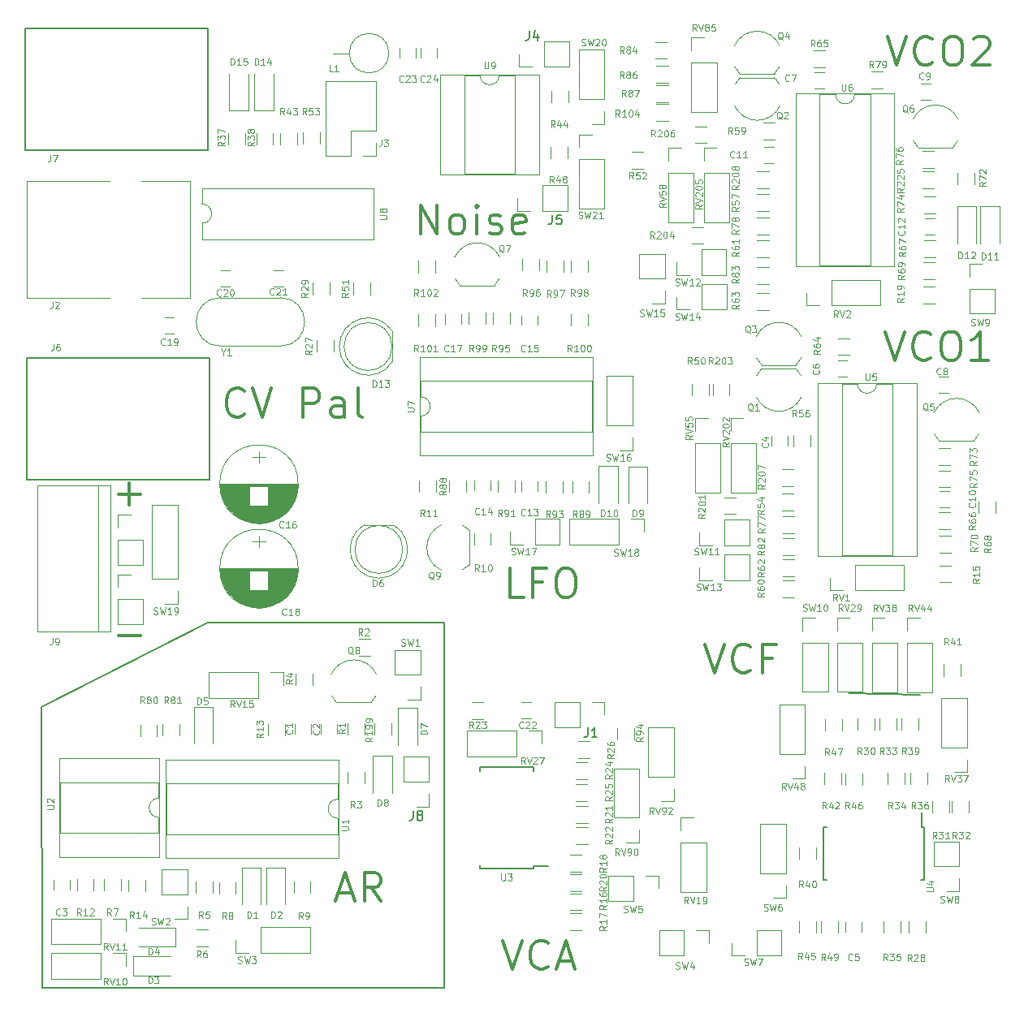
<source format=gto>
G04 #@! TF.GenerationSoftware,KiCad,Pcbnew,(5.0.0)*
G04 #@! TF.CreationDate,2018-10-21T00:29:04+08:00*
G04 #@! TF.ProjectId,SLMMK1,534C4D4D4B312E6B696361645F706362,rev?*
G04 #@! TF.SameCoordinates,Original*
G04 #@! TF.FileFunction,Legend,Top*
G04 #@! TF.FilePolarity,Positive*
%FSLAX46Y46*%
G04 Gerber Fmt 4.6, Leading zero omitted, Abs format (unit mm)*
G04 Created by KiCad (PCBNEW (5.0.0)) date 10/21/18 00:29:04*
%MOMM*%
%LPD*%
G01*
G04 APERTURE LIST*
%ADD10C,0.200000*%
%ADD11C,0.300000*%
%ADD12C,0.120000*%
%ADD13C,0.150000*%
%ADD14C,0.100000*%
G04 APERTURE END LIST*
D10*
X126400000Y-102300000D02*
X119000000Y-102200000D01*
D11*
X42857142Y-96114285D02*
X45142857Y-96114285D01*
X42857142Y-81414285D02*
X45142857Y-81414285D01*
X44000000Y-82557142D02*
X44000000Y-80271428D01*
D10*
X34900000Y-132900000D02*
X76800000Y-132900000D01*
X34800000Y-103600000D02*
X34900000Y-132900000D01*
X52200000Y-94800000D02*
X34800000Y-103600000D01*
X76800000Y-94800000D02*
X52200000Y-94800000D01*
X76800000Y-132900000D02*
X76800000Y-94800000D01*
D11*
X123000000Y-33657142D02*
X124000000Y-36657142D01*
X125000000Y-33657142D01*
X127714285Y-36371428D02*
X127571428Y-36514285D01*
X127142857Y-36657142D01*
X126857142Y-36657142D01*
X126428571Y-36514285D01*
X126142857Y-36228571D01*
X126000000Y-35942857D01*
X125857142Y-35371428D01*
X125857142Y-34942857D01*
X126000000Y-34371428D01*
X126142857Y-34085714D01*
X126428571Y-33800000D01*
X126857142Y-33657142D01*
X127142857Y-33657142D01*
X127571428Y-33800000D01*
X127714285Y-33942857D01*
X129571428Y-33657142D02*
X130142857Y-33657142D01*
X130428571Y-33800000D01*
X130714285Y-34085714D01*
X130857142Y-34657142D01*
X130857142Y-35657142D01*
X130714285Y-36228571D01*
X130428571Y-36514285D01*
X130142857Y-36657142D01*
X129571428Y-36657142D01*
X129285714Y-36514285D01*
X129000000Y-36228571D01*
X128857142Y-35657142D01*
X128857142Y-34657142D01*
X129000000Y-34085714D01*
X129285714Y-33800000D01*
X129571428Y-33657142D01*
X132000000Y-33942857D02*
X132142857Y-33800000D01*
X132428571Y-33657142D01*
X133142857Y-33657142D01*
X133428571Y-33800000D01*
X133571428Y-33942857D01*
X133714285Y-34228571D01*
X133714285Y-34514285D01*
X133571428Y-34942857D01*
X131857142Y-36657142D01*
X133714285Y-36657142D01*
X85071428Y-92157142D02*
X83642857Y-92157142D01*
X83642857Y-89157142D01*
X87071428Y-90585714D02*
X86071428Y-90585714D01*
X86071428Y-92157142D02*
X86071428Y-89157142D01*
X87500000Y-89157142D01*
X89214285Y-89157142D02*
X89785714Y-89157142D01*
X90071428Y-89300000D01*
X90357142Y-89585714D01*
X90500000Y-90157142D01*
X90500000Y-91157142D01*
X90357142Y-91728571D01*
X90071428Y-92014285D01*
X89785714Y-92157142D01*
X89214285Y-92157142D01*
X88928571Y-92014285D01*
X88642857Y-91728571D01*
X88500000Y-91157142D01*
X88500000Y-90157142D01*
X88642857Y-89585714D01*
X88928571Y-89300000D01*
X89214285Y-89157142D01*
X122800000Y-64457142D02*
X123800000Y-67457142D01*
X124800000Y-64457142D01*
X127514285Y-67171428D02*
X127371428Y-67314285D01*
X126942857Y-67457142D01*
X126657142Y-67457142D01*
X126228571Y-67314285D01*
X125942857Y-67028571D01*
X125800000Y-66742857D01*
X125657142Y-66171428D01*
X125657142Y-65742857D01*
X125800000Y-65171428D01*
X125942857Y-64885714D01*
X126228571Y-64600000D01*
X126657142Y-64457142D01*
X126942857Y-64457142D01*
X127371428Y-64600000D01*
X127514285Y-64742857D01*
X129371428Y-64457142D02*
X129942857Y-64457142D01*
X130228571Y-64600000D01*
X130514285Y-64885714D01*
X130657142Y-65457142D01*
X130657142Y-66457142D01*
X130514285Y-67028571D01*
X130228571Y-67314285D01*
X129942857Y-67457142D01*
X129371428Y-67457142D01*
X129085714Y-67314285D01*
X128800000Y-67028571D01*
X128657142Y-66457142D01*
X128657142Y-65457142D01*
X128800000Y-64885714D01*
X129085714Y-64600000D01*
X129371428Y-64457142D01*
X133514285Y-67457142D02*
X131800000Y-67457142D01*
X132657142Y-67457142D02*
X132657142Y-64457142D01*
X132371428Y-64885714D01*
X132085714Y-65171428D01*
X131800000Y-65314285D01*
X55957142Y-73071428D02*
X55814285Y-73214285D01*
X55385714Y-73357142D01*
X55100000Y-73357142D01*
X54671428Y-73214285D01*
X54385714Y-72928571D01*
X54242857Y-72642857D01*
X54100000Y-72071428D01*
X54100000Y-71642857D01*
X54242857Y-71071428D01*
X54385714Y-70785714D01*
X54671428Y-70500000D01*
X55100000Y-70357142D01*
X55385714Y-70357142D01*
X55814285Y-70500000D01*
X55957142Y-70642857D01*
X56814285Y-70357142D02*
X57814285Y-73357142D01*
X58814285Y-70357142D01*
X62100000Y-73357142D02*
X62100000Y-70357142D01*
X63242857Y-70357142D01*
X63528571Y-70500000D01*
X63671428Y-70642857D01*
X63814285Y-70928571D01*
X63814285Y-71357142D01*
X63671428Y-71642857D01*
X63528571Y-71785714D01*
X63242857Y-71928571D01*
X62100000Y-71928571D01*
X66385714Y-73357142D02*
X66385714Y-71785714D01*
X66242857Y-71500000D01*
X65957142Y-71357142D01*
X65385714Y-71357142D01*
X65100000Y-71500000D01*
X66385714Y-73214285D02*
X66100000Y-73357142D01*
X65385714Y-73357142D01*
X65100000Y-73214285D01*
X64957142Y-72928571D01*
X64957142Y-72642857D01*
X65100000Y-72357142D01*
X65385714Y-72214285D01*
X66100000Y-72214285D01*
X66385714Y-72071428D01*
X68242857Y-73357142D02*
X67957142Y-73214285D01*
X67814285Y-72928571D01*
X67814285Y-70357142D01*
X65785714Y-123000000D02*
X67214285Y-123000000D01*
X65500000Y-123857142D02*
X66500000Y-120857142D01*
X67500000Y-123857142D01*
X70214285Y-123857142D02*
X69214285Y-122428571D01*
X68500000Y-123857142D02*
X68500000Y-120857142D01*
X69642857Y-120857142D01*
X69928571Y-121000000D01*
X70071428Y-121142857D01*
X70214285Y-121428571D01*
X70214285Y-121857142D01*
X70071428Y-122142857D01*
X69928571Y-122285714D01*
X69642857Y-122428571D01*
X68500000Y-122428571D01*
X104014285Y-97057142D02*
X105014285Y-100057142D01*
X106014285Y-97057142D01*
X108728571Y-99771428D02*
X108585714Y-99914285D01*
X108157142Y-100057142D01*
X107871428Y-100057142D01*
X107442857Y-99914285D01*
X107157142Y-99628571D01*
X107014285Y-99342857D01*
X106871428Y-98771428D01*
X106871428Y-98342857D01*
X107014285Y-97771428D01*
X107157142Y-97485714D01*
X107442857Y-97200000D01*
X107871428Y-97057142D01*
X108157142Y-97057142D01*
X108585714Y-97200000D01*
X108728571Y-97342857D01*
X111014285Y-98485714D02*
X110014285Y-98485714D01*
X110014285Y-100057142D02*
X110014285Y-97057142D01*
X111442857Y-97057142D01*
X82914285Y-127957142D02*
X83914285Y-130957142D01*
X84914285Y-127957142D01*
X87628571Y-130671428D02*
X87485714Y-130814285D01*
X87057142Y-130957142D01*
X86771428Y-130957142D01*
X86342857Y-130814285D01*
X86057142Y-130528571D01*
X85914285Y-130242857D01*
X85771428Y-129671428D01*
X85771428Y-129242857D01*
X85914285Y-128671428D01*
X86057142Y-128385714D01*
X86342857Y-128100000D01*
X86771428Y-127957142D01*
X87057142Y-127957142D01*
X87485714Y-128100000D01*
X87628571Y-128242857D01*
X88771428Y-130100000D02*
X90200000Y-130100000D01*
X88485714Y-130957142D02*
X89485714Y-127957142D01*
X90485714Y-130957142D01*
X74371428Y-54257142D02*
X74371428Y-51257142D01*
X76085714Y-54257142D01*
X76085714Y-51257142D01*
X77942857Y-54257142D02*
X77657142Y-54114285D01*
X77514285Y-53971428D01*
X77371428Y-53685714D01*
X77371428Y-52828571D01*
X77514285Y-52542857D01*
X77657142Y-52400000D01*
X77942857Y-52257142D01*
X78371428Y-52257142D01*
X78657142Y-52400000D01*
X78800000Y-52542857D01*
X78942857Y-52828571D01*
X78942857Y-53685714D01*
X78800000Y-53971428D01*
X78657142Y-54114285D01*
X78371428Y-54257142D01*
X77942857Y-54257142D01*
X80228571Y-54257142D02*
X80228571Y-52257142D01*
X80228571Y-51257142D02*
X80085714Y-51400000D01*
X80228571Y-51542857D01*
X80371428Y-51400000D01*
X80228571Y-51257142D01*
X80228571Y-51542857D01*
X81514285Y-54114285D02*
X81800000Y-54257142D01*
X82371428Y-54257142D01*
X82657142Y-54114285D01*
X82800000Y-53828571D01*
X82800000Y-53685714D01*
X82657142Y-53400000D01*
X82371428Y-53257142D01*
X81942857Y-53257142D01*
X81657142Y-53114285D01*
X81514285Y-52828571D01*
X81514285Y-52685714D01*
X81657142Y-52400000D01*
X81942857Y-52257142D01*
X82371428Y-52257142D01*
X82657142Y-52400000D01*
X85228571Y-54114285D02*
X84942857Y-54257142D01*
X84371428Y-54257142D01*
X84085714Y-54114285D01*
X83942857Y-53828571D01*
X83942857Y-52685714D01*
X84085714Y-52400000D01*
X84371428Y-52257142D01*
X84942857Y-52257142D01*
X85228571Y-52400000D01*
X85371428Y-52685714D01*
X85371428Y-52971428D01*
X83942857Y-53257142D01*
D12*
G04 #@! TO.C,J8*
X75230000Y-108770000D02*
X72570000Y-108770000D01*
X75230000Y-111370000D02*
X75230000Y-108770000D01*
X72570000Y-111370000D02*
X72570000Y-108770000D01*
X75230000Y-111370000D02*
X72570000Y-111370000D01*
X75230000Y-112640000D02*
X75230000Y-113970000D01*
X75230000Y-113970000D02*
X73900000Y-113970000D01*
G04 #@! TO.C,SW10*
X114170000Y-102010000D02*
X116830000Y-102010000D01*
X114170000Y-96870000D02*
X114170000Y-102010000D01*
X116830000Y-96870000D02*
X116830000Y-102010000D01*
X114170000Y-96870000D02*
X116830000Y-96870000D01*
X114170000Y-95600000D02*
X114170000Y-94270000D01*
X114170000Y-94270000D02*
X115500000Y-94270000D01*
G04 #@! TO.C,RV48*
X114430000Y-103330000D02*
X111770000Y-103330000D01*
X114430000Y-108470000D02*
X114430000Y-103330000D01*
X111770000Y-108470000D02*
X111770000Y-103330000D01*
X114430000Y-108470000D02*
X111770000Y-108470000D01*
X114430000Y-109740000D02*
X114430000Y-111070000D01*
X114430000Y-111070000D02*
X113100000Y-111070000D01*
G04 #@! TO.C,R75*
X129550000Y-80680000D02*
X128350000Y-80680000D01*
X128350000Y-78920000D02*
X129550000Y-78920000D01*
G04 #@! TO.C,L1*
X71040000Y-35400000D02*
G75*
G03X71040000Y-35400000I-2060000J0D01*
G01*
X66920000Y-35400000D02*
X65200000Y-35400000D01*
G04 #@! TO.C,BT1*
X42770000Y-88770000D02*
X45430000Y-88770000D01*
X42770000Y-86170000D02*
X42770000Y-88770000D01*
X45430000Y-86170000D02*
X45430000Y-88770000D01*
X42770000Y-86170000D02*
X45430000Y-86170000D01*
X42770000Y-84900000D02*
X42770000Y-83570000D01*
X42770000Y-83570000D02*
X44100000Y-83570000D01*
G04 #@! TO.C,BT2*
X42770000Y-94970000D02*
X45430000Y-94970000D01*
X42770000Y-92370000D02*
X42770000Y-94970000D01*
X45430000Y-92370000D02*
X45430000Y-94970000D01*
X42770000Y-92370000D02*
X45430000Y-92370000D01*
X42770000Y-91100000D02*
X42770000Y-89770000D01*
X42770000Y-89770000D02*
X44100000Y-89770000D01*
G04 #@! TO.C,C1*
X62950000Y-106350000D02*
X62950000Y-105350000D01*
X61250000Y-105350000D02*
X61250000Y-106350000D01*
G04 #@! TO.C,C2*
X63950000Y-105350000D02*
X63950000Y-106350000D01*
X65650000Y-106350000D02*
X65650000Y-105350000D01*
G04 #@! TO.C,C3*
X37750000Y-122650000D02*
X37750000Y-121650000D01*
X36050000Y-121650000D02*
X36050000Y-122650000D01*
G04 #@! TO.C,C4*
X110950000Y-75350000D02*
X110950000Y-76350000D01*
X112650000Y-76350000D02*
X112650000Y-75350000D01*
G04 #@! TO.C,C5*
X120350000Y-127050000D02*
X120350000Y-126050000D01*
X118650000Y-126050000D02*
X118650000Y-127050000D01*
G04 #@! TO.C,C6*
X118850000Y-67450000D02*
X117850000Y-67450000D01*
X117850000Y-69150000D02*
X118850000Y-69150000D01*
G04 #@! TO.C,C7*
X116400000Y-37350000D02*
X115400000Y-37350000D01*
X115400000Y-39050000D02*
X116400000Y-39050000D01*
G04 #@! TO.C,C8*
X128350000Y-70850000D02*
X129350000Y-70850000D01*
X129350000Y-69150000D02*
X128350000Y-69150000D01*
G04 #@! TO.C,C9*
X126550000Y-40250000D02*
X127550000Y-40250000D01*
X127550000Y-38550000D02*
X126550000Y-38550000D01*
G04 #@! TO.C,C10*
X129450000Y-81050000D02*
X128450000Y-81050000D01*
X128450000Y-82750000D02*
X129450000Y-82750000D01*
G04 #@! TO.C,C11*
X111150000Y-45150000D02*
X110150000Y-45150000D01*
X110150000Y-46850000D02*
X111150000Y-46850000D01*
G04 #@! TO.C,C12*
X127950000Y-52650000D02*
X126950000Y-52650000D01*
X126950000Y-54350000D02*
X127950000Y-54350000D01*
G04 #@! TO.C,C13*
X86550000Y-81050000D02*
X86550000Y-80050000D01*
X84850000Y-80050000D02*
X84850000Y-81050000D01*
G04 #@! TO.C,C14*
X81650000Y-80950000D02*
X81650000Y-79950000D01*
X79950000Y-79950000D02*
X79950000Y-80950000D01*
G04 #@! TO.C,C15*
X86550000Y-63750000D02*
X86550000Y-62750000D01*
X84850000Y-62750000D02*
X84850000Y-63750000D01*
G04 #@! TO.C,C16*
X61590000Y-80350000D02*
G75*
G03X61590000Y-80350000I-4090000J0D01*
G01*
X61550000Y-80350000D02*
X53450000Y-80350000D01*
X61550000Y-80390000D02*
X53450000Y-80390000D01*
X61550000Y-80430000D02*
X53450000Y-80430000D01*
X61549000Y-80470000D02*
X53451000Y-80470000D01*
X61547000Y-80510000D02*
X53453000Y-80510000D01*
X61546000Y-80550000D02*
X53454000Y-80550000D01*
X61543000Y-80590000D02*
X53457000Y-80590000D01*
X61541000Y-80630000D02*
X58480000Y-80630000D01*
X56520000Y-80630000D02*
X53459000Y-80630000D01*
X61538000Y-80670000D02*
X58480000Y-80670000D01*
X56520000Y-80670000D02*
X53462000Y-80670000D01*
X61535000Y-80710000D02*
X58480000Y-80710000D01*
X56520000Y-80710000D02*
X53465000Y-80710000D01*
X61531000Y-80750000D02*
X58480000Y-80750000D01*
X56520000Y-80750000D02*
X53469000Y-80750000D01*
X61527000Y-80790000D02*
X58480000Y-80790000D01*
X56520000Y-80790000D02*
X53473000Y-80790000D01*
X61522000Y-80830000D02*
X58480000Y-80830000D01*
X56520000Y-80830000D02*
X53478000Y-80830000D01*
X61517000Y-80870000D02*
X58480000Y-80870000D01*
X56520000Y-80870000D02*
X53483000Y-80870000D01*
X61512000Y-80910000D02*
X58480000Y-80910000D01*
X56520000Y-80910000D02*
X53488000Y-80910000D01*
X61506000Y-80950000D02*
X58480000Y-80950000D01*
X56520000Y-80950000D02*
X53494000Y-80950000D01*
X61500000Y-80990000D02*
X58480000Y-80990000D01*
X56520000Y-80990000D02*
X53500000Y-80990000D01*
X61494000Y-81030000D02*
X58480000Y-81030000D01*
X56520000Y-81030000D02*
X53506000Y-81030000D01*
X61487000Y-81071000D02*
X58480000Y-81071000D01*
X56520000Y-81071000D02*
X53513000Y-81071000D01*
X61479000Y-81111000D02*
X58480000Y-81111000D01*
X56520000Y-81111000D02*
X53521000Y-81111000D01*
X61471000Y-81151000D02*
X58480000Y-81151000D01*
X56520000Y-81151000D02*
X53529000Y-81151000D01*
X61463000Y-81191000D02*
X58480000Y-81191000D01*
X56520000Y-81191000D02*
X53537000Y-81191000D01*
X61455000Y-81231000D02*
X58480000Y-81231000D01*
X56520000Y-81231000D02*
X53545000Y-81231000D01*
X61446000Y-81271000D02*
X58480000Y-81271000D01*
X56520000Y-81271000D02*
X53554000Y-81271000D01*
X61436000Y-81311000D02*
X58480000Y-81311000D01*
X56520000Y-81311000D02*
X53564000Y-81311000D01*
X61426000Y-81351000D02*
X58480000Y-81351000D01*
X56520000Y-81351000D02*
X53574000Y-81351000D01*
X61416000Y-81391000D02*
X58480000Y-81391000D01*
X56520000Y-81391000D02*
X53584000Y-81391000D01*
X61405000Y-81431000D02*
X58480000Y-81431000D01*
X56520000Y-81431000D02*
X53595000Y-81431000D01*
X61394000Y-81471000D02*
X58480000Y-81471000D01*
X56520000Y-81471000D02*
X53606000Y-81471000D01*
X61383000Y-81511000D02*
X58480000Y-81511000D01*
X56520000Y-81511000D02*
X53617000Y-81511000D01*
X61370000Y-81551000D02*
X58480000Y-81551000D01*
X56520000Y-81551000D02*
X53630000Y-81551000D01*
X61358000Y-81591000D02*
X58480000Y-81591000D01*
X56520000Y-81591000D02*
X53642000Y-81591000D01*
X61345000Y-81631000D02*
X58480000Y-81631000D01*
X56520000Y-81631000D02*
X53655000Y-81631000D01*
X61332000Y-81671000D02*
X58480000Y-81671000D01*
X56520000Y-81671000D02*
X53668000Y-81671000D01*
X61318000Y-81711000D02*
X58480000Y-81711000D01*
X56520000Y-81711000D02*
X53682000Y-81711000D01*
X61303000Y-81751000D02*
X58480000Y-81751000D01*
X56520000Y-81751000D02*
X53697000Y-81751000D01*
X61289000Y-81791000D02*
X58480000Y-81791000D01*
X56520000Y-81791000D02*
X53711000Y-81791000D01*
X61273000Y-81831000D02*
X58480000Y-81831000D01*
X56520000Y-81831000D02*
X53727000Y-81831000D01*
X61258000Y-81871000D02*
X58480000Y-81871000D01*
X56520000Y-81871000D02*
X53742000Y-81871000D01*
X61241000Y-81911000D02*
X58480000Y-81911000D01*
X56520000Y-81911000D02*
X53759000Y-81911000D01*
X61225000Y-81951000D02*
X58480000Y-81951000D01*
X56520000Y-81951000D02*
X53775000Y-81951000D01*
X61207000Y-81991000D02*
X58480000Y-81991000D01*
X56520000Y-81991000D02*
X53793000Y-81991000D01*
X61190000Y-82031000D02*
X58480000Y-82031000D01*
X56520000Y-82031000D02*
X53810000Y-82031000D01*
X61171000Y-82071000D02*
X58480000Y-82071000D01*
X56520000Y-82071000D02*
X53829000Y-82071000D01*
X61152000Y-82111000D02*
X58480000Y-82111000D01*
X56520000Y-82111000D02*
X53848000Y-82111000D01*
X61133000Y-82151000D02*
X58480000Y-82151000D01*
X56520000Y-82151000D02*
X53867000Y-82151000D01*
X61113000Y-82191000D02*
X58480000Y-82191000D01*
X56520000Y-82191000D02*
X53887000Y-82191000D01*
X61093000Y-82231000D02*
X58480000Y-82231000D01*
X56520000Y-82231000D02*
X53907000Y-82231000D01*
X61072000Y-82271000D02*
X58480000Y-82271000D01*
X56520000Y-82271000D02*
X53928000Y-82271000D01*
X61050000Y-82311000D02*
X58480000Y-82311000D01*
X56520000Y-82311000D02*
X53950000Y-82311000D01*
X61028000Y-82351000D02*
X58480000Y-82351000D01*
X56520000Y-82351000D02*
X53972000Y-82351000D01*
X61005000Y-82391000D02*
X58480000Y-82391000D01*
X56520000Y-82391000D02*
X53995000Y-82391000D01*
X60982000Y-82431000D02*
X58480000Y-82431000D01*
X56520000Y-82431000D02*
X54018000Y-82431000D01*
X60958000Y-82471000D02*
X58480000Y-82471000D01*
X56520000Y-82471000D02*
X54042000Y-82471000D01*
X60934000Y-82511000D02*
X58480000Y-82511000D01*
X56520000Y-82511000D02*
X54066000Y-82511000D01*
X60908000Y-82551000D02*
X58480000Y-82551000D01*
X56520000Y-82551000D02*
X54092000Y-82551000D01*
X60883000Y-82591000D02*
X54117000Y-82591000D01*
X60856000Y-82631000D02*
X54144000Y-82631000D01*
X60829000Y-82671000D02*
X54171000Y-82671000D01*
X60801000Y-82711000D02*
X54199000Y-82711000D01*
X60772000Y-82751000D02*
X54228000Y-82751000D01*
X60743000Y-82791000D02*
X54257000Y-82791000D01*
X60713000Y-82831000D02*
X54287000Y-82831000D01*
X60682000Y-82871000D02*
X54318000Y-82871000D01*
X60650000Y-82911000D02*
X54350000Y-82911000D01*
X60618000Y-82951000D02*
X54382000Y-82951000D01*
X60584000Y-82991000D02*
X54416000Y-82991000D01*
X60550000Y-83031000D02*
X54450000Y-83031000D01*
X60515000Y-83071000D02*
X54485000Y-83071000D01*
X60479000Y-83111000D02*
X54521000Y-83111000D01*
X60442000Y-83151000D02*
X54558000Y-83151000D01*
X60404000Y-83191000D02*
X54596000Y-83191000D01*
X60365000Y-83231000D02*
X54635000Y-83231000D01*
X60324000Y-83271000D02*
X54676000Y-83271000D01*
X60283000Y-83311000D02*
X54717000Y-83311000D01*
X60240000Y-83351000D02*
X54760000Y-83351000D01*
X60197000Y-83391000D02*
X54803000Y-83391000D01*
X60152000Y-83431000D02*
X54848000Y-83431000D01*
X60105000Y-83471000D02*
X54895000Y-83471000D01*
X60057000Y-83511000D02*
X54943000Y-83511000D01*
X60008000Y-83551000D02*
X54992000Y-83551000D01*
X59957000Y-83591000D02*
X55043000Y-83591000D01*
X59904000Y-83631000D02*
X55096000Y-83631000D01*
X59849000Y-83671000D02*
X55151000Y-83671000D01*
X59793000Y-83711000D02*
X55207000Y-83711000D01*
X59734000Y-83751000D02*
X55266000Y-83751000D01*
X59673000Y-83791000D02*
X55327000Y-83791000D01*
X59609000Y-83831000D02*
X55391000Y-83831000D01*
X59543000Y-83871000D02*
X55457000Y-83871000D01*
X59474000Y-83911000D02*
X55526000Y-83911000D01*
X59402000Y-83951000D02*
X55598000Y-83951000D01*
X59326000Y-83991000D02*
X55674000Y-83991000D01*
X59245000Y-84031000D02*
X55755000Y-84031000D01*
X59160000Y-84071000D02*
X55840000Y-84071000D01*
X59070000Y-84111000D02*
X55930000Y-84111000D01*
X58973000Y-84151000D02*
X56027000Y-84151000D01*
X58869000Y-84191000D02*
X56131000Y-84191000D01*
X58754000Y-84231000D02*
X56246000Y-84231000D01*
X58627000Y-84271000D02*
X56373000Y-84271000D01*
X58483000Y-84311000D02*
X56517000Y-84311000D01*
X58314000Y-84351000D02*
X56686000Y-84351000D01*
X58098000Y-84391000D02*
X56902000Y-84391000D01*
X57746000Y-84431000D02*
X57254000Y-84431000D01*
X57500000Y-76900000D02*
X57500000Y-78100000D01*
X58150000Y-77500000D02*
X56850000Y-77500000D01*
G04 #@! TO.C,C17*
X76866000Y-62626000D02*
X76866000Y-63626000D01*
X78566000Y-63626000D02*
X78566000Y-62626000D01*
G04 #@! TO.C,C18*
X61590000Y-89150000D02*
G75*
G03X61590000Y-89150000I-4090000J0D01*
G01*
X61550000Y-89150000D02*
X53450000Y-89150000D01*
X61550000Y-89190000D02*
X53450000Y-89190000D01*
X61550000Y-89230000D02*
X53450000Y-89230000D01*
X61549000Y-89270000D02*
X53451000Y-89270000D01*
X61547000Y-89310000D02*
X53453000Y-89310000D01*
X61546000Y-89350000D02*
X53454000Y-89350000D01*
X61543000Y-89390000D02*
X53457000Y-89390000D01*
X61541000Y-89430000D02*
X58480000Y-89430000D01*
X56520000Y-89430000D02*
X53459000Y-89430000D01*
X61538000Y-89470000D02*
X58480000Y-89470000D01*
X56520000Y-89470000D02*
X53462000Y-89470000D01*
X61535000Y-89510000D02*
X58480000Y-89510000D01*
X56520000Y-89510000D02*
X53465000Y-89510000D01*
X61531000Y-89550000D02*
X58480000Y-89550000D01*
X56520000Y-89550000D02*
X53469000Y-89550000D01*
X61527000Y-89590000D02*
X58480000Y-89590000D01*
X56520000Y-89590000D02*
X53473000Y-89590000D01*
X61522000Y-89630000D02*
X58480000Y-89630000D01*
X56520000Y-89630000D02*
X53478000Y-89630000D01*
X61517000Y-89670000D02*
X58480000Y-89670000D01*
X56520000Y-89670000D02*
X53483000Y-89670000D01*
X61512000Y-89710000D02*
X58480000Y-89710000D01*
X56520000Y-89710000D02*
X53488000Y-89710000D01*
X61506000Y-89750000D02*
X58480000Y-89750000D01*
X56520000Y-89750000D02*
X53494000Y-89750000D01*
X61500000Y-89790000D02*
X58480000Y-89790000D01*
X56520000Y-89790000D02*
X53500000Y-89790000D01*
X61494000Y-89830000D02*
X58480000Y-89830000D01*
X56520000Y-89830000D02*
X53506000Y-89830000D01*
X61487000Y-89871000D02*
X58480000Y-89871000D01*
X56520000Y-89871000D02*
X53513000Y-89871000D01*
X61479000Y-89911000D02*
X58480000Y-89911000D01*
X56520000Y-89911000D02*
X53521000Y-89911000D01*
X61471000Y-89951000D02*
X58480000Y-89951000D01*
X56520000Y-89951000D02*
X53529000Y-89951000D01*
X61463000Y-89991000D02*
X58480000Y-89991000D01*
X56520000Y-89991000D02*
X53537000Y-89991000D01*
X61455000Y-90031000D02*
X58480000Y-90031000D01*
X56520000Y-90031000D02*
X53545000Y-90031000D01*
X61446000Y-90071000D02*
X58480000Y-90071000D01*
X56520000Y-90071000D02*
X53554000Y-90071000D01*
X61436000Y-90111000D02*
X58480000Y-90111000D01*
X56520000Y-90111000D02*
X53564000Y-90111000D01*
X61426000Y-90151000D02*
X58480000Y-90151000D01*
X56520000Y-90151000D02*
X53574000Y-90151000D01*
X61416000Y-90191000D02*
X58480000Y-90191000D01*
X56520000Y-90191000D02*
X53584000Y-90191000D01*
X61405000Y-90231000D02*
X58480000Y-90231000D01*
X56520000Y-90231000D02*
X53595000Y-90231000D01*
X61394000Y-90271000D02*
X58480000Y-90271000D01*
X56520000Y-90271000D02*
X53606000Y-90271000D01*
X61383000Y-90311000D02*
X58480000Y-90311000D01*
X56520000Y-90311000D02*
X53617000Y-90311000D01*
X61370000Y-90351000D02*
X58480000Y-90351000D01*
X56520000Y-90351000D02*
X53630000Y-90351000D01*
X61358000Y-90391000D02*
X58480000Y-90391000D01*
X56520000Y-90391000D02*
X53642000Y-90391000D01*
X61345000Y-90431000D02*
X58480000Y-90431000D01*
X56520000Y-90431000D02*
X53655000Y-90431000D01*
X61332000Y-90471000D02*
X58480000Y-90471000D01*
X56520000Y-90471000D02*
X53668000Y-90471000D01*
X61318000Y-90511000D02*
X58480000Y-90511000D01*
X56520000Y-90511000D02*
X53682000Y-90511000D01*
X61303000Y-90551000D02*
X58480000Y-90551000D01*
X56520000Y-90551000D02*
X53697000Y-90551000D01*
X61289000Y-90591000D02*
X58480000Y-90591000D01*
X56520000Y-90591000D02*
X53711000Y-90591000D01*
X61273000Y-90631000D02*
X58480000Y-90631000D01*
X56520000Y-90631000D02*
X53727000Y-90631000D01*
X61258000Y-90671000D02*
X58480000Y-90671000D01*
X56520000Y-90671000D02*
X53742000Y-90671000D01*
X61241000Y-90711000D02*
X58480000Y-90711000D01*
X56520000Y-90711000D02*
X53759000Y-90711000D01*
X61225000Y-90751000D02*
X58480000Y-90751000D01*
X56520000Y-90751000D02*
X53775000Y-90751000D01*
X61207000Y-90791000D02*
X58480000Y-90791000D01*
X56520000Y-90791000D02*
X53793000Y-90791000D01*
X61190000Y-90831000D02*
X58480000Y-90831000D01*
X56520000Y-90831000D02*
X53810000Y-90831000D01*
X61171000Y-90871000D02*
X58480000Y-90871000D01*
X56520000Y-90871000D02*
X53829000Y-90871000D01*
X61152000Y-90911000D02*
X58480000Y-90911000D01*
X56520000Y-90911000D02*
X53848000Y-90911000D01*
X61133000Y-90951000D02*
X58480000Y-90951000D01*
X56520000Y-90951000D02*
X53867000Y-90951000D01*
X61113000Y-90991000D02*
X58480000Y-90991000D01*
X56520000Y-90991000D02*
X53887000Y-90991000D01*
X61093000Y-91031000D02*
X58480000Y-91031000D01*
X56520000Y-91031000D02*
X53907000Y-91031000D01*
X61072000Y-91071000D02*
X58480000Y-91071000D01*
X56520000Y-91071000D02*
X53928000Y-91071000D01*
X61050000Y-91111000D02*
X58480000Y-91111000D01*
X56520000Y-91111000D02*
X53950000Y-91111000D01*
X61028000Y-91151000D02*
X58480000Y-91151000D01*
X56520000Y-91151000D02*
X53972000Y-91151000D01*
X61005000Y-91191000D02*
X58480000Y-91191000D01*
X56520000Y-91191000D02*
X53995000Y-91191000D01*
X60982000Y-91231000D02*
X58480000Y-91231000D01*
X56520000Y-91231000D02*
X54018000Y-91231000D01*
X60958000Y-91271000D02*
X58480000Y-91271000D01*
X56520000Y-91271000D02*
X54042000Y-91271000D01*
X60934000Y-91311000D02*
X58480000Y-91311000D01*
X56520000Y-91311000D02*
X54066000Y-91311000D01*
X60908000Y-91351000D02*
X58480000Y-91351000D01*
X56520000Y-91351000D02*
X54092000Y-91351000D01*
X60883000Y-91391000D02*
X54117000Y-91391000D01*
X60856000Y-91431000D02*
X54144000Y-91431000D01*
X60829000Y-91471000D02*
X54171000Y-91471000D01*
X60801000Y-91511000D02*
X54199000Y-91511000D01*
X60772000Y-91551000D02*
X54228000Y-91551000D01*
X60743000Y-91591000D02*
X54257000Y-91591000D01*
X60713000Y-91631000D02*
X54287000Y-91631000D01*
X60682000Y-91671000D02*
X54318000Y-91671000D01*
X60650000Y-91711000D02*
X54350000Y-91711000D01*
X60618000Y-91751000D02*
X54382000Y-91751000D01*
X60584000Y-91791000D02*
X54416000Y-91791000D01*
X60550000Y-91831000D02*
X54450000Y-91831000D01*
X60515000Y-91871000D02*
X54485000Y-91871000D01*
X60479000Y-91911000D02*
X54521000Y-91911000D01*
X60442000Y-91951000D02*
X54558000Y-91951000D01*
X60404000Y-91991000D02*
X54596000Y-91991000D01*
X60365000Y-92031000D02*
X54635000Y-92031000D01*
X60324000Y-92071000D02*
X54676000Y-92071000D01*
X60283000Y-92111000D02*
X54717000Y-92111000D01*
X60240000Y-92151000D02*
X54760000Y-92151000D01*
X60197000Y-92191000D02*
X54803000Y-92191000D01*
X60152000Y-92231000D02*
X54848000Y-92231000D01*
X60105000Y-92271000D02*
X54895000Y-92271000D01*
X60057000Y-92311000D02*
X54943000Y-92311000D01*
X60008000Y-92351000D02*
X54992000Y-92351000D01*
X59957000Y-92391000D02*
X55043000Y-92391000D01*
X59904000Y-92431000D02*
X55096000Y-92431000D01*
X59849000Y-92471000D02*
X55151000Y-92471000D01*
X59793000Y-92511000D02*
X55207000Y-92511000D01*
X59734000Y-92551000D02*
X55266000Y-92551000D01*
X59673000Y-92591000D02*
X55327000Y-92591000D01*
X59609000Y-92631000D02*
X55391000Y-92631000D01*
X59543000Y-92671000D02*
X55457000Y-92671000D01*
X59474000Y-92711000D02*
X55526000Y-92711000D01*
X59402000Y-92751000D02*
X55598000Y-92751000D01*
X59326000Y-92791000D02*
X55674000Y-92791000D01*
X59245000Y-92831000D02*
X55755000Y-92831000D01*
X59160000Y-92871000D02*
X55840000Y-92871000D01*
X59070000Y-92911000D02*
X55930000Y-92911000D01*
X58973000Y-92951000D02*
X56027000Y-92951000D01*
X58869000Y-92991000D02*
X56131000Y-92991000D01*
X58754000Y-93031000D02*
X56246000Y-93031000D01*
X58627000Y-93071000D02*
X56373000Y-93071000D01*
X58483000Y-93111000D02*
X56517000Y-93111000D01*
X58314000Y-93151000D02*
X56686000Y-93151000D01*
X58098000Y-93191000D02*
X56902000Y-93191000D01*
X57746000Y-93231000D02*
X57254000Y-93231000D01*
X57500000Y-85700000D02*
X57500000Y-86900000D01*
X58150000Y-86300000D02*
X56850000Y-86300000D01*
G04 #@! TO.C,C19*
X47650000Y-64650000D02*
X48650000Y-64650000D01*
X48650000Y-62950000D02*
X47650000Y-62950000D01*
G04 #@! TO.C,C20*
X53490000Y-59706000D02*
X54490000Y-59706000D01*
X54490000Y-58006000D02*
X53490000Y-58006000D01*
G04 #@! TO.C,C21*
X60038000Y-58006000D02*
X59038000Y-58006000D01*
X59038000Y-59706000D02*
X60038000Y-59706000D01*
G04 #@! TO.C,C22*
X85850000Y-103050000D02*
X84850000Y-103050000D01*
X84850000Y-104750000D02*
X85850000Y-104750000D01*
G04 #@! TO.C,C23*
X72150000Y-34850000D02*
X72150000Y-35850000D01*
X73850000Y-35850000D02*
X73850000Y-34850000D01*
G04 #@! TO.C,C24*
X74350000Y-34850000D02*
X74350000Y-35850000D01*
X76050000Y-35850000D02*
X76050000Y-34850000D01*
G04 #@! TO.C,D1*
X57700000Y-120350000D02*
X55700000Y-120350000D01*
X55700000Y-120350000D02*
X55700000Y-124200000D01*
X57700000Y-120350000D02*
X57700000Y-124200000D01*
G04 #@! TO.C,D2*
X60250000Y-120350000D02*
X58250000Y-120350000D01*
X58250000Y-120350000D02*
X58250000Y-124200000D01*
X60250000Y-120350000D02*
X60250000Y-124200000D01*
G04 #@! TO.C,D3*
X44400000Y-129600000D02*
X44400000Y-131600000D01*
X44400000Y-131600000D02*
X48250000Y-131600000D01*
X44400000Y-129600000D02*
X48250000Y-129600000D01*
G04 #@! TO.C,D4*
X48800000Y-128600000D02*
X48800000Y-126600000D01*
X48800000Y-126600000D02*
X44950000Y-126600000D01*
X48800000Y-128600000D02*
X44950000Y-128600000D01*
G04 #@! TO.C,D5*
X52700000Y-103600000D02*
X50700000Y-103600000D01*
X50700000Y-103600000D02*
X50700000Y-107450000D01*
X52700000Y-103600000D02*
X52700000Y-107450000D01*
G04 #@! TO.C,D6*
X69999538Y-90160000D02*
G75*
G03X71544830Y-84610000I462J2990000D01*
G01*
X70000462Y-90160000D02*
G75*
G02X68455170Y-84610000I-462J2990000D01*
G01*
X72500000Y-87170000D02*
G75*
G03X72500000Y-87170000I-2500000J0D01*
G01*
X71545000Y-84610000D02*
X68455000Y-84610000D01*
G04 #@! TO.C,D7*
X74000000Y-103700000D02*
X72000000Y-103700000D01*
X72000000Y-103700000D02*
X72000000Y-107550000D01*
X74000000Y-103700000D02*
X74000000Y-107550000D01*
G04 #@! TO.C,D8*
X71400000Y-108700000D02*
X69400000Y-108700000D01*
X69400000Y-108700000D02*
X69400000Y-112550000D01*
X71400000Y-108700000D02*
X71400000Y-112550000D01*
G04 #@! TO.C,D9*
X98000000Y-78500000D02*
X96000000Y-78500000D01*
X96000000Y-78500000D02*
X96000000Y-82350000D01*
X98000000Y-78500000D02*
X98000000Y-82350000D01*
G04 #@! TO.C,D10*
X94942722Y-78465937D02*
X92942722Y-78465937D01*
X92942722Y-78465937D02*
X92942722Y-82315937D01*
X94942722Y-78465937D02*
X94942722Y-82315937D01*
G04 #@! TO.C,D11*
X134700000Y-51400000D02*
X132700000Y-51400000D01*
X132700000Y-51400000D02*
X132700000Y-55250000D01*
X134700000Y-51400000D02*
X134700000Y-55250000D01*
G04 #@! TO.C,D12*
X132300000Y-51400000D02*
X130300000Y-51400000D01*
X130300000Y-51400000D02*
X130300000Y-55250000D01*
X132300000Y-51400000D02*
X132300000Y-55250000D01*
G04 #@! TO.C,D13*
X65880000Y-65999538D02*
G75*
G03X71430000Y-67544830I2990000J-462D01*
G01*
X65880000Y-66000462D02*
G75*
G02X71430000Y-64455170I2990000J462D01*
G01*
X71370000Y-66000000D02*
G75*
G03X71370000Y-66000000I-2500000J0D01*
G01*
X71430000Y-67545000D02*
X71430000Y-64455000D01*
G04 #@! TO.C,D14*
X57000000Y-41400000D02*
X59000000Y-41400000D01*
X59000000Y-41400000D02*
X59000000Y-37550000D01*
X57000000Y-41400000D02*
X57000000Y-37550000D01*
G04 #@! TO.C,D15*
X54400000Y-41400000D02*
X56400000Y-41400000D01*
X56400000Y-41400000D02*
X56400000Y-37550000D01*
X54400000Y-41400000D02*
X54400000Y-37550000D01*
G04 #@! TO.C,J2*
X41950000Y-48700000D02*
X33310000Y-48700000D01*
X50330000Y-48700000D02*
X45250000Y-48700000D01*
X41950000Y-60900000D02*
X33310000Y-60900000D01*
X50330000Y-60900000D02*
X45250000Y-60900000D01*
X33310000Y-60900000D02*
X33310000Y-48700000D01*
X50330000Y-48700000D02*
X50330000Y-60900000D01*
G04 #@! TO.C,J3*
X69670000Y-38330000D02*
X64470000Y-38330000D01*
X69670000Y-43470000D02*
X69670000Y-38330000D01*
X64470000Y-46070000D02*
X64470000Y-38330000D01*
X69670000Y-43470000D02*
X67070000Y-43470000D01*
X67070000Y-43470000D02*
X67070000Y-46070000D01*
X67070000Y-46070000D02*
X64470000Y-46070000D01*
X69670000Y-44740000D02*
X69670000Y-46070000D01*
X69670000Y-46070000D02*
X68340000Y-46070000D01*
D13*
G04 #@! TO.C,J6*
X52370000Y-79920000D02*
X52370000Y-78650000D01*
X33320000Y-79920000D02*
X52370000Y-79920000D01*
X33320000Y-67220000D02*
X33320000Y-79920000D01*
X52370000Y-67220000D02*
X33320000Y-67220000D01*
X52370000Y-78650000D02*
X52370000Y-67220000D01*
G04 #@! TO.C,J7*
X52170000Y-45520000D02*
X52170000Y-44250000D01*
X33120000Y-45520000D02*
X52170000Y-45520000D01*
X33120000Y-32820000D02*
X33120000Y-45520000D01*
X52170000Y-32820000D02*
X33120000Y-32820000D01*
X52170000Y-44250000D02*
X52170000Y-32820000D01*
D12*
G04 #@! TO.C,J9*
X42010000Y-95720000D02*
X34390000Y-95720000D01*
X42010000Y-80480000D02*
X34390000Y-80480000D01*
X40740000Y-95720000D02*
X40740000Y-80480000D01*
X34390000Y-95720000D02*
X34390000Y-80480000D01*
X42010000Y-95720000D02*
X42010000Y-80480000D01*
G04 #@! TO.C,Q1*
X113506392Y-68316319D02*
X109906392Y-68316319D01*
X114030576Y-69043524D02*
G75*
G03X113506392Y-68316319I-2324184J-1122795D01*
G01*
X114062792Y-71265126D02*
G75*
G02X111706392Y-72766319I-2356400J1098807D01*
G01*
X109349992Y-71265126D02*
G75*
G03X111706392Y-72766319I2356400J1098807D01*
G01*
X109382208Y-69043524D02*
G75*
G02X109906392Y-68316319I2324184J-1122795D01*
G01*
G04 #@! TO.C,Q2*
X111260000Y-37950000D02*
X107660000Y-37950000D01*
X111784184Y-38677205D02*
G75*
G03X111260000Y-37950000I-2324184J-1122795D01*
G01*
X111816400Y-40898807D02*
G75*
G02X109460000Y-42400000I-2356400J1098807D01*
G01*
X107103600Y-40898807D02*
G75*
G03X109460000Y-42400000I2356400J1098807D01*
G01*
X107135816Y-38677205D02*
G75*
G02X107660000Y-37950000I2324184J-1122795D01*
G01*
G04 #@! TO.C,Q3*
X109906392Y-67912300D02*
X113506392Y-67912300D01*
X109382208Y-67185095D02*
G75*
G03X109906392Y-67912300I2324184J1122795D01*
G01*
X109349992Y-64963493D02*
G75*
G02X111706392Y-63462300I2356400J-1098807D01*
G01*
X114062792Y-64963493D02*
G75*
G03X111706392Y-63462300I-2356400J-1098807D01*
G01*
X114030576Y-67185095D02*
G75*
G02X113506392Y-67912300I-2324184J1122795D01*
G01*
G04 #@! TO.C,Q4*
X107640000Y-37550000D02*
X111240000Y-37550000D01*
X107115816Y-36822795D02*
G75*
G03X107640000Y-37550000I2324184J1122795D01*
G01*
X107083600Y-34601193D02*
G75*
G02X109440000Y-33100000I2356400J-1098807D01*
G01*
X111796400Y-34601193D02*
G75*
G03X109440000Y-33100000I-2356400J-1098807D01*
G01*
X111764184Y-36822795D02*
G75*
G02X111240000Y-37550000I-2324184J1122795D01*
G01*
G04 #@! TO.C,Q5*
X128440000Y-75850000D02*
X132040000Y-75850000D01*
X127915816Y-75122795D02*
G75*
G03X128440000Y-75850000I2324184J1122795D01*
G01*
X127883600Y-72901193D02*
G75*
G02X130240000Y-71400000I2356400J-1098807D01*
G01*
X132596400Y-72901193D02*
G75*
G03X130240000Y-71400000I-2356400J-1098807D01*
G01*
X132564184Y-75122795D02*
G75*
G02X132040000Y-75850000I-2324184J1122795D01*
G01*
G04 #@! TO.C,Q6*
X126240000Y-45250000D02*
X129840000Y-45250000D01*
X125715816Y-44522795D02*
G75*
G03X126240000Y-45250000I2324184J1122795D01*
G01*
X125683600Y-42301193D02*
G75*
G02X128040000Y-40800000I2356400J-1098807D01*
G01*
X130396400Y-42301193D02*
G75*
G03X128040000Y-40800000I-2356400J-1098807D01*
G01*
X130364184Y-44522795D02*
G75*
G02X129840000Y-45250000I-2324184J1122795D01*
G01*
G04 #@! TO.C,Q7*
X78456000Y-59622000D02*
X82056000Y-59622000D01*
X77931816Y-58894795D02*
G75*
G03X78456000Y-59622000I2324184J1122795D01*
G01*
X77899600Y-56673193D02*
G75*
G02X80256000Y-55172000I2356400J-1098807D01*
G01*
X82612400Y-56673193D02*
G75*
G03X80256000Y-55172000I-2356400J-1098807D01*
G01*
X82580184Y-58894795D02*
G75*
G02X82056000Y-59622000I-2324184J1122795D01*
G01*
G04 #@! TO.C,Q8*
X65587001Y-103125001D02*
X69187001Y-103125001D01*
X65062817Y-102397796D02*
G75*
G03X65587001Y-103125001I2324184J1122795D01*
G01*
X65030601Y-100176194D02*
G75*
G02X67387001Y-98675001I2356400J-1098807D01*
G01*
X69743401Y-100176194D02*
G75*
G03X67387001Y-98675001I-2356400J-1098807D01*
G01*
X69711185Y-102397796D02*
G75*
G02X69187001Y-103125001I-2324184J1122795D01*
G01*
G04 #@! TO.C,Q9*
X79450000Y-88760000D02*
X79450000Y-85160000D01*
X78722795Y-89284184D02*
G75*
G03X79450000Y-88760000I-1122795J2324184D01*
G01*
X76501193Y-89316400D02*
G75*
G02X75000000Y-86960000I1098807J2356400D01*
G01*
X76501193Y-84603600D02*
G75*
G03X75000000Y-86960000I1098807J-2356400D01*
G01*
X78722795Y-84635816D02*
G75*
G02X79450000Y-85160000I-1122795J-2324184D01*
G01*
G04 #@! TO.C,R1*
X66720000Y-106450000D02*
X66720000Y-105250000D01*
X68480000Y-105250000D02*
X68480000Y-106450000D01*
G04 #@! TO.C,R2*
X67900000Y-96520000D02*
X69100000Y-96520000D01*
X69100000Y-98280000D02*
X67900000Y-98280000D01*
G04 #@! TO.C,R3*
X66720000Y-111550000D02*
X66720000Y-110350000D01*
X68480000Y-110350000D02*
X68480000Y-111550000D01*
G04 #@! TO.C,R4*
X61320000Y-101350000D02*
X61320000Y-100150000D01*
X63080000Y-100150000D02*
X63080000Y-101350000D01*
G04 #@! TO.C,R5*
X50920000Y-123000000D02*
X50920000Y-121800000D01*
X52680000Y-121800000D02*
X52680000Y-123000000D01*
G04 #@! TO.C,R6*
X50950000Y-126820000D02*
X52150000Y-126820000D01*
X52150000Y-128580000D02*
X50950000Y-128580000D01*
G04 #@! TO.C,R7*
X41320000Y-122750000D02*
X41320000Y-121550000D01*
X43080000Y-121550000D02*
X43080000Y-122750000D01*
G04 #@! TO.C,R8*
X53320000Y-123100000D02*
X53320000Y-121900000D01*
X55080000Y-121900000D02*
X55080000Y-123100000D01*
G04 #@! TO.C,R9*
X61120000Y-123000000D02*
X61120000Y-121800000D01*
X62880000Y-121800000D02*
X62880000Y-123000000D01*
G04 #@! TO.C,R10*
X79920000Y-86650000D02*
X79920000Y-85450000D01*
X81680000Y-85450000D02*
X81680000Y-86650000D01*
G04 #@! TO.C,R11*
X74220000Y-81150000D02*
X74220000Y-79950000D01*
X75980000Y-79950000D02*
X75980000Y-81150000D01*
G04 #@! TO.C,R12*
X40280000Y-121550000D02*
X40280000Y-122750000D01*
X38520000Y-122750000D02*
X38520000Y-121550000D01*
G04 #@! TO.C,R13*
X58420000Y-106550000D02*
X58420000Y-105350000D01*
X60180000Y-105350000D02*
X60180000Y-106550000D01*
G04 #@! TO.C,R14*
X45680000Y-121650000D02*
X45680000Y-122850000D01*
X43920000Y-122850000D02*
X43920000Y-121650000D01*
G04 #@! TO.C,R15*
X129650000Y-90590000D02*
X128450000Y-90590000D01*
X128450000Y-88830000D02*
X129650000Y-88830000D01*
G04 #@! TO.C,R16*
X91160371Y-124803797D02*
X89960371Y-124803797D01*
X89960371Y-123043797D02*
X91160371Y-123043797D01*
G04 #@! TO.C,R17*
X91160371Y-126903797D02*
X89960371Y-126903797D01*
X89960371Y-125143797D02*
X91160371Y-125143797D01*
G04 #@! TO.C,R18*
X91160371Y-120803797D02*
X89960371Y-120803797D01*
X89960371Y-119043797D02*
X91160371Y-119043797D01*
G04 #@! TO.C,R19*
X127950000Y-61480000D02*
X126750000Y-61480000D01*
X126750000Y-59720000D02*
X127950000Y-59720000D01*
G04 #@! TO.C,R20*
X91160371Y-122803797D02*
X89960371Y-122803797D01*
X89960371Y-121043797D02*
X91160371Y-121043797D01*
G04 #@! TO.C,R21*
X91760371Y-115703797D02*
X90560371Y-115703797D01*
X90560371Y-113943797D02*
X91760371Y-113943797D01*
G04 #@! TO.C,R22*
X90560371Y-116143797D02*
X91760371Y-116143797D01*
X91760371Y-117903797D02*
X90560371Y-117903797D01*
G04 #@! TO.C,R23*
X80859695Y-104852987D02*
X79659695Y-104852987D01*
X79659695Y-103092987D02*
X80859695Y-103092987D01*
G04 #@! TO.C,R24*
X90550000Y-109343797D02*
X91750000Y-109343797D01*
X91750000Y-111103797D02*
X90550000Y-111103797D01*
G04 #@! TO.C,R25*
X91750000Y-113403797D02*
X90550000Y-113403797D01*
X90550000Y-111643797D02*
X91750000Y-111643797D01*
G04 #@! TO.C,R26*
X90760371Y-107143797D02*
X91960371Y-107143797D01*
X91960371Y-108903797D02*
X90760371Y-108903797D01*
G04 #@! TO.C,R27*
X65280000Y-65350000D02*
X65280000Y-66550000D01*
X63520000Y-66550000D02*
X63520000Y-65350000D01*
G04 #@! TO.C,R28*
X125220000Y-127150000D02*
X125220000Y-125950000D01*
X126980000Y-125950000D02*
X126980000Y-127150000D01*
G04 #@! TO.C,R29*
X64880000Y-59350000D02*
X64880000Y-60550000D01*
X63120000Y-60550000D02*
X63120000Y-59350000D01*
G04 #@! TO.C,R30*
X121680000Y-104750000D02*
X121680000Y-105950000D01*
X119920000Y-105950000D02*
X119920000Y-104750000D01*
G04 #@! TO.C,R31*
X127720000Y-114600000D02*
X127720000Y-113400000D01*
X129480000Y-113400000D02*
X129480000Y-114600000D01*
G04 #@! TO.C,R32*
X129720000Y-114600000D02*
X129720000Y-113400000D01*
X131480000Y-113400000D02*
X131480000Y-114600000D01*
G04 #@! TO.C,R33*
X123980000Y-104750000D02*
X123980000Y-105950000D01*
X122220000Y-105950000D02*
X122220000Y-104750000D01*
G04 #@! TO.C,R34*
X123070000Y-111650000D02*
X123070000Y-110450000D01*
X124830000Y-110450000D02*
X124830000Y-111650000D01*
G04 #@! TO.C,R35*
X124380000Y-125950000D02*
X124380000Y-127150000D01*
X122620000Y-127150000D02*
X122620000Y-125950000D01*
G04 #@! TO.C,R36*
X127180000Y-110450000D02*
X127180000Y-111650000D01*
X125420000Y-111650000D02*
X125420000Y-110450000D01*
G04 #@! TO.C,R37*
X54320000Y-44950000D02*
X54320000Y-43750000D01*
X56080000Y-43750000D02*
X56080000Y-44950000D01*
G04 #@! TO.C,R38*
X57220000Y-44950000D02*
X57220000Y-43750000D01*
X58980000Y-43750000D02*
X58980000Y-44950000D01*
G04 #@! TO.C,R39*
X126280000Y-104750000D02*
X126280000Y-105950000D01*
X124520000Y-105950000D02*
X124520000Y-104750000D01*
G04 #@! TO.C,R40*
X115580000Y-118250000D02*
X115580000Y-119450000D01*
X113820000Y-119450000D02*
X113820000Y-118250000D01*
G04 #@! TO.C,R41*
X128920000Y-100350000D02*
X128920000Y-99150000D01*
X130680000Y-99150000D02*
X130680000Y-100350000D01*
G04 #@! TO.C,R42*
X116420000Y-111650000D02*
X116420000Y-110450000D01*
X118180000Y-110450000D02*
X118180000Y-111650000D01*
G04 #@! TO.C,R43*
X59720000Y-44950000D02*
X59720000Y-43750000D01*
X61480000Y-43750000D02*
X61480000Y-44950000D01*
G04 #@! TO.C,R44*
X89780000Y-39350000D02*
X89780000Y-40550000D01*
X88020000Y-40550000D02*
X88020000Y-39350000D01*
G04 #@! TO.C,R45*
X113820000Y-127150000D02*
X113820000Y-125950000D01*
X115580000Y-125950000D02*
X115580000Y-127150000D01*
G04 #@! TO.C,R46*
X120380000Y-110500000D02*
X120380000Y-111700000D01*
X118620000Y-111700000D02*
X118620000Y-110500000D01*
G04 #@! TO.C,R47*
X118280000Y-104850000D02*
X118280000Y-106050000D01*
X116520000Y-106050000D02*
X116520000Y-104850000D01*
G04 #@! TO.C,R48*
X89680000Y-45150000D02*
X89680000Y-46350000D01*
X87920000Y-46350000D02*
X87920000Y-45150000D01*
G04 #@! TO.C,R49*
X116120000Y-127150000D02*
X116120000Y-125950000D01*
X117880000Y-125950000D02*
X117880000Y-127150000D01*
G04 #@! TO.C,R50*
X102660000Y-71070000D02*
X102660000Y-69870000D01*
X104420000Y-69870000D02*
X104420000Y-71070000D01*
G04 #@! TO.C,R51*
X69080000Y-59350000D02*
X69080000Y-60550000D01*
X67320000Y-60550000D02*
X67320000Y-59350000D01*
G04 #@! TO.C,R52*
X97550000Y-47480000D02*
X96350000Y-47480000D01*
X96350000Y-45720000D02*
X97550000Y-45720000D01*
G04 #@! TO.C,R53*
X62120000Y-44850000D02*
X62120000Y-43650000D01*
X63880000Y-43650000D02*
X63880000Y-44850000D01*
G04 #@! TO.C,R54*
X112050000Y-81320000D02*
X113250000Y-81320000D01*
X113250000Y-83080000D02*
X112050000Y-83080000D01*
G04 #@! TO.C,R56*
X114980000Y-75250000D02*
X114980000Y-76450000D01*
X113220000Y-76450000D02*
X113220000Y-75250000D01*
G04 #@! TO.C,R57*
X109450000Y-50120000D02*
X110650000Y-50120000D01*
X110650000Y-51880000D02*
X109450000Y-51880000D01*
G04 #@! TO.C,R59*
X111250000Y-44380000D02*
X110050000Y-44380000D01*
X110050000Y-42620000D02*
X111250000Y-42620000D01*
G04 #@! TO.C,R60*
X112120000Y-88200000D02*
X113320000Y-88200000D01*
X113320000Y-89960000D02*
X112120000Y-89960000D01*
G04 #@! TO.C,R61*
X109450000Y-54920000D02*
X110650000Y-54920000D01*
X110650000Y-56680000D02*
X109450000Y-56680000D01*
G04 #@! TO.C,R62*
X113320000Y-92160000D02*
X112120000Y-92160000D01*
X112120000Y-90400000D02*
X113320000Y-90400000D01*
G04 #@! TO.C,R63*
X110650000Y-62180000D02*
X109450000Y-62180000D01*
X109450000Y-60420000D02*
X110650000Y-60420000D01*
G04 #@! TO.C,R64*
X119050000Y-66880000D02*
X117850000Y-66880000D01*
X117850000Y-65120000D02*
X119050000Y-65120000D01*
G04 #@! TO.C,R65*
X116550000Y-36880000D02*
X115350000Y-36880000D01*
X115350000Y-35120000D02*
X116550000Y-35120000D01*
G04 #@! TO.C,R66*
X128350000Y-83320000D02*
X129550000Y-83320000D01*
X129550000Y-85080000D02*
X128350000Y-85080000D01*
G04 #@! TO.C,R67*
X128050000Y-56680000D02*
X126850000Y-56680000D01*
X126850000Y-54920000D02*
X128050000Y-54920000D01*
G04 #@! TO.C,R68*
X132520000Y-83350000D02*
X132520000Y-82150000D01*
X134280000Y-82150000D02*
X134280000Y-83350000D01*
G04 #@! TO.C,R69*
X126750000Y-57220000D02*
X127950000Y-57220000D01*
X127950000Y-58980000D02*
X126750000Y-58980000D01*
G04 #@! TO.C,R70*
X129650000Y-87480000D02*
X128450000Y-87480000D01*
X128450000Y-85720000D02*
X129650000Y-85720000D01*
G04 #@! TO.C,R72*
X130320000Y-49050000D02*
X130320000Y-47850000D01*
X132080000Y-47850000D02*
X132080000Y-49050000D01*
G04 #@! TO.C,R73*
X128350000Y-76620000D02*
X129550000Y-76620000D01*
X129550000Y-78380000D02*
X128350000Y-78380000D01*
G04 #@! TO.C,R74*
X126850000Y-50320000D02*
X128050000Y-50320000D01*
X128050000Y-52080000D02*
X126850000Y-52080000D01*
G04 #@! TO.C,R76*
X127850000Y-47380000D02*
X126650000Y-47380000D01*
X126650000Y-45620000D02*
X127850000Y-45620000D01*
G04 #@! TO.C,R77*
X112110000Y-83680000D02*
X113310000Y-83680000D01*
X113310000Y-85440000D02*
X112110000Y-85440000D01*
G04 #@! TO.C,R78*
X109450000Y-52520000D02*
X110650000Y-52520000D01*
X110650000Y-54280000D02*
X109450000Y-54280000D01*
G04 #@! TO.C,R79*
X121350000Y-37320000D02*
X122550000Y-37320000D01*
X122550000Y-39080000D02*
X121350000Y-39080000D01*
G04 #@! TO.C,R80*
X46880000Y-105450000D02*
X46880000Y-106650000D01*
X45120000Y-106650000D02*
X45120000Y-105450000D01*
G04 #@! TO.C,R81*
X47420000Y-106550000D02*
X47420000Y-105350000D01*
X49180000Y-105350000D02*
X49180000Y-106550000D01*
G04 #@! TO.C,R82*
X112120000Y-86000000D02*
X113320000Y-86000000D01*
X113320000Y-87760000D02*
X112120000Y-87760000D01*
G04 #@! TO.C,R83*
X109450000Y-57720000D02*
X110650000Y-57720000D01*
X110650000Y-59480000D02*
X109450000Y-59480000D01*
G04 #@! TO.C,R84*
X100050000Y-35980000D02*
X98850000Y-35980000D01*
X98850000Y-34220000D02*
X100050000Y-34220000D01*
G04 #@! TO.C,R86*
X98950000Y-36720000D02*
X100150000Y-36720000D01*
X100150000Y-38480000D02*
X98950000Y-38480000D01*
G04 #@! TO.C,R87*
X100150000Y-40480000D02*
X98950000Y-40480000D01*
X98950000Y-38720000D02*
X100150000Y-38720000D01*
G04 #@! TO.C,R88*
X77320000Y-81150000D02*
X77320000Y-79950000D01*
X79080000Y-79950000D02*
X79080000Y-81150000D01*
G04 #@! TO.C,R89*
X90162722Y-81250000D02*
X90162722Y-80050000D01*
X91922722Y-80050000D02*
X91922722Y-81250000D01*
G04 #@! TO.C,R91*
X82420000Y-81150000D02*
X82420000Y-79950000D01*
X84180000Y-79950000D02*
X84180000Y-81150000D01*
G04 #@! TO.C,R93*
X87420000Y-81250000D02*
X87420000Y-80050000D01*
X89180000Y-80050000D02*
X89180000Y-81250000D01*
G04 #@! TO.C,R94*
X96590371Y-105773797D02*
X96590371Y-106973797D01*
X94830371Y-106973797D02*
X94830371Y-105773797D01*
G04 #@! TO.C,R95*
X83676000Y-62426000D02*
X83676000Y-63626000D01*
X81916000Y-63626000D02*
X81916000Y-62426000D01*
G04 #@! TO.C,R96*
X84964000Y-58038000D02*
X84964000Y-56838000D01*
X86724000Y-56838000D02*
X86724000Y-58038000D01*
G04 #@! TO.C,R97*
X89264000Y-56998000D02*
X89264000Y-58198000D01*
X87504000Y-58198000D02*
X87504000Y-56998000D01*
G04 #@! TO.C,R98*
X91804000Y-56998000D02*
X91804000Y-58198000D01*
X90044000Y-58198000D02*
X90044000Y-56998000D01*
G04 #@! TO.C,R99*
X81136000Y-62426000D02*
X81136000Y-63626000D01*
X79376000Y-63626000D02*
X79376000Y-62426000D01*
G04 #@! TO.C,R100*
X91804000Y-62586000D02*
X91804000Y-63786000D01*
X90044000Y-63786000D02*
X90044000Y-62586000D01*
G04 #@! TO.C,R101*
X75849591Y-62657715D02*
X75849591Y-63857715D01*
X74089591Y-63857715D02*
X74089591Y-62657715D01*
G04 #@! TO.C,R102*
X75849591Y-57069715D02*
X75849591Y-58269715D01*
X74089591Y-58269715D02*
X74089591Y-57069715D01*
G04 #@! TO.C,R104*
X98950000Y-40720000D02*
X100150000Y-40720000D01*
X100150000Y-42480000D02*
X98950000Y-42480000D01*
G04 #@! TO.C,R199*
X71280000Y-105250000D02*
X71280000Y-106450000D01*
X69520000Y-106450000D02*
X69520000Y-105250000D01*
G04 #@! TO.C,R201*
X106050000Y-81720000D02*
X107250000Y-81720000D01*
X107250000Y-83480000D02*
X106050000Y-83480000D01*
G04 #@! TO.C,R203*
X104810000Y-71060000D02*
X104810000Y-69860000D01*
X106570000Y-69860000D02*
X106570000Y-71060000D01*
G04 #@! TO.C,R204*
X102650000Y-53520000D02*
X103850000Y-53520000D01*
X103850000Y-55280000D02*
X102650000Y-55280000D01*
G04 #@! TO.C,R206*
X104150000Y-44780000D02*
X102950000Y-44780000D01*
X102950000Y-43020000D02*
X104150000Y-43020000D01*
G04 #@! TO.C,R207*
X112020000Y-78790000D02*
X113220000Y-78790000D01*
X113220000Y-80550000D02*
X112020000Y-80550000D01*
G04 #@! TO.C,R208*
X109450000Y-47720000D02*
X110650000Y-47720000D01*
X110650000Y-49480000D02*
X109450000Y-49480000D01*
G04 #@! TO.C,R225*
X126650000Y-47720000D02*
X127850000Y-47720000D01*
X127850000Y-49480000D02*
X126650000Y-49480000D01*
G04 #@! TO.C,RV1*
X124770000Y-91430000D02*
X124770000Y-88770000D01*
X119630000Y-91430000D02*
X124770000Y-91430000D01*
X119630000Y-88770000D02*
X124770000Y-88770000D01*
X119630000Y-91430000D02*
X119630000Y-88770000D01*
X118360000Y-91430000D02*
X117030000Y-91430000D01*
X117030000Y-91430000D02*
X117030000Y-90100000D01*
G04 #@! TO.C,RV2*
X122310000Y-61730000D02*
X122310000Y-59070000D01*
X117170000Y-61730000D02*
X122310000Y-61730000D01*
X117170000Y-59070000D02*
X122310000Y-59070000D01*
X117170000Y-61730000D02*
X117170000Y-59070000D01*
X115900000Y-61730000D02*
X114570000Y-61730000D01*
X114570000Y-61730000D02*
X114570000Y-60400000D01*
G04 #@! TO.C,RV10*
X35844999Y-129270000D02*
X35844999Y-131930000D01*
X40984999Y-129270000D02*
X35844999Y-129270000D01*
X40984999Y-131930000D02*
X35844999Y-131930000D01*
X40984999Y-129270000D02*
X40984999Y-131930000D01*
X42254999Y-129270000D02*
X43584999Y-129270000D01*
X43584999Y-129270000D02*
X43584999Y-130600000D01*
G04 #@! TO.C,RV11*
X35844999Y-125670000D02*
X35844999Y-128330000D01*
X40984999Y-125670000D02*
X35844999Y-125670000D01*
X40984999Y-128330000D02*
X35844999Y-128330000D01*
X40984999Y-125670000D02*
X40984999Y-128330000D01*
X42254999Y-125670000D02*
X43584999Y-125670000D01*
X43584999Y-125670000D02*
X43584999Y-127000000D01*
G04 #@! TO.C,RV15*
X52290000Y-99970000D02*
X52290000Y-102630000D01*
X57430000Y-99970000D02*
X52290000Y-99970000D01*
X57430000Y-102630000D02*
X52290000Y-102630000D01*
X57430000Y-99970000D02*
X57430000Y-102630000D01*
X58700000Y-99970000D02*
X60030000Y-99970000D01*
X60030000Y-99970000D02*
X60030000Y-101300000D01*
G04 #@! TO.C,RV19*
X101470000Y-122870000D02*
X104130000Y-122870000D01*
X101470000Y-117730000D02*
X101470000Y-122870000D01*
X104130000Y-117730000D02*
X104130000Y-122870000D01*
X101470000Y-117730000D02*
X104130000Y-117730000D01*
X101470000Y-116460000D02*
X101470000Y-115130000D01*
X101470000Y-115130000D02*
X102800000Y-115130000D01*
G04 #@! TO.C,RV27*
X79200371Y-106093797D02*
X79200371Y-108753797D01*
X84340371Y-106093797D02*
X79200371Y-106093797D01*
X84340371Y-108753797D02*
X79200371Y-108753797D01*
X84340371Y-106093797D02*
X84340371Y-108753797D01*
X85610371Y-106093797D02*
X86940371Y-106093797D01*
X86940371Y-106093797D02*
X86940371Y-107423797D01*
G04 #@! TO.C,RV29*
X117770000Y-102010000D02*
X120430000Y-102010000D01*
X117770000Y-96870000D02*
X117770000Y-102010000D01*
X120430000Y-96870000D02*
X120430000Y-102010000D01*
X117770000Y-96870000D02*
X120430000Y-96870000D01*
X117770000Y-95600000D02*
X117770000Y-94270000D01*
X117770000Y-94270000D02*
X119100000Y-94270000D01*
G04 #@! TO.C,RV37*
X131330000Y-102670000D02*
X128670000Y-102670000D01*
X131330000Y-107810000D02*
X131330000Y-102670000D01*
X128670000Y-107810000D02*
X128670000Y-102670000D01*
X131330000Y-107810000D02*
X128670000Y-107810000D01*
X131330000Y-109080000D02*
X131330000Y-110410000D01*
X131330000Y-110410000D02*
X130000000Y-110410000D01*
G04 #@! TO.C,RV38*
X121407001Y-102045001D02*
X124067001Y-102045001D01*
X121407001Y-96905001D02*
X121407001Y-102045001D01*
X124067001Y-96905001D02*
X124067001Y-102045001D01*
X121407001Y-96905001D02*
X124067001Y-96905001D01*
X121407001Y-95635001D02*
X121407001Y-94305001D01*
X121407001Y-94305001D02*
X122737001Y-94305001D01*
G04 #@! TO.C,RV44*
X125057001Y-102045001D02*
X127717001Y-102045001D01*
X125057001Y-96905001D02*
X125057001Y-102045001D01*
X127717001Y-96905001D02*
X127717001Y-102045001D01*
X125057001Y-96905001D02*
X127717001Y-96905001D01*
X125057001Y-95635001D02*
X125057001Y-94305001D01*
X125057001Y-94305001D02*
X126387001Y-94305001D01*
G04 #@! TO.C,RV55*
X102970000Y-81210000D02*
X105630000Y-81210000D01*
X102970000Y-76070000D02*
X102970000Y-81210000D01*
X105630000Y-76070000D02*
X105630000Y-81210000D01*
X102970000Y-76070000D02*
X105630000Y-76070000D01*
X102970000Y-74800000D02*
X102970000Y-73470000D01*
X102970000Y-73470000D02*
X104300000Y-73470000D01*
G04 #@! TO.C,RV58*
X100170000Y-53030000D02*
X102830000Y-53030000D01*
X100170000Y-47890000D02*
X100170000Y-53030000D01*
X102830000Y-47890000D02*
X102830000Y-53030000D01*
X100170000Y-47890000D02*
X102830000Y-47890000D01*
X100170000Y-46620000D02*
X100170000Y-45290000D01*
X100170000Y-45290000D02*
X101500000Y-45290000D01*
G04 #@! TO.C,RV85*
X102570000Y-41510000D02*
X105230000Y-41510000D01*
X102570000Y-36370000D02*
X102570000Y-41510000D01*
X105230000Y-36370000D02*
X105230000Y-41510000D01*
X102570000Y-36370000D02*
X105230000Y-36370000D01*
X102570000Y-35100000D02*
X102570000Y-33770000D01*
X102570000Y-33770000D02*
X103900000Y-33770000D01*
G04 #@! TO.C,RV90*
X97140371Y-109993797D02*
X94480371Y-109993797D01*
X97140371Y-115133797D02*
X97140371Y-109993797D01*
X94480371Y-115133797D02*
X94480371Y-109993797D01*
X97140371Y-115133797D02*
X94480371Y-115133797D01*
X97140371Y-116403797D02*
X97140371Y-117733797D01*
X97140371Y-117733797D02*
X95810371Y-117733797D01*
G04 #@! TO.C,RV92*
X100740371Y-105713797D02*
X98080371Y-105713797D01*
X100740371Y-110853797D02*
X100740371Y-105713797D01*
X98080371Y-110853797D02*
X98080371Y-105713797D01*
X100740371Y-110853797D02*
X98080371Y-110853797D01*
X100740371Y-112123797D02*
X100740371Y-113453797D01*
X100740371Y-113453797D02*
X99410371Y-113453797D01*
G04 #@! TO.C,RV202*
X106670000Y-81230000D02*
X109330000Y-81230000D01*
X106670000Y-76090000D02*
X106670000Y-81230000D01*
X109330000Y-76090000D02*
X109330000Y-81230000D01*
X106670000Y-76090000D02*
X109330000Y-76090000D01*
X106670000Y-74820000D02*
X106670000Y-73490000D01*
X106670000Y-73490000D02*
X108000000Y-73490000D01*
G04 #@! TO.C,RV205*
X103870000Y-53030000D02*
X106530000Y-53030000D01*
X103870000Y-47890000D02*
X103870000Y-53030000D01*
X106530000Y-47890000D02*
X106530000Y-53030000D01*
X103870000Y-47890000D02*
X106530000Y-47890000D01*
X103870000Y-46620000D02*
X103870000Y-45290000D01*
X103870000Y-45290000D02*
X105200000Y-45290000D01*
G04 #@! TO.C,SW1*
X74330000Y-97630000D02*
X71670000Y-97630000D01*
X74330000Y-100230000D02*
X74330000Y-97630000D01*
X71670000Y-100230000D02*
X71670000Y-97630000D01*
X74330000Y-100230000D02*
X71670000Y-100230000D01*
X74330000Y-101500000D02*
X74330000Y-102830000D01*
X74330000Y-102830000D02*
X73000000Y-102830000D01*
G04 #@! TO.C,SW2*
X50030000Y-120530000D02*
X47370000Y-120530000D01*
X50030000Y-123130000D02*
X50030000Y-120530000D01*
X47370000Y-123130000D02*
X47370000Y-120530000D01*
X50030000Y-123130000D02*
X47370000Y-123130000D01*
X50030000Y-124400000D02*
X50030000Y-125730000D01*
X50030000Y-125730000D02*
X48700000Y-125730000D01*
G04 #@! TO.C,SW3*
X62810000Y-129230000D02*
X62810000Y-126570000D01*
X57670000Y-129230000D02*
X62810000Y-129230000D01*
X57670000Y-126570000D02*
X62810000Y-126570000D01*
X57670000Y-129230000D02*
X57670000Y-126570000D01*
X56400000Y-129230000D02*
X55070000Y-129230000D01*
X55070000Y-129230000D02*
X55070000Y-127900000D01*
G04 #@! TO.C,SW4*
X99230000Y-126870000D02*
X99230000Y-129530000D01*
X101830000Y-126870000D02*
X99230000Y-126870000D01*
X101830000Y-129530000D02*
X99230000Y-129530000D01*
X101830000Y-126870000D02*
X101830000Y-129530000D01*
X103100000Y-126870000D02*
X104430000Y-126870000D01*
X104430000Y-126870000D02*
X104430000Y-128200000D01*
G04 #@! TO.C,SW5*
X93930000Y-121170000D02*
X93930000Y-123830000D01*
X96530000Y-121170000D02*
X93930000Y-121170000D01*
X96530000Y-123830000D02*
X93930000Y-123830000D01*
X96530000Y-121170000D02*
X96530000Y-123830000D01*
X97800000Y-121170000D02*
X99130000Y-121170000D01*
X99130000Y-121170000D02*
X99130000Y-122500000D01*
G04 #@! TO.C,SW6*
X112430000Y-115790000D02*
X109770000Y-115790000D01*
X112430000Y-120930000D02*
X112430000Y-115790000D01*
X109770000Y-120930000D02*
X109770000Y-115790000D01*
X112430000Y-120930000D02*
X109770000Y-120930000D01*
X112430000Y-122200000D02*
X112430000Y-123530000D01*
X112430000Y-123530000D02*
X111100000Y-123530000D01*
G04 #@! TO.C,SW7*
X111970000Y-129530000D02*
X111970000Y-126870000D01*
X109370000Y-129530000D02*
X111970000Y-129530000D01*
X109370000Y-126870000D02*
X111970000Y-126870000D01*
X109370000Y-129530000D02*
X109370000Y-126870000D01*
X108100000Y-129530000D02*
X106770000Y-129530000D01*
X106770000Y-129530000D02*
X106770000Y-128200000D01*
G04 #@! TO.C,SW8*
X130530000Y-117630000D02*
X127870000Y-117630000D01*
X130530000Y-120230000D02*
X130530000Y-117630000D01*
X127870000Y-120230000D02*
X127870000Y-117630000D01*
X130530000Y-120230000D02*
X127870000Y-120230000D01*
X130530000Y-121500000D02*
X130530000Y-122830000D01*
X130530000Y-122830000D02*
X129200000Y-122830000D01*
G04 #@! TO.C,SW9*
X131570000Y-62570000D02*
X134230000Y-62570000D01*
X131570000Y-59970000D02*
X131570000Y-62570000D01*
X134230000Y-59970000D02*
X134230000Y-62570000D01*
X131570000Y-59970000D02*
X134230000Y-59970000D01*
X131570000Y-58700000D02*
X131570000Y-57370000D01*
X131570000Y-57370000D02*
X132900000Y-57370000D01*
G04 #@! TO.C,SW11*
X108630000Y-86730000D02*
X108630000Y-84070000D01*
X106030000Y-86730000D02*
X108630000Y-86730000D01*
X106030000Y-84070000D02*
X108630000Y-84070000D01*
X106030000Y-86730000D02*
X106030000Y-84070000D01*
X104760000Y-86730000D02*
X103430000Y-86730000D01*
X103430000Y-86730000D02*
X103430000Y-85400000D01*
G04 #@! TO.C,SW12*
X106230000Y-58530000D02*
X106230000Y-55870000D01*
X103630000Y-58530000D02*
X106230000Y-58530000D01*
X103630000Y-55870000D02*
X106230000Y-55870000D01*
X103630000Y-58530000D02*
X103630000Y-55870000D01*
X102360000Y-58530000D02*
X101030000Y-58530000D01*
X101030000Y-58530000D02*
X101030000Y-57200000D01*
G04 #@! TO.C,SW13*
X108630000Y-90380000D02*
X108630000Y-87720000D01*
X106030000Y-90380000D02*
X108630000Y-90380000D01*
X106030000Y-87720000D02*
X108630000Y-87720000D01*
X106030000Y-90380000D02*
X106030000Y-87720000D01*
X104760000Y-90380000D02*
X103430000Y-90380000D01*
X103430000Y-90380000D02*
X103430000Y-89050000D01*
G04 #@! TO.C,SW14*
X106252767Y-62130000D02*
X106252767Y-59470000D01*
X103652767Y-62130000D02*
X106252767Y-62130000D01*
X103652767Y-59470000D02*
X106252767Y-59470000D01*
X103652767Y-62130000D02*
X103652767Y-59470000D01*
X102382767Y-62130000D02*
X101052767Y-62130000D01*
X101052767Y-62130000D02*
X101052767Y-60800000D01*
G04 #@! TO.C,SW15*
X99830000Y-56330000D02*
X97170000Y-56330000D01*
X99830000Y-58930000D02*
X99830000Y-56330000D01*
X97170000Y-58930000D02*
X97170000Y-56330000D01*
X99830000Y-58930000D02*
X97170000Y-58930000D01*
X99830000Y-60200000D02*
X99830000Y-61530000D01*
X99830000Y-61530000D02*
X98500000Y-61530000D01*
G04 #@! TO.C,SW16*
X96430000Y-69070000D02*
X93770000Y-69070000D01*
X96430000Y-74210000D02*
X96430000Y-69070000D01*
X93770000Y-74210000D02*
X93770000Y-69070000D01*
X96430000Y-74210000D02*
X93770000Y-74210000D01*
X96430000Y-75480000D02*
X96430000Y-76810000D01*
X96430000Y-76810000D02*
X95100000Y-76810000D01*
G04 #@! TO.C,SW17*
X88870000Y-86630000D02*
X88870000Y-83970000D01*
X86270000Y-86630000D02*
X88870000Y-86630000D01*
X86270000Y-83970000D02*
X88870000Y-83970000D01*
X86270000Y-86630000D02*
X86270000Y-83970000D01*
X85000000Y-86630000D02*
X83670000Y-86630000D01*
X83670000Y-86630000D02*
X83670000Y-85300000D01*
G04 #@! TO.C,SW18*
X89890000Y-83970000D02*
X89890000Y-86630000D01*
X95030000Y-83970000D02*
X89890000Y-83970000D01*
X95030000Y-86630000D02*
X89890000Y-86630000D01*
X95030000Y-83970000D02*
X95030000Y-86630000D01*
X96300000Y-83970000D02*
X97630000Y-83970000D01*
X97630000Y-83970000D02*
X97630000Y-85300000D01*
G04 #@! TO.C,SW19*
X49030000Y-82530000D02*
X46370000Y-82530000D01*
X49030000Y-90210000D02*
X49030000Y-82530000D01*
X46370000Y-90210000D02*
X46370000Y-82530000D01*
X49030000Y-90210000D02*
X46370000Y-90210000D01*
X49030000Y-91480000D02*
X49030000Y-92810000D01*
X49030000Y-92810000D02*
X47700000Y-92810000D01*
G04 #@! TO.C,SW20*
X93530000Y-35030000D02*
X90870000Y-35030000D01*
X93530000Y-40170000D02*
X93530000Y-35030000D01*
X90870000Y-40170000D02*
X90870000Y-35030000D01*
X93530000Y-40170000D02*
X90870000Y-40170000D01*
X93530000Y-41440000D02*
X93530000Y-42770000D01*
X93530000Y-42770000D02*
X92200000Y-42770000D01*
G04 #@! TO.C,SW21*
X90870000Y-51610000D02*
X93530000Y-51610000D01*
X90870000Y-46470000D02*
X90870000Y-51610000D01*
X93530000Y-46470000D02*
X93530000Y-51610000D01*
X90870000Y-46470000D02*
X93530000Y-46470000D01*
X90870000Y-45200000D02*
X90870000Y-43870000D01*
X90870000Y-43870000D02*
X92200000Y-43870000D01*
G04 #@! TO.C,U1*
X65730000Y-115210000D02*
G75*
G02X65730000Y-113210000I0J1000000D01*
G01*
X65730000Y-113210000D02*
X65730000Y-111560000D01*
X65730000Y-111560000D02*
X47830000Y-111560000D01*
X47830000Y-111560000D02*
X47830000Y-116860000D01*
X47830000Y-116860000D02*
X65730000Y-116860000D01*
X65730000Y-116860000D02*
X65730000Y-115210000D01*
X65790000Y-109070000D02*
X47770000Y-109070000D01*
X47770000Y-109070000D02*
X47770000Y-119350000D01*
X47770000Y-119350000D02*
X65790000Y-119350000D01*
X65790000Y-119350000D02*
X65790000Y-109070000D01*
G04 #@! TO.C,U2*
X47050000Y-115110000D02*
G75*
G02X47050000Y-113110000I0J1000000D01*
G01*
X47050000Y-113110000D02*
X47050000Y-111460000D01*
X47050000Y-111460000D02*
X36770000Y-111460000D01*
X36770000Y-111460000D02*
X36770000Y-116760000D01*
X36770000Y-116760000D02*
X47050000Y-116760000D01*
X47050000Y-116760000D02*
X47050000Y-115110000D01*
X47110000Y-108970000D02*
X36710000Y-108970000D01*
X36710000Y-108970000D02*
X36710000Y-119250000D01*
X36710000Y-119250000D02*
X47110000Y-119250000D01*
X47110000Y-119250000D02*
X47110000Y-108970000D01*
D13*
G04 #@! TO.C,U3*
X86088370Y-120453796D02*
X86088370Y-120178796D01*
X80538370Y-120453796D02*
X80538370Y-120098796D01*
X80538370Y-109903796D02*
X80538370Y-110258796D01*
X86088370Y-109903796D02*
X86088370Y-110258796D01*
X86088370Y-120453796D02*
X80538370Y-120453796D01*
X86088370Y-109903796D02*
X80538370Y-109903796D01*
X86088370Y-120178796D02*
X87613370Y-120178796D01*
G04 #@! TO.C,U4*
X126889999Y-116112001D02*
X126614999Y-116112001D01*
X126889999Y-121662001D02*
X126534999Y-121662001D01*
X116339999Y-121662001D02*
X116694999Y-121662001D01*
X116339999Y-116112001D02*
X116694999Y-116112001D01*
X126889999Y-116112001D02*
X126889999Y-121662001D01*
X116339999Y-116112001D02*
X116339999Y-121662001D01*
X126614999Y-116112001D02*
X126614999Y-114587001D01*
D12*
G04 #@! TO.C,U5*
X121910000Y-69870000D02*
G75*
G02X119910000Y-69870000I-1000000J0D01*
G01*
X119910000Y-69870000D02*
X118260000Y-69870000D01*
X118260000Y-69870000D02*
X118260000Y-87770000D01*
X118260000Y-87770000D02*
X123560000Y-87770000D01*
X123560000Y-87770000D02*
X123560000Y-69870000D01*
X123560000Y-69870000D02*
X121910000Y-69870000D01*
X115770000Y-69810000D02*
X115770000Y-87830000D01*
X115770000Y-87830000D02*
X126050000Y-87830000D01*
X126050000Y-87830000D02*
X126050000Y-69810000D01*
X126050000Y-69810000D02*
X115770000Y-69810000D01*
G04 #@! TO.C,U6*
X119610000Y-39670000D02*
G75*
G02X117610000Y-39670000I-1000000J0D01*
G01*
X117610000Y-39670000D02*
X115960000Y-39670000D01*
X115960000Y-39670000D02*
X115960000Y-57570000D01*
X115960000Y-57570000D02*
X121260000Y-57570000D01*
X121260000Y-57570000D02*
X121260000Y-39670000D01*
X121260000Y-39670000D02*
X119610000Y-39670000D01*
X113470000Y-39610000D02*
X113470000Y-57630000D01*
X113470000Y-57630000D02*
X123750000Y-57630000D01*
X123750000Y-57630000D02*
X123750000Y-39610000D01*
X123750000Y-39610000D02*
X113470000Y-39610000D01*
G04 #@! TO.C,U7*
X74354000Y-71250000D02*
G75*
G02X74354000Y-73250000I0J-1000000D01*
G01*
X74354000Y-73250000D02*
X74354000Y-74900000D01*
X74354000Y-74900000D02*
X92254000Y-74900000D01*
X92254000Y-74900000D02*
X92254000Y-69600000D01*
X92254000Y-69600000D02*
X74354000Y-69600000D01*
X74354000Y-69600000D02*
X74354000Y-71250000D01*
X74294000Y-77390000D02*
X92314000Y-77390000D01*
X92314000Y-77390000D02*
X92314000Y-67110000D01*
X92314000Y-67110000D02*
X74294000Y-67110000D01*
X74294000Y-67110000D02*
X74294000Y-77390000D01*
G04 #@! TO.C,U8*
X51565001Y-51142999D02*
G75*
G02X51565001Y-53142999I0J-1000000D01*
G01*
X51565001Y-53142999D02*
X51565001Y-54792999D01*
X51565001Y-54792999D02*
X69465001Y-54792999D01*
X69465001Y-54792999D02*
X69465001Y-49492999D01*
X69465001Y-49492999D02*
X51565001Y-49492999D01*
X51565001Y-49492999D02*
X51565001Y-51142999D01*
G04 #@! TO.C,U9*
X82552591Y-37687435D02*
G75*
G02X80552591Y-37687435I-1000000J0D01*
G01*
X80552591Y-37687435D02*
X78902591Y-37687435D01*
X78902591Y-37687435D02*
X78902591Y-47967435D01*
X78902591Y-47967435D02*
X84202591Y-47967435D01*
X84202591Y-47967435D02*
X84202591Y-37687435D01*
X84202591Y-37687435D02*
X82552591Y-37687435D01*
X76412591Y-37627435D02*
X76412591Y-48027435D01*
X76412591Y-48027435D02*
X86692591Y-48027435D01*
X86692591Y-48027435D02*
X86692591Y-37627435D01*
X86692591Y-37627435D02*
X76412591Y-37627435D01*
G04 #@! TO.C,Y1*
X53485000Y-60903000D02*
X59735000Y-60903000D01*
X53485000Y-65953000D02*
X59735000Y-65953000D01*
X53485000Y-65953000D02*
G75*
G02X53485000Y-60903000I0J2525000D01*
G01*
X59735000Y-65953000D02*
G75*
G03X59735000Y-60903000I0J2525000D01*
G01*
G04 #@! TO.C,J1*
X93530000Y-103070000D02*
X93530000Y-104400000D01*
X92200000Y-103070000D02*
X93530000Y-103070000D01*
X90930000Y-103070000D02*
X90930000Y-105730000D01*
X90930000Y-105730000D02*
X88330000Y-105730000D01*
X90930000Y-103070000D02*
X88330000Y-103070000D01*
X88330000Y-103070000D02*
X88330000Y-105730000D01*
G04 #@! TO.C,J4*
X84630000Y-36830000D02*
X84630000Y-35500000D01*
X85960000Y-36830000D02*
X84630000Y-36830000D01*
X87230000Y-36830000D02*
X87230000Y-34170000D01*
X87230000Y-34170000D02*
X89830000Y-34170000D01*
X87230000Y-36830000D02*
X89830000Y-36830000D01*
X89830000Y-36830000D02*
X89830000Y-34170000D01*
G04 #@! TO.C,J5*
X89670000Y-51830000D02*
X89670000Y-49170000D01*
X87070000Y-51830000D02*
X89670000Y-51830000D01*
X87070000Y-49170000D02*
X89670000Y-49170000D01*
X87070000Y-51830000D02*
X87070000Y-49170000D01*
X85800000Y-51830000D02*
X84470000Y-51830000D01*
X84470000Y-51830000D02*
X84470000Y-50500000D01*
G04 #@! TO.C,J8*
D13*
X73566666Y-114422380D02*
X73566666Y-115136666D01*
X73519047Y-115279523D01*
X73423809Y-115374761D01*
X73280952Y-115422380D01*
X73185714Y-115422380D01*
X74185714Y-114850952D02*
X74090476Y-114803333D01*
X74042857Y-114755714D01*
X73995238Y-114660476D01*
X73995238Y-114612857D01*
X74042857Y-114517619D01*
X74090476Y-114470000D01*
X74185714Y-114422380D01*
X74376190Y-114422380D01*
X74471428Y-114470000D01*
X74519047Y-114517619D01*
X74566666Y-114612857D01*
X74566666Y-114660476D01*
X74519047Y-114755714D01*
X74471428Y-114803333D01*
X74376190Y-114850952D01*
X74185714Y-114850952D01*
X74090476Y-114898571D01*
X74042857Y-114946190D01*
X73995238Y-115041428D01*
X73995238Y-115231904D01*
X74042857Y-115327142D01*
X74090476Y-115374761D01*
X74185714Y-115422380D01*
X74376190Y-115422380D01*
X74471428Y-115374761D01*
X74519047Y-115327142D01*
X74566666Y-115231904D01*
X74566666Y-115041428D01*
X74519047Y-114946190D01*
X74471428Y-114898571D01*
X74376190Y-114850952D01*
G04 #@! TO.C,SW10*
D14*
X114233333Y-93553333D02*
X114333333Y-93586666D01*
X114500000Y-93586666D01*
X114566666Y-93553333D01*
X114600000Y-93520000D01*
X114633333Y-93453333D01*
X114633333Y-93386666D01*
X114600000Y-93320000D01*
X114566666Y-93286666D01*
X114500000Y-93253333D01*
X114366666Y-93220000D01*
X114300000Y-93186666D01*
X114266666Y-93153333D01*
X114233333Y-93086666D01*
X114233333Y-93020000D01*
X114266666Y-92953333D01*
X114300000Y-92920000D01*
X114366666Y-92886666D01*
X114533333Y-92886666D01*
X114633333Y-92920000D01*
X114866666Y-92886666D02*
X115033333Y-93586666D01*
X115166666Y-93086666D01*
X115300000Y-93586666D01*
X115466666Y-92886666D01*
X116100000Y-93586666D02*
X115700000Y-93586666D01*
X115900000Y-93586666D02*
X115900000Y-92886666D01*
X115833333Y-92986666D01*
X115766666Y-93053333D01*
X115700000Y-93086666D01*
X116533333Y-92886666D02*
X116600000Y-92886666D01*
X116666666Y-92920000D01*
X116700000Y-92953333D01*
X116733333Y-93020000D01*
X116766666Y-93153333D01*
X116766666Y-93320000D01*
X116733333Y-93453333D01*
X116700000Y-93520000D01*
X116666666Y-93553333D01*
X116600000Y-93586666D01*
X116533333Y-93586666D01*
X116466666Y-93553333D01*
X116433333Y-93520000D01*
X116400000Y-93453333D01*
X116366666Y-93320000D01*
X116366666Y-93153333D01*
X116400000Y-93020000D01*
X116433333Y-92953333D01*
X116466666Y-92920000D01*
X116533333Y-92886666D01*
G04 #@! TO.C,RV48*
X112450000Y-112216666D02*
X112216666Y-111883333D01*
X112050000Y-112216666D02*
X112050000Y-111516666D01*
X112316666Y-111516666D01*
X112383333Y-111550000D01*
X112416666Y-111583333D01*
X112450000Y-111650000D01*
X112450000Y-111750000D01*
X112416666Y-111816666D01*
X112383333Y-111850000D01*
X112316666Y-111883333D01*
X112050000Y-111883333D01*
X112650000Y-111516666D02*
X112883333Y-112216666D01*
X113116666Y-111516666D01*
X113650000Y-111750000D02*
X113650000Y-112216666D01*
X113483333Y-111483333D02*
X113316666Y-111983333D01*
X113750000Y-111983333D01*
X114116666Y-111816666D02*
X114050000Y-111783333D01*
X114016666Y-111750000D01*
X113983333Y-111683333D01*
X113983333Y-111650000D01*
X114016666Y-111583333D01*
X114050000Y-111550000D01*
X114116666Y-111516666D01*
X114250000Y-111516666D01*
X114316666Y-111550000D01*
X114350000Y-111583333D01*
X114383333Y-111650000D01*
X114383333Y-111683333D01*
X114350000Y-111750000D01*
X114316666Y-111783333D01*
X114250000Y-111816666D01*
X114116666Y-111816666D01*
X114050000Y-111850000D01*
X114016666Y-111883333D01*
X113983333Y-111950000D01*
X113983333Y-112083333D01*
X114016666Y-112150000D01*
X114050000Y-112183333D01*
X114116666Y-112216666D01*
X114250000Y-112216666D01*
X114316666Y-112183333D01*
X114350000Y-112150000D01*
X114383333Y-112083333D01*
X114383333Y-111950000D01*
X114350000Y-111883333D01*
X114316666Y-111850000D01*
X114250000Y-111816666D01*
G04 #@! TO.C,R75*
X132316666Y-80250000D02*
X131983333Y-80483333D01*
X132316666Y-80650000D02*
X131616666Y-80650000D01*
X131616666Y-80383333D01*
X131650000Y-80316666D01*
X131683333Y-80283333D01*
X131750000Y-80250000D01*
X131850000Y-80250000D01*
X131916666Y-80283333D01*
X131950000Y-80316666D01*
X131983333Y-80383333D01*
X131983333Y-80650000D01*
X131616666Y-80016666D02*
X131616666Y-79550000D01*
X132316666Y-79850000D01*
X131616666Y-78950000D02*
X131616666Y-79283333D01*
X131950000Y-79316666D01*
X131916666Y-79283333D01*
X131883333Y-79216666D01*
X131883333Y-79050000D01*
X131916666Y-78983333D01*
X131950000Y-78950000D01*
X132016666Y-78916666D01*
X132183333Y-78916666D01*
X132250000Y-78950000D01*
X132283333Y-78983333D01*
X132316666Y-79050000D01*
X132316666Y-79216666D01*
X132283333Y-79283333D01*
X132250000Y-79316666D01*
G04 #@! TO.C,L1*
X65183333Y-37316666D02*
X64850000Y-37316666D01*
X64850000Y-36616666D01*
X65783333Y-37316666D02*
X65383333Y-37316666D01*
X65583333Y-37316666D02*
X65583333Y-36616666D01*
X65516666Y-36716666D01*
X65450000Y-36783333D01*
X65383333Y-36816666D01*
G04 #@! TO.C,C1*
X60950000Y-105966666D02*
X60983333Y-106000000D01*
X61016666Y-106100000D01*
X61016666Y-106166666D01*
X60983333Y-106266666D01*
X60916666Y-106333333D01*
X60850000Y-106366666D01*
X60716666Y-106400000D01*
X60616666Y-106400000D01*
X60483333Y-106366666D01*
X60416666Y-106333333D01*
X60350000Y-106266666D01*
X60316666Y-106166666D01*
X60316666Y-106100000D01*
X60350000Y-106000000D01*
X60383333Y-105966666D01*
X61016666Y-105300000D02*
X61016666Y-105700000D01*
X61016666Y-105500000D02*
X60316666Y-105500000D01*
X60416666Y-105566666D01*
X60483333Y-105633333D01*
X60516666Y-105700000D01*
G04 #@! TO.C,C2*
X63750000Y-106016666D02*
X63783333Y-106050000D01*
X63816666Y-106150000D01*
X63816666Y-106216666D01*
X63783333Y-106316666D01*
X63716666Y-106383333D01*
X63650000Y-106416666D01*
X63516666Y-106450000D01*
X63416666Y-106450000D01*
X63283333Y-106416666D01*
X63216666Y-106383333D01*
X63150000Y-106316666D01*
X63116666Y-106216666D01*
X63116666Y-106150000D01*
X63150000Y-106050000D01*
X63183333Y-106016666D01*
X63183333Y-105750000D02*
X63150000Y-105716666D01*
X63116666Y-105650000D01*
X63116666Y-105483333D01*
X63150000Y-105416666D01*
X63183333Y-105383333D01*
X63250000Y-105350000D01*
X63316666Y-105350000D01*
X63416666Y-105383333D01*
X63816666Y-105783333D01*
X63816666Y-105350000D01*
G04 #@! TO.C,C3*
X36783333Y-125250000D02*
X36750000Y-125283333D01*
X36650000Y-125316666D01*
X36583333Y-125316666D01*
X36483333Y-125283333D01*
X36416666Y-125216666D01*
X36383333Y-125150000D01*
X36350000Y-125016666D01*
X36350000Y-124916666D01*
X36383333Y-124783333D01*
X36416666Y-124716666D01*
X36483333Y-124650000D01*
X36583333Y-124616666D01*
X36650000Y-124616666D01*
X36750000Y-124650000D01*
X36783333Y-124683333D01*
X37016666Y-124616666D02*
X37450000Y-124616666D01*
X37216666Y-124883333D01*
X37316666Y-124883333D01*
X37383333Y-124916666D01*
X37416666Y-124950000D01*
X37450000Y-125016666D01*
X37450000Y-125183333D01*
X37416666Y-125250000D01*
X37383333Y-125283333D01*
X37316666Y-125316666D01*
X37116666Y-125316666D01*
X37050000Y-125283333D01*
X37016666Y-125250000D01*
G04 #@! TO.C,C4*
X110550000Y-76076666D02*
X110583333Y-76110000D01*
X110616666Y-76210000D01*
X110616666Y-76276666D01*
X110583333Y-76376666D01*
X110516666Y-76443333D01*
X110450000Y-76476666D01*
X110316666Y-76510000D01*
X110216666Y-76510000D01*
X110083333Y-76476666D01*
X110016666Y-76443333D01*
X109950000Y-76376666D01*
X109916666Y-76276666D01*
X109916666Y-76210000D01*
X109950000Y-76110000D01*
X109983333Y-76076666D01*
X110150000Y-75476666D02*
X110616666Y-75476666D01*
X109883333Y-75643333D02*
X110383333Y-75810000D01*
X110383333Y-75376666D01*
G04 #@! TO.C,C5*
X119383333Y-129950000D02*
X119350000Y-129983333D01*
X119250000Y-130016666D01*
X119183333Y-130016666D01*
X119083333Y-129983333D01*
X119016666Y-129916666D01*
X118983333Y-129850000D01*
X118950000Y-129716666D01*
X118950000Y-129616666D01*
X118983333Y-129483333D01*
X119016666Y-129416666D01*
X119083333Y-129350000D01*
X119183333Y-129316666D01*
X119250000Y-129316666D01*
X119350000Y-129350000D01*
X119383333Y-129383333D01*
X120016666Y-129316666D02*
X119683333Y-129316666D01*
X119650000Y-129650000D01*
X119683333Y-129616666D01*
X119750000Y-129583333D01*
X119916666Y-129583333D01*
X119983333Y-129616666D01*
X120016666Y-129650000D01*
X120050000Y-129716666D01*
X120050000Y-129883333D01*
X120016666Y-129950000D01*
X119983333Y-129983333D01*
X119916666Y-130016666D01*
X119750000Y-130016666D01*
X119683333Y-129983333D01*
X119650000Y-129950000D01*
G04 #@! TO.C,C6*
X115850000Y-68466666D02*
X115883333Y-68500000D01*
X115916666Y-68600000D01*
X115916666Y-68666666D01*
X115883333Y-68766666D01*
X115816666Y-68833333D01*
X115750000Y-68866666D01*
X115616666Y-68900000D01*
X115516666Y-68900000D01*
X115383333Y-68866666D01*
X115316666Y-68833333D01*
X115250000Y-68766666D01*
X115216666Y-68666666D01*
X115216666Y-68600000D01*
X115250000Y-68500000D01*
X115283333Y-68466666D01*
X115216666Y-67866666D02*
X115216666Y-68000000D01*
X115250000Y-68066666D01*
X115283333Y-68100000D01*
X115383333Y-68166666D01*
X115516666Y-68200000D01*
X115783333Y-68200000D01*
X115850000Y-68166666D01*
X115883333Y-68133333D01*
X115916666Y-68066666D01*
X115916666Y-67933333D01*
X115883333Y-67866666D01*
X115850000Y-67833333D01*
X115783333Y-67800000D01*
X115616666Y-67800000D01*
X115550000Y-67833333D01*
X115516666Y-67866666D01*
X115483333Y-67933333D01*
X115483333Y-68066666D01*
X115516666Y-68133333D01*
X115550000Y-68166666D01*
X115616666Y-68200000D01*
G04 #@! TO.C,C7*
X112783333Y-38250000D02*
X112750000Y-38283333D01*
X112650000Y-38316666D01*
X112583333Y-38316666D01*
X112483333Y-38283333D01*
X112416666Y-38216666D01*
X112383333Y-38150000D01*
X112350000Y-38016666D01*
X112350000Y-37916666D01*
X112383333Y-37783333D01*
X112416666Y-37716666D01*
X112483333Y-37650000D01*
X112583333Y-37616666D01*
X112650000Y-37616666D01*
X112750000Y-37650000D01*
X112783333Y-37683333D01*
X113016666Y-37616666D02*
X113483333Y-37616666D01*
X113183333Y-38316666D01*
G04 #@! TO.C,C8*
X128583333Y-68850000D02*
X128550000Y-68883333D01*
X128450000Y-68916666D01*
X128383333Y-68916666D01*
X128283333Y-68883333D01*
X128216666Y-68816666D01*
X128183333Y-68750000D01*
X128150000Y-68616666D01*
X128150000Y-68516666D01*
X128183333Y-68383333D01*
X128216666Y-68316666D01*
X128283333Y-68250000D01*
X128383333Y-68216666D01*
X128450000Y-68216666D01*
X128550000Y-68250000D01*
X128583333Y-68283333D01*
X128983333Y-68516666D02*
X128916666Y-68483333D01*
X128883333Y-68450000D01*
X128850000Y-68383333D01*
X128850000Y-68350000D01*
X128883333Y-68283333D01*
X128916666Y-68250000D01*
X128983333Y-68216666D01*
X129116666Y-68216666D01*
X129183333Y-68250000D01*
X129216666Y-68283333D01*
X129250000Y-68350000D01*
X129250000Y-68383333D01*
X129216666Y-68450000D01*
X129183333Y-68483333D01*
X129116666Y-68516666D01*
X128983333Y-68516666D01*
X128916666Y-68550000D01*
X128883333Y-68583333D01*
X128850000Y-68650000D01*
X128850000Y-68783333D01*
X128883333Y-68850000D01*
X128916666Y-68883333D01*
X128983333Y-68916666D01*
X129116666Y-68916666D01*
X129183333Y-68883333D01*
X129216666Y-68850000D01*
X129250000Y-68783333D01*
X129250000Y-68650000D01*
X129216666Y-68583333D01*
X129183333Y-68550000D01*
X129116666Y-68516666D01*
G04 #@! TO.C,C9*
X126783333Y-38050000D02*
X126750000Y-38083333D01*
X126650000Y-38116666D01*
X126583333Y-38116666D01*
X126483333Y-38083333D01*
X126416666Y-38016666D01*
X126383333Y-37950000D01*
X126350000Y-37816666D01*
X126350000Y-37716666D01*
X126383333Y-37583333D01*
X126416666Y-37516666D01*
X126483333Y-37450000D01*
X126583333Y-37416666D01*
X126650000Y-37416666D01*
X126750000Y-37450000D01*
X126783333Y-37483333D01*
X127116666Y-38116666D02*
X127250000Y-38116666D01*
X127316666Y-38083333D01*
X127350000Y-38050000D01*
X127416666Y-37950000D01*
X127450000Y-37816666D01*
X127450000Y-37550000D01*
X127416666Y-37483333D01*
X127383333Y-37450000D01*
X127316666Y-37416666D01*
X127183333Y-37416666D01*
X127116666Y-37450000D01*
X127083333Y-37483333D01*
X127050000Y-37550000D01*
X127050000Y-37716666D01*
X127083333Y-37783333D01*
X127116666Y-37816666D01*
X127183333Y-37850000D01*
X127316666Y-37850000D01*
X127383333Y-37816666D01*
X127416666Y-37783333D01*
X127450000Y-37716666D01*
G04 #@! TO.C,C10*
X132150000Y-82350000D02*
X132183333Y-82383333D01*
X132216666Y-82483333D01*
X132216666Y-82550000D01*
X132183333Y-82650000D01*
X132116666Y-82716666D01*
X132050000Y-82750000D01*
X131916666Y-82783333D01*
X131816666Y-82783333D01*
X131683333Y-82750000D01*
X131616666Y-82716666D01*
X131550000Y-82650000D01*
X131516666Y-82550000D01*
X131516666Y-82483333D01*
X131550000Y-82383333D01*
X131583333Y-82350000D01*
X132216666Y-81683333D02*
X132216666Y-82083333D01*
X132216666Y-81883333D02*
X131516666Y-81883333D01*
X131616666Y-81950000D01*
X131683333Y-82016666D01*
X131716666Y-82083333D01*
X131516666Y-81250000D02*
X131516666Y-81183333D01*
X131550000Y-81116666D01*
X131583333Y-81083333D01*
X131650000Y-81050000D01*
X131783333Y-81016666D01*
X131950000Y-81016666D01*
X132083333Y-81050000D01*
X132150000Y-81083333D01*
X132183333Y-81116666D01*
X132216666Y-81183333D01*
X132216666Y-81250000D01*
X132183333Y-81316666D01*
X132150000Y-81350000D01*
X132083333Y-81383333D01*
X131950000Y-81416666D01*
X131783333Y-81416666D01*
X131650000Y-81383333D01*
X131583333Y-81350000D01*
X131550000Y-81316666D01*
X131516666Y-81250000D01*
G04 #@! TO.C,C11*
X107050000Y-46250000D02*
X107016666Y-46283333D01*
X106916666Y-46316666D01*
X106850000Y-46316666D01*
X106750000Y-46283333D01*
X106683333Y-46216666D01*
X106650000Y-46150000D01*
X106616666Y-46016666D01*
X106616666Y-45916666D01*
X106650000Y-45783333D01*
X106683333Y-45716666D01*
X106750000Y-45650000D01*
X106850000Y-45616666D01*
X106916666Y-45616666D01*
X107016666Y-45650000D01*
X107050000Y-45683333D01*
X107716666Y-46316666D02*
X107316666Y-46316666D01*
X107516666Y-46316666D02*
X107516666Y-45616666D01*
X107450000Y-45716666D01*
X107383333Y-45783333D01*
X107316666Y-45816666D01*
X108383333Y-46316666D02*
X107983333Y-46316666D01*
X108183333Y-46316666D02*
X108183333Y-45616666D01*
X108116666Y-45716666D01*
X108050000Y-45783333D01*
X107983333Y-45816666D01*
G04 #@! TO.C,C12*
X124750000Y-53950000D02*
X124783333Y-53983333D01*
X124816666Y-54083333D01*
X124816666Y-54150000D01*
X124783333Y-54250000D01*
X124716666Y-54316666D01*
X124650000Y-54350000D01*
X124516666Y-54383333D01*
X124416666Y-54383333D01*
X124283333Y-54350000D01*
X124216666Y-54316666D01*
X124150000Y-54250000D01*
X124116666Y-54150000D01*
X124116666Y-54083333D01*
X124150000Y-53983333D01*
X124183333Y-53950000D01*
X124816666Y-53283333D02*
X124816666Y-53683333D01*
X124816666Y-53483333D02*
X124116666Y-53483333D01*
X124216666Y-53550000D01*
X124283333Y-53616666D01*
X124316666Y-53683333D01*
X124183333Y-53016666D02*
X124150000Y-52983333D01*
X124116666Y-52916666D01*
X124116666Y-52750000D01*
X124150000Y-52683333D01*
X124183333Y-52650000D01*
X124250000Y-52616666D01*
X124316666Y-52616666D01*
X124416666Y-52650000D01*
X124816666Y-53050000D01*
X124816666Y-52616666D01*
G04 #@! TO.C,C13*
X85250000Y-83550000D02*
X85216666Y-83583333D01*
X85116666Y-83616666D01*
X85050000Y-83616666D01*
X84950000Y-83583333D01*
X84883333Y-83516666D01*
X84850000Y-83450000D01*
X84816666Y-83316666D01*
X84816666Y-83216666D01*
X84850000Y-83083333D01*
X84883333Y-83016666D01*
X84950000Y-82950000D01*
X85050000Y-82916666D01*
X85116666Y-82916666D01*
X85216666Y-82950000D01*
X85250000Y-82983333D01*
X85916666Y-83616666D02*
X85516666Y-83616666D01*
X85716666Y-83616666D02*
X85716666Y-82916666D01*
X85650000Y-83016666D01*
X85583333Y-83083333D01*
X85516666Y-83116666D01*
X86150000Y-82916666D02*
X86583333Y-82916666D01*
X86350000Y-83183333D01*
X86450000Y-83183333D01*
X86516666Y-83216666D01*
X86550000Y-83250000D01*
X86583333Y-83316666D01*
X86583333Y-83483333D01*
X86550000Y-83550000D01*
X86516666Y-83583333D01*
X86450000Y-83616666D01*
X86250000Y-83616666D01*
X86183333Y-83583333D01*
X86150000Y-83550000D01*
G04 #@! TO.C,C14*
X80450000Y-83450000D02*
X80416666Y-83483333D01*
X80316666Y-83516666D01*
X80250000Y-83516666D01*
X80150000Y-83483333D01*
X80083333Y-83416666D01*
X80050000Y-83350000D01*
X80016666Y-83216666D01*
X80016666Y-83116666D01*
X80050000Y-82983333D01*
X80083333Y-82916666D01*
X80150000Y-82850000D01*
X80250000Y-82816666D01*
X80316666Y-82816666D01*
X80416666Y-82850000D01*
X80450000Y-82883333D01*
X81116666Y-83516666D02*
X80716666Y-83516666D01*
X80916666Y-83516666D02*
X80916666Y-82816666D01*
X80850000Y-82916666D01*
X80783333Y-82983333D01*
X80716666Y-83016666D01*
X81716666Y-83050000D02*
X81716666Y-83516666D01*
X81550000Y-82783333D02*
X81383333Y-83283333D01*
X81816666Y-83283333D01*
G04 #@! TO.C,C15*
X85250000Y-66450000D02*
X85216666Y-66483333D01*
X85116666Y-66516666D01*
X85050000Y-66516666D01*
X84950000Y-66483333D01*
X84883333Y-66416666D01*
X84850000Y-66350000D01*
X84816666Y-66216666D01*
X84816666Y-66116666D01*
X84850000Y-65983333D01*
X84883333Y-65916666D01*
X84950000Y-65850000D01*
X85050000Y-65816666D01*
X85116666Y-65816666D01*
X85216666Y-65850000D01*
X85250000Y-65883333D01*
X85916666Y-66516666D02*
X85516666Y-66516666D01*
X85716666Y-66516666D02*
X85716666Y-65816666D01*
X85650000Y-65916666D01*
X85583333Y-65983333D01*
X85516666Y-66016666D01*
X86550000Y-65816666D02*
X86216666Y-65816666D01*
X86183333Y-66150000D01*
X86216666Y-66116666D01*
X86283333Y-66083333D01*
X86450000Y-66083333D01*
X86516666Y-66116666D01*
X86550000Y-66150000D01*
X86583333Y-66216666D01*
X86583333Y-66383333D01*
X86550000Y-66450000D01*
X86516666Y-66483333D01*
X86450000Y-66516666D01*
X86283333Y-66516666D01*
X86216666Y-66483333D01*
X86183333Y-66450000D01*
G04 #@! TO.C,C16*
X60050000Y-84850000D02*
X60016666Y-84883333D01*
X59916666Y-84916666D01*
X59850000Y-84916666D01*
X59750000Y-84883333D01*
X59683333Y-84816666D01*
X59650000Y-84750000D01*
X59616666Y-84616666D01*
X59616666Y-84516666D01*
X59650000Y-84383333D01*
X59683333Y-84316666D01*
X59750000Y-84250000D01*
X59850000Y-84216666D01*
X59916666Y-84216666D01*
X60016666Y-84250000D01*
X60050000Y-84283333D01*
X60716666Y-84916666D02*
X60316666Y-84916666D01*
X60516666Y-84916666D02*
X60516666Y-84216666D01*
X60450000Y-84316666D01*
X60383333Y-84383333D01*
X60316666Y-84416666D01*
X61316666Y-84216666D02*
X61183333Y-84216666D01*
X61116666Y-84250000D01*
X61083333Y-84283333D01*
X61016666Y-84383333D01*
X60983333Y-84516666D01*
X60983333Y-84783333D01*
X61016666Y-84850000D01*
X61050000Y-84883333D01*
X61116666Y-84916666D01*
X61250000Y-84916666D01*
X61316666Y-84883333D01*
X61350000Y-84850000D01*
X61383333Y-84783333D01*
X61383333Y-84616666D01*
X61350000Y-84550000D01*
X61316666Y-84516666D01*
X61250000Y-84483333D01*
X61116666Y-84483333D01*
X61050000Y-84516666D01*
X61016666Y-84550000D01*
X60983333Y-84616666D01*
G04 #@! TO.C,C17*
X77250000Y-66450000D02*
X77216666Y-66483333D01*
X77116666Y-66516666D01*
X77050000Y-66516666D01*
X76950000Y-66483333D01*
X76883333Y-66416666D01*
X76850000Y-66350000D01*
X76816666Y-66216666D01*
X76816666Y-66116666D01*
X76850000Y-65983333D01*
X76883333Y-65916666D01*
X76950000Y-65850000D01*
X77050000Y-65816666D01*
X77116666Y-65816666D01*
X77216666Y-65850000D01*
X77250000Y-65883333D01*
X77916666Y-66516666D02*
X77516666Y-66516666D01*
X77716666Y-66516666D02*
X77716666Y-65816666D01*
X77650000Y-65916666D01*
X77583333Y-65983333D01*
X77516666Y-66016666D01*
X78150000Y-65816666D02*
X78616666Y-65816666D01*
X78316666Y-66516666D01*
G04 #@! TO.C,C18*
X60350000Y-93950000D02*
X60316666Y-93983333D01*
X60216666Y-94016666D01*
X60150000Y-94016666D01*
X60050000Y-93983333D01*
X59983333Y-93916666D01*
X59950000Y-93850000D01*
X59916666Y-93716666D01*
X59916666Y-93616666D01*
X59950000Y-93483333D01*
X59983333Y-93416666D01*
X60050000Y-93350000D01*
X60150000Y-93316666D01*
X60216666Y-93316666D01*
X60316666Y-93350000D01*
X60350000Y-93383333D01*
X61016666Y-94016666D02*
X60616666Y-94016666D01*
X60816666Y-94016666D02*
X60816666Y-93316666D01*
X60750000Y-93416666D01*
X60683333Y-93483333D01*
X60616666Y-93516666D01*
X61416666Y-93616666D02*
X61350000Y-93583333D01*
X61316666Y-93550000D01*
X61283333Y-93483333D01*
X61283333Y-93450000D01*
X61316666Y-93383333D01*
X61350000Y-93350000D01*
X61416666Y-93316666D01*
X61550000Y-93316666D01*
X61616666Y-93350000D01*
X61650000Y-93383333D01*
X61683333Y-93450000D01*
X61683333Y-93483333D01*
X61650000Y-93550000D01*
X61616666Y-93583333D01*
X61550000Y-93616666D01*
X61416666Y-93616666D01*
X61350000Y-93650000D01*
X61316666Y-93683333D01*
X61283333Y-93750000D01*
X61283333Y-93883333D01*
X61316666Y-93950000D01*
X61350000Y-93983333D01*
X61416666Y-94016666D01*
X61550000Y-94016666D01*
X61616666Y-93983333D01*
X61650000Y-93950000D01*
X61683333Y-93883333D01*
X61683333Y-93750000D01*
X61650000Y-93683333D01*
X61616666Y-93650000D01*
X61550000Y-93616666D01*
G04 #@! TO.C,C19*
X47700000Y-65800000D02*
X47666666Y-65833333D01*
X47566666Y-65866666D01*
X47500000Y-65866666D01*
X47400000Y-65833333D01*
X47333333Y-65766666D01*
X47300000Y-65700000D01*
X47266666Y-65566666D01*
X47266666Y-65466666D01*
X47300000Y-65333333D01*
X47333333Y-65266666D01*
X47400000Y-65200000D01*
X47500000Y-65166666D01*
X47566666Y-65166666D01*
X47666666Y-65200000D01*
X47700000Y-65233333D01*
X48366666Y-65866666D02*
X47966666Y-65866666D01*
X48166666Y-65866666D02*
X48166666Y-65166666D01*
X48100000Y-65266666D01*
X48033333Y-65333333D01*
X47966666Y-65366666D01*
X48700000Y-65866666D02*
X48833333Y-65866666D01*
X48900000Y-65833333D01*
X48933333Y-65800000D01*
X49000000Y-65700000D01*
X49033333Y-65566666D01*
X49033333Y-65300000D01*
X49000000Y-65233333D01*
X48966666Y-65200000D01*
X48900000Y-65166666D01*
X48766666Y-65166666D01*
X48700000Y-65200000D01*
X48666666Y-65233333D01*
X48633333Y-65300000D01*
X48633333Y-65466666D01*
X48666666Y-65533333D01*
X48700000Y-65566666D01*
X48766666Y-65600000D01*
X48900000Y-65600000D01*
X48966666Y-65566666D01*
X49000000Y-65533333D01*
X49033333Y-65466666D01*
G04 #@! TO.C,C20*
X53540000Y-60650000D02*
X53506666Y-60683333D01*
X53406666Y-60716666D01*
X53340000Y-60716666D01*
X53240000Y-60683333D01*
X53173333Y-60616666D01*
X53140000Y-60550000D01*
X53106666Y-60416666D01*
X53106666Y-60316666D01*
X53140000Y-60183333D01*
X53173333Y-60116666D01*
X53240000Y-60050000D01*
X53340000Y-60016666D01*
X53406666Y-60016666D01*
X53506666Y-60050000D01*
X53540000Y-60083333D01*
X53806666Y-60083333D02*
X53840000Y-60050000D01*
X53906666Y-60016666D01*
X54073333Y-60016666D01*
X54140000Y-60050000D01*
X54173333Y-60083333D01*
X54206666Y-60150000D01*
X54206666Y-60216666D01*
X54173333Y-60316666D01*
X53773333Y-60716666D01*
X54206666Y-60716666D01*
X54640000Y-60016666D02*
X54706666Y-60016666D01*
X54773333Y-60050000D01*
X54806666Y-60083333D01*
X54840000Y-60150000D01*
X54873333Y-60283333D01*
X54873333Y-60450000D01*
X54840000Y-60583333D01*
X54806666Y-60650000D01*
X54773333Y-60683333D01*
X54706666Y-60716666D01*
X54640000Y-60716666D01*
X54573333Y-60683333D01*
X54540000Y-60650000D01*
X54506666Y-60583333D01*
X54473333Y-60450000D01*
X54473333Y-60283333D01*
X54506666Y-60150000D01*
X54540000Y-60083333D01*
X54573333Y-60050000D01*
X54640000Y-60016666D01*
G04 #@! TO.C,C21*
X59050000Y-60550000D02*
X59016666Y-60583333D01*
X58916666Y-60616666D01*
X58850000Y-60616666D01*
X58750000Y-60583333D01*
X58683333Y-60516666D01*
X58650000Y-60450000D01*
X58616666Y-60316666D01*
X58616666Y-60216666D01*
X58650000Y-60083333D01*
X58683333Y-60016666D01*
X58750000Y-59950000D01*
X58850000Y-59916666D01*
X58916666Y-59916666D01*
X59016666Y-59950000D01*
X59050000Y-59983333D01*
X59316666Y-59983333D02*
X59350000Y-59950000D01*
X59416666Y-59916666D01*
X59583333Y-59916666D01*
X59650000Y-59950000D01*
X59683333Y-59983333D01*
X59716666Y-60050000D01*
X59716666Y-60116666D01*
X59683333Y-60216666D01*
X59283333Y-60616666D01*
X59716666Y-60616666D01*
X60383333Y-60616666D02*
X59983333Y-60616666D01*
X60183333Y-60616666D02*
X60183333Y-59916666D01*
X60116666Y-60016666D01*
X60050000Y-60083333D01*
X59983333Y-60116666D01*
G04 #@! TO.C,C22*
X85050000Y-105750000D02*
X85016666Y-105783333D01*
X84916666Y-105816666D01*
X84850000Y-105816666D01*
X84750000Y-105783333D01*
X84683333Y-105716666D01*
X84650000Y-105650000D01*
X84616666Y-105516666D01*
X84616666Y-105416666D01*
X84650000Y-105283333D01*
X84683333Y-105216666D01*
X84750000Y-105150000D01*
X84850000Y-105116666D01*
X84916666Y-105116666D01*
X85016666Y-105150000D01*
X85050000Y-105183333D01*
X85316666Y-105183333D02*
X85350000Y-105150000D01*
X85416666Y-105116666D01*
X85583333Y-105116666D01*
X85650000Y-105150000D01*
X85683333Y-105183333D01*
X85716666Y-105250000D01*
X85716666Y-105316666D01*
X85683333Y-105416666D01*
X85283333Y-105816666D01*
X85716666Y-105816666D01*
X85983333Y-105183333D02*
X86016666Y-105150000D01*
X86083333Y-105116666D01*
X86250000Y-105116666D01*
X86316666Y-105150000D01*
X86350000Y-105183333D01*
X86383333Y-105250000D01*
X86383333Y-105316666D01*
X86350000Y-105416666D01*
X85950000Y-105816666D01*
X86383333Y-105816666D01*
G04 #@! TO.C,C23*
X72550000Y-38350000D02*
X72516666Y-38383333D01*
X72416666Y-38416666D01*
X72350000Y-38416666D01*
X72250000Y-38383333D01*
X72183333Y-38316666D01*
X72150000Y-38250000D01*
X72116666Y-38116666D01*
X72116666Y-38016666D01*
X72150000Y-37883333D01*
X72183333Y-37816666D01*
X72250000Y-37750000D01*
X72350000Y-37716666D01*
X72416666Y-37716666D01*
X72516666Y-37750000D01*
X72550000Y-37783333D01*
X72816666Y-37783333D02*
X72850000Y-37750000D01*
X72916666Y-37716666D01*
X73083333Y-37716666D01*
X73150000Y-37750000D01*
X73183333Y-37783333D01*
X73216666Y-37850000D01*
X73216666Y-37916666D01*
X73183333Y-38016666D01*
X72783333Y-38416666D01*
X73216666Y-38416666D01*
X73450000Y-37716666D02*
X73883333Y-37716666D01*
X73650000Y-37983333D01*
X73750000Y-37983333D01*
X73816666Y-38016666D01*
X73850000Y-38050000D01*
X73883333Y-38116666D01*
X73883333Y-38283333D01*
X73850000Y-38350000D01*
X73816666Y-38383333D01*
X73750000Y-38416666D01*
X73550000Y-38416666D01*
X73483333Y-38383333D01*
X73450000Y-38350000D01*
G04 #@! TO.C,C24*
X74750000Y-38350000D02*
X74716666Y-38383333D01*
X74616666Y-38416666D01*
X74550000Y-38416666D01*
X74450000Y-38383333D01*
X74383333Y-38316666D01*
X74350000Y-38250000D01*
X74316666Y-38116666D01*
X74316666Y-38016666D01*
X74350000Y-37883333D01*
X74383333Y-37816666D01*
X74450000Y-37750000D01*
X74550000Y-37716666D01*
X74616666Y-37716666D01*
X74716666Y-37750000D01*
X74750000Y-37783333D01*
X75016666Y-37783333D02*
X75050000Y-37750000D01*
X75116666Y-37716666D01*
X75283333Y-37716666D01*
X75350000Y-37750000D01*
X75383333Y-37783333D01*
X75416666Y-37850000D01*
X75416666Y-37916666D01*
X75383333Y-38016666D01*
X74983333Y-38416666D01*
X75416666Y-38416666D01*
X76016666Y-37950000D02*
X76016666Y-38416666D01*
X75850000Y-37683333D02*
X75683333Y-38183333D01*
X76116666Y-38183333D01*
G04 #@! TO.C,D1*
X56283333Y-125616666D02*
X56283333Y-124916666D01*
X56450000Y-124916666D01*
X56550000Y-124950000D01*
X56616666Y-125016666D01*
X56650000Y-125083333D01*
X56683333Y-125216666D01*
X56683333Y-125316666D01*
X56650000Y-125450000D01*
X56616666Y-125516666D01*
X56550000Y-125583333D01*
X56450000Y-125616666D01*
X56283333Y-125616666D01*
X57350000Y-125616666D02*
X56950000Y-125616666D01*
X57150000Y-125616666D02*
X57150000Y-124916666D01*
X57083333Y-125016666D01*
X57016666Y-125083333D01*
X56950000Y-125116666D01*
G04 #@! TO.C,D2*
X58783333Y-125616666D02*
X58783333Y-124916666D01*
X58950000Y-124916666D01*
X59050000Y-124950000D01*
X59116666Y-125016666D01*
X59150000Y-125083333D01*
X59183333Y-125216666D01*
X59183333Y-125316666D01*
X59150000Y-125450000D01*
X59116666Y-125516666D01*
X59050000Y-125583333D01*
X58950000Y-125616666D01*
X58783333Y-125616666D01*
X59450000Y-124983333D02*
X59483333Y-124950000D01*
X59550000Y-124916666D01*
X59716666Y-124916666D01*
X59783333Y-124950000D01*
X59816666Y-124983333D01*
X59850000Y-125050000D01*
X59850000Y-125116666D01*
X59816666Y-125216666D01*
X59416666Y-125616666D01*
X59850000Y-125616666D01*
G04 #@! TO.C,D3*
X45983333Y-132416666D02*
X45983333Y-131716666D01*
X46150000Y-131716666D01*
X46250000Y-131750000D01*
X46316666Y-131816666D01*
X46350000Y-131883333D01*
X46383333Y-132016666D01*
X46383333Y-132116666D01*
X46350000Y-132250000D01*
X46316666Y-132316666D01*
X46250000Y-132383333D01*
X46150000Y-132416666D01*
X45983333Y-132416666D01*
X46616666Y-131716666D02*
X47050000Y-131716666D01*
X46816666Y-131983333D01*
X46916666Y-131983333D01*
X46983333Y-132016666D01*
X47016666Y-132050000D01*
X47050000Y-132116666D01*
X47050000Y-132283333D01*
X47016666Y-132350000D01*
X46983333Y-132383333D01*
X46916666Y-132416666D01*
X46716666Y-132416666D01*
X46650000Y-132383333D01*
X46616666Y-132350000D01*
G04 #@! TO.C,D4*
X45983333Y-129416666D02*
X45983333Y-128716666D01*
X46150000Y-128716666D01*
X46250000Y-128750000D01*
X46316666Y-128816666D01*
X46350000Y-128883333D01*
X46383333Y-129016666D01*
X46383333Y-129116666D01*
X46350000Y-129250000D01*
X46316666Y-129316666D01*
X46250000Y-129383333D01*
X46150000Y-129416666D01*
X45983333Y-129416666D01*
X46983333Y-128950000D02*
X46983333Y-129416666D01*
X46816666Y-128683333D02*
X46650000Y-129183333D01*
X47083333Y-129183333D01*
G04 #@! TO.C,D5*
X51083333Y-103316666D02*
X51083333Y-102616666D01*
X51250000Y-102616666D01*
X51350000Y-102650000D01*
X51416666Y-102716666D01*
X51450000Y-102783333D01*
X51483333Y-102916666D01*
X51483333Y-103016666D01*
X51450000Y-103150000D01*
X51416666Y-103216666D01*
X51350000Y-103283333D01*
X51250000Y-103316666D01*
X51083333Y-103316666D01*
X52116666Y-102616666D02*
X51783333Y-102616666D01*
X51750000Y-102950000D01*
X51783333Y-102916666D01*
X51850000Y-102883333D01*
X52016666Y-102883333D01*
X52083333Y-102916666D01*
X52116666Y-102950000D01*
X52150000Y-103016666D01*
X52150000Y-103183333D01*
X52116666Y-103250000D01*
X52083333Y-103283333D01*
X52016666Y-103316666D01*
X51850000Y-103316666D01*
X51783333Y-103283333D01*
X51750000Y-103250000D01*
G04 #@! TO.C,D6*
X69383333Y-91016666D02*
X69383333Y-90316666D01*
X69550000Y-90316666D01*
X69650000Y-90350000D01*
X69716666Y-90416666D01*
X69750000Y-90483333D01*
X69783333Y-90616666D01*
X69783333Y-90716666D01*
X69750000Y-90850000D01*
X69716666Y-90916666D01*
X69650000Y-90983333D01*
X69550000Y-91016666D01*
X69383333Y-91016666D01*
X70383333Y-90316666D02*
X70250000Y-90316666D01*
X70183333Y-90350000D01*
X70150000Y-90383333D01*
X70083333Y-90483333D01*
X70050000Y-90616666D01*
X70050000Y-90883333D01*
X70083333Y-90950000D01*
X70116666Y-90983333D01*
X70183333Y-91016666D01*
X70316666Y-91016666D01*
X70383333Y-90983333D01*
X70416666Y-90950000D01*
X70450000Y-90883333D01*
X70450000Y-90716666D01*
X70416666Y-90650000D01*
X70383333Y-90616666D01*
X70316666Y-90583333D01*
X70183333Y-90583333D01*
X70116666Y-90616666D01*
X70083333Y-90650000D01*
X70050000Y-90716666D01*
G04 #@! TO.C,D7*
X75016666Y-106416666D02*
X74316666Y-106416666D01*
X74316666Y-106250000D01*
X74350000Y-106150000D01*
X74416666Y-106083333D01*
X74483333Y-106050000D01*
X74616666Y-106016666D01*
X74716666Y-106016666D01*
X74850000Y-106050000D01*
X74916666Y-106083333D01*
X74983333Y-106150000D01*
X75016666Y-106250000D01*
X75016666Y-106416666D01*
X74316666Y-105783333D02*
X74316666Y-105316666D01*
X75016666Y-105616666D01*
G04 #@! TO.C,D8*
X69883333Y-113916666D02*
X69883333Y-113216666D01*
X70050000Y-113216666D01*
X70150000Y-113250000D01*
X70216666Y-113316666D01*
X70250000Y-113383333D01*
X70283333Y-113516666D01*
X70283333Y-113616666D01*
X70250000Y-113750000D01*
X70216666Y-113816666D01*
X70150000Y-113883333D01*
X70050000Y-113916666D01*
X69883333Y-113916666D01*
X70683333Y-113516666D02*
X70616666Y-113483333D01*
X70583333Y-113450000D01*
X70550000Y-113383333D01*
X70550000Y-113350000D01*
X70583333Y-113283333D01*
X70616666Y-113250000D01*
X70683333Y-113216666D01*
X70816666Y-113216666D01*
X70883333Y-113250000D01*
X70916666Y-113283333D01*
X70950000Y-113350000D01*
X70950000Y-113383333D01*
X70916666Y-113450000D01*
X70883333Y-113483333D01*
X70816666Y-113516666D01*
X70683333Y-113516666D01*
X70616666Y-113550000D01*
X70583333Y-113583333D01*
X70550000Y-113650000D01*
X70550000Y-113783333D01*
X70583333Y-113850000D01*
X70616666Y-113883333D01*
X70683333Y-113916666D01*
X70816666Y-113916666D01*
X70883333Y-113883333D01*
X70916666Y-113850000D01*
X70950000Y-113783333D01*
X70950000Y-113650000D01*
X70916666Y-113583333D01*
X70883333Y-113550000D01*
X70816666Y-113516666D01*
G04 #@! TO.C,D9*
X96483333Y-83716666D02*
X96483333Y-83016666D01*
X96650000Y-83016666D01*
X96750000Y-83050000D01*
X96816666Y-83116666D01*
X96850000Y-83183333D01*
X96883333Y-83316666D01*
X96883333Y-83416666D01*
X96850000Y-83550000D01*
X96816666Y-83616666D01*
X96750000Y-83683333D01*
X96650000Y-83716666D01*
X96483333Y-83716666D01*
X97216666Y-83716666D02*
X97350000Y-83716666D01*
X97416666Y-83683333D01*
X97450000Y-83650000D01*
X97516666Y-83550000D01*
X97550000Y-83416666D01*
X97550000Y-83150000D01*
X97516666Y-83083333D01*
X97483333Y-83050000D01*
X97416666Y-83016666D01*
X97283333Y-83016666D01*
X97216666Y-83050000D01*
X97183333Y-83083333D01*
X97150000Y-83150000D01*
X97150000Y-83316666D01*
X97183333Y-83383333D01*
X97216666Y-83416666D01*
X97283333Y-83450000D01*
X97416666Y-83450000D01*
X97483333Y-83416666D01*
X97516666Y-83383333D01*
X97550000Y-83316666D01*
G04 #@! TO.C,D10*
X93150000Y-83716666D02*
X93150000Y-83016666D01*
X93316666Y-83016666D01*
X93416666Y-83050000D01*
X93483333Y-83116666D01*
X93516666Y-83183333D01*
X93550000Y-83316666D01*
X93550000Y-83416666D01*
X93516666Y-83550000D01*
X93483333Y-83616666D01*
X93416666Y-83683333D01*
X93316666Y-83716666D01*
X93150000Y-83716666D01*
X94216666Y-83716666D02*
X93816666Y-83716666D01*
X94016666Y-83716666D02*
X94016666Y-83016666D01*
X93950000Y-83116666D01*
X93883333Y-83183333D01*
X93816666Y-83216666D01*
X94650000Y-83016666D02*
X94716666Y-83016666D01*
X94783333Y-83050000D01*
X94816666Y-83083333D01*
X94850000Y-83150000D01*
X94883333Y-83283333D01*
X94883333Y-83450000D01*
X94850000Y-83583333D01*
X94816666Y-83650000D01*
X94783333Y-83683333D01*
X94716666Y-83716666D01*
X94650000Y-83716666D01*
X94583333Y-83683333D01*
X94550000Y-83650000D01*
X94516666Y-83583333D01*
X94483333Y-83450000D01*
X94483333Y-83283333D01*
X94516666Y-83150000D01*
X94550000Y-83083333D01*
X94583333Y-83050000D01*
X94650000Y-83016666D01*
G04 #@! TO.C,D11*
X132850000Y-56916666D02*
X132850000Y-56216666D01*
X133016666Y-56216666D01*
X133116666Y-56250000D01*
X133183333Y-56316666D01*
X133216666Y-56383333D01*
X133250000Y-56516666D01*
X133250000Y-56616666D01*
X133216666Y-56750000D01*
X133183333Y-56816666D01*
X133116666Y-56883333D01*
X133016666Y-56916666D01*
X132850000Y-56916666D01*
X133916666Y-56916666D02*
X133516666Y-56916666D01*
X133716666Y-56916666D02*
X133716666Y-56216666D01*
X133650000Y-56316666D01*
X133583333Y-56383333D01*
X133516666Y-56416666D01*
X134583333Y-56916666D02*
X134183333Y-56916666D01*
X134383333Y-56916666D02*
X134383333Y-56216666D01*
X134316666Y-56316666D01*
X134250000Y-56383333D01*
X134183333Y-56416666D01*
G04 #@! TO.C,D12*
X130450000Y-56816666D02*
X130450000Y-56116666D01*
X130616666Y-56116666D01*
X130716666Y-56150000D01*
X130783333Y-56216666D01*
X130816666Y-56283333D01*
X130850000Y-56416666D01*
X130850000Y-56516666D01*
X130816666Y-56650000D01*
X130783333Y-56716666D01*
X130716666Y-56783333D01*
X130616666Y-56816666D01*
X130450000Y-56816666D01*
X131516666Y-56816666D02*
X131116666Y-56816666D01*
X131316666Y-56816666D02*
X131316666Y-56116666D01*
X131250000Y-56216666D01*
X131183333Y-56283333D01*
X131116666Y-56316666D01*
X131783333Y-56183333D02*
X131816666Y-56150000D01*
X131883333Y-56116666D01*
X132050000Y-56116666D01*
X132116666Y-56150000D01*
X132150000Y-56183333D01*
X132183333Y-56250000D01*
X132183333Y-56316666D01*
X132150000Y-56416666D01*
X131750000Y-56816666D01*
X132183333Y-56816666D01*
G04 #@! TO.C,D13*
X69350000Y-70216666D02*
X69350000Y-69516666D01*
X69516666Y-69516666D01*
X69616666Y-69550000D01*
X69683333Y-69616666D01*
X69716666Y-69683333D01*
X69750000Y-69816666D01*
X69750000Y-69916666D01*
X69716666Y-70050000D01*
X69683333Y-70116666D01*
X69616666Y-70183333D01*
X69516666Y-70216666D01*
X69350000Y-70216666D01*
X70416666Y-70216666D02*
X70016666Y-70216666D01*
X70216666Y-70216666D02*
X70216666Y-69516666D01*
X70150000Y-69616666D01*
X70083333Y-69683333D01*
X70016666Y-69716666D01*
X70650000Y-69516666D02*
X71083333Y-69516666D01*
X70850000Y-69783333D01*
X70950000Y-69783333D01*
X71016666Y-69816666D01*
X71050000Y-69850000D01*
X71083333Y-69916666D01*
X71083333Y-70083333D01*
X71050000Y-70150000D01*
X71016666Y-70183333D01*
X70950000Y-70216666D01*
X70750000Y-70216666D01*
X70683333Y-70183333D01*
X70650000Y-70150000D01*
G04 #@! TO.C,D14*
X57050000Y-36616666D02*
X57050000Y-35916666D01*
X57216666Y-35916666D01*
X57316666Y-35950000D01*
X57383333Y-36016666D01*
X57416666Y-36083333D01*
X57450000Y-36216666D01*
X57450000Y-36316666D01*
X57416666Y-36450000D01*
X57383333Y-36516666D01*
X57316666Y-36583333D01*
X57216666Y-36616666D01*
X57050000Y-36616666D01*
X58116666Y-36616666D02*
X57716666Y-36616666D01*
X57916666Y-36616666D02*
X57916666Y-35916666D01*
X57850000Y-36016666D01*
X57783333Y-36083333D01*
X57716666Y-36116666D01*
X58716666Y-36150000D02*
X58716666Y-36616666D01*
X58550000Y-35883333D02*
X58383333Y-36383333D01*
X58816666Y-36383333D01*
G04 #@! TO.C,D15*
X54550000Y-36616666D02*
X54550000Y-35916666D01*
X54716666Y-35916666D01*
X54816666Y-35950000D01*
X54883333Y-36016666D01*
X54916666Y-36083333D01*
X54950000Y-36216666D01*
X54950000Y-36316666D01*
X54916666Y-36450000D01*
X54883333Y-36516666D01*
X54816666Y-36583333D01*
X54716666Y-36616666D01*
X54550000Y-36616666D01*
X55616666Y-36616666D02*
X55216666Y-36616666D01*
X55416666Y-36616666D02*
X55416666Y-35916666D01*
X55350000Y-36016666D01*
X55283333Y-36083333D01*
X55216666Y-36116666D01*
X56250000Y-35916666D02*
X55916666Y-35916666D01*
X55883333Y-36250000D01*
X55916666Y-36216666D01*
X55983333Y-36183333D01*
X56150000Y-36183333D01*
X56216666Y-36216666D01*
X56250000Y-36250000D01*
X56283333Y-36316666D01*
X56283333Y-36483333D01*
X56250000Y-36550000D01*
X56216666Y-36583333D01*
X56150000Y-36616666D01*
X55983333Y-36616666D01*
X55916666Y-36583333D01*
X55883333Y-36550000D01*
G04 #@! TO.C,J2*
X35966666Y-61316666D02*
X35966666Y-61816666D01*
X35933333Y-61916666D01*
X35866666Y-61983333D01*
X35766666Y-62016666D01*
X35700000Y-62016666D01*
X36266666Y-61383333D02*
X36300000Y-61350000D01*
X36366666Y-61316666D01*
X36533333Y-61316666D01*
X36600000Y-61350000D01*
X36633333Y-61383333D01*
X36666666Y-61450000D01*
X36666666Y-61516666D01*
X36633333Y-61616666D01*
X36233333Y-62016666D01*
X36666666Y-62016666D01*
G04 #@! TO.C,J3*
X70266666Y-44416666D02*
X70266666Y-44916666D01*
X70233333Y-45016666D01*
X70166666Y-45083333D01*
X70066666Y-45116666D01*
X70000000Y-45116666D01*
X70533333Y-44416666D02*
X70966666Y-44416666D01*
X70733333Y-44683333D01*
X70833333Y-44683333D01*
X70900000Y-44716666D01*
X70933333Y-44750000D01*
X70966666Y-44816666D01*
X70966666Y-44983333D01*
X70933333Y-45050000D01*
X70900000Y-45083333D01*
X70833333Y-45116666D01*
X70633333Y-45116666D01*
X70566666Y-45083333D01*
X70533333Y-45050000D01*
G04 #@! TO.C,J6*
X36066666Y-65716666D02*
X36066666Y-66216666D01*
X36033333Y-66316666D01*
X35966666Y-66383333D01*
X35866666Y-66416666D01*
X35800000Y-66416666D01*
X36700000Y-65716666D02*
X36566666Y-65716666D01*
X36500000Y-65750000D01*
X36466666Y-65783333D01*
X36400000Y-65883333D01*
X36366666Y-66016666D01*
X36366666Y-66283333D01*
X36400000Y-66350000D01*
X36433333Y-66383333D01*
X36500000Y-66416666D01*
X36633333Y-66416666D01*
X36700000Y-66383333D01*
X36733333Y-66350000D01*
X36766666Y-66283333D01*
X36766666Y-66116666D01*
X36733333Y-66050000D01*
X36700000Y-66016666D01*
X36633333Y-65983333D01*
X36500000Y-65983333D01*
X36433333Y-66016666D01*
X36400000Y-66050000D01*
X36366666Y-66116666D01*
G04 #@! TO.C,J7*
X35766666Y-46016666D02*
X35766666Y-46516666D01*
X35733333Y-46616666D01*
X35666666Y-46683333D01*
X35566666Y-46716666D01*
X35500000Y-46716666D01*
X36033333Y-46016666D02*
X36500000Y-46016666D01*
X36200000Y-46716666D01*
G04 #@! TO.C,J9*
X35966666Y-96416666D02*
X35966666Y-96916666D01*
X35933333Y-97016666D01*
X35866666Y-97083333D01*
X35766666Y-97116666D01*
X35700000Y-97116666D01*
X36333333Y-97116666D02*
X36466666Y-97116666D01*
X36533333Y-97083333D01*
X36566666Y-97050000D01*
X36633333Y-96950000D01*
X36666666Y-96816666D01*
X36666666Y-96550000D01*
X36633333Y-96483333D01*
X36600000Y-96450000D01*
X36533333Y-96416666D01*
X36400000Y-96416666D01*
X36333333Y-96450000D01*
X36300000Y-96483333D01*
X36266666Y-96550000D01*
X36266666Y-96716666D01*
X36300000Y-96783333D01*
X36333333Y-96816666D01*
X36400000Y-96850000D01*
X36533333Y-96850000D01*
X36600000Y-96816666D01*
X36633333Y-96783333D01*
X36666666Y-96716666D01*
G04 #@! TO.C,Q1*
X108993333Y-72723333D02*
X108926666Y-72690000D01*
X108860000Y-72623333D01*
X108760000Y-72523333D01*
X108693333Y-72490000D01*
X108626666Y-72490000D01*
X108660000Y-72656666D02*
X108593333Y-72623333D01*
X108526666Y-72556666D01*
X108493333Y-72423333D01*
X108493333Y-72190000D01*
X108526666Y-72056666D01*
X108593333Y-71990000D01*
X108660000Y-71956666D01*
X108793333Y-71956666D01*
X108860000Y-71990000D01*
X108926666Y-72056666D01*
X108960000Y-72190000D01*
X108960000Y-72423333D01*
X108926666Y-72556666D01*
X108860000Y-72623333D01*
X108793333Y-72656666D01*
X108660000Y-72656666D01*
X109626666Y-72656666D02*
X109226666Y-72656666D01*
X109426666Y-72656666D02*
X109426666Y-71956666D01*
X109360000Y-72056666D01*
X109293333Y-72123333D01*
X109226666Y-72156666D01*
G04 #@! TO.C,Q2*
X112033333Y-42283333D02*
X111966666Y-42250000D01*
X111900000Y-42183333D01*
X111800000Y-42083333D01*
X111733333Y-42050000D01*
X111666666Y-42050000D01*
X111700000Y-42216666D02*
X111633333Y-42183333D01*
X111566666Y-42116666D01*
X111533333Y-41983333D01*
X111533333Y-41750000D01*
X111566666Y-41616666D01*
X111633333Y-41550000D01*
X111700000Y-41516666D01*
X111833333Y-41516666D01*
X111900000Y-41550000D01*
X111966666Y-41616666D01*
X112000000Y-41750000D01*
X112000000Y-41983333D01*
X111966666Y-42116666D01*
X111900000Y-42183333D01*
X111833333Y-42216666D01*
X111700000Y-42216666D01*
X112266666Y-41583333D02*
X112300000Y-41550000D01*
X112366666Y-41516666D01*
X112533333Y-41516666D01*
X112600000Y-41550000D01*
X112633333Y-41583333D01*
X112666666Y-41650000D01*
X112666666Y-41716666D01*
X112633333Y-41816666D01*
X112233333Y-42216666D01*
X112666666Y-42216666D01*
G04 #@! TO.C,Q3*
X108733333Y-64583333D02*
X108666666Y-64550000D01*
X108600000Y-64483333D01*
X108500000Y-64383333D01*
X108433333Y-64350000D01*
X108366666Y-64350000D01*
X108400000Y-64516666D02*
X108333333Y-64483333D01*
X108266666Y-64416666D01*
X108233333Y-64283333D01*
X108233333Y-64050000D01*
X108266666Y-63916666D01*
X108333333Y-63850000D01*
X108400000Y-63816666D01*
X108533333Y-63816666D01*
X108600000Y-63850000D01*
X108666666Y-63916666D01*
X108700000Y-64050000D01*
X108700000Y-64283333D01*
X108666666Y-64416666D01*
X108600000Y-64483333D01*
X108533333Y-64516666D01*
X108400000Y-64516666D01*
X108933333Y-63816666D02*
X109366666Y-63816666D01*
X109133333Y-64083333D01*
X109233333Y-64083333D01*
X109300000Y-64116666D01*
X109333333Y-64150000D01*
X109366666Y-64216666D01*
X109366666Y-64383333D01*
X109333333Y-64450000D01*
X109300000Y-64483333D01*
X109233333Y-64516666D01*
X109033333Y-64516666D01*
X108966666Y-64483333D01*
X108933333Y-64450000D01*
G04 #@! TO.C,Q4*
X112133333Y-33983333D02*
X112066666Y-33950000D01*
X112000000Y-33883333D01*
X111900000Y-33783333D01*
X111833333Y-33750000D01*
X111766666Y-33750000D01*
X111800000Y-33916666D02*
X111733333Y-33883333D01*
X111666666Y-33816666D01*
X111633333Y-33683333D01*
X111633333Y-33450000D01*
X111666666Y-33316666D01*
X111733333Y-33250000D01*
X111800000Y-33216666D01*
X111933333Y-33216666D01*
X112000000Y-33250000D01*
X112066666Y-33316666D01*
X112100000Y-33450000D01*
X112100000Y-33683333D01*
X112066666Y-33816666D01*
X112000000Y-33883333D01*
X111933333Y-33916666D01*
X111800000Y-33916666D01*
X112700000Y-33450000D02*
X112700000Y-33916666D01*
X112533333Y-33183333D02*
X112366666Y-33683333D01*
X112800000Y-33683333D01*
G04 #@! TO.C,Q5*
X127233333Y-72683333D02*
X127166666Y-72650000D01*
X127100000Y-72583333D01*
X127000000Y-72483333D01*
X126933333Y-72450000D01*
X126866666Y-72450000D01*
X126900000Y-72616666D02*
X126833333Y-72583333D01*
X126766666Y-72516666D01*
X126733333Y-72383333D01*
X126733333Y-72150000D01*
X126766666Y-72016666D01*
X126833333Y-71950000D01*
X126900000Y-71916666D01*
X127033333Y-71916666D01*
X127100000Y-71950000D01*
X127166666Y-72016666D01*
X127200000Y-72150000D01*
X127200000Y-72383333D01*
X127166666Y-72516666D01*
X127100000Y-72583333D01*
X127033333Y-72616666D01*
X126900000Y-72616666D01*
X127833333Y-71916666D02*
X127500000Y-71916666D01*
X127466666Y-72250000D01*
X127500000Y-72216666D01*
X127566666Y-72183333D01*
X127733333Y-72183333D01*
X127800000Y-72216666D01*
X127833333Y-72250000D01*
X127866666Y-72316666D01*
X127866666Y-72483333D01*
X127833333Y-72550000D01*
X127800000Y-72583333D01*
X127733333Y-72616666D01*
X127566666Y-72616666D01*
X127500000Y-72583333D01*
X127466666Y-72550000D01*
G04 #@! TO.C,Q6*
X125133333Y-41583333D02*
X125066666Y-41550000D01*
X125000000Y-41483333D01*
X124900000Y-41383333D01*
X124833333Y-41350000D01*
X124766666Y-41350000D01*
X124800000Y-41516666D02*
X124733333Y-41483333D01*
X124666666Y-41416666D01*
X124633333Y-41283333D01*
X124633333Y-41050000D01*
X124666666Y-40916666D01*
X124733333Y-40850000D01*
X124800000Y-40816666D01*
X124933333Y-40816666D01*
X125000000Y-40850000D01*
X125066666Y-40916666D01*
X125100000Y-41050000D01*
X125100000Y-41283333D01*
X125066666Y-41416666D01*
X125000000Y-41483333D01*
X124933333Y-41516666D01*
X124800000Y-41516666D01*
X125700000Y-40816666D02*
X125566666Y-40816666D01*
X125500000Y-40850000D01*
X125466666Y-40883333D01*
X125400000Y-40983333D01*
X125366666Y-41116666D01*
X125366666Y-41383333D01*
X125400000Y-41450000D01*
X125433333Y-41483333D01*
X125500000Y-41516666D01*
X125633333Y-41516666D01*
X125700000Y-41483333D01*
X125733333Y-41450000D01*
X125766666Y-41383333D01*
X125766666Y-41216666D01*
X125733333Y-41150000D01*
X125700000Y-41116666D01*
X125633333Y-41083333D01*
X125500000Y-41083333D01*
X125433333Y-41116666D01*
X125400000Y-41150000D01*
X125366666Y-41216666D01*
G04 #@! TO.C,Q7*
X83033333Y-56183333D02*
X82966666Y-56150000D01*
X82900000Y-56083333D01*
X82800000Y-55983333D01*
X82733333Y-55950000D01*
X82666666Y-55950000D01*
X82700000Y-56116666D02*
X82633333Y-56083333D01*
X82566666Y-56016666D01*
X82533333Y-55883333D01*
X82533333Y-55650000D01*
X82566666Y-55516666D01*
X82633333Y-55450000D01*
X82700000Y-55416666D01*
X82833333Y-55416666D01*
X82900000Y-55450000D01*
X82966666Y-55516666D01*
X83000000Y-55650000D01*
X83000000Y-55883333D01*
X82966666Y-56016666D01*
X82900000Y-56083333D01*
X82833333Y-56116666D01*
X82700000Y-56116666D01*
X83233333Y-55416666D02*
X83700000Y-55416666D01*
X83400000Y-56116666D01*
G04 #@! TO.C,Q8*
X67320334Y-98098334D02*
X67253667Y-98065001D01*
X67187001Y-97998334D01*
X67087001Y-97898334D01*
X67020334Y-97865001D01*
X66953667Y-97865001D01*
X66987001Y-98031667D02*
X66920334Y-97998334D01*
X66853667Y-97931667D01*
X66820334Y-97798334D01*
X66820334Y-97565001D01*
X66853667Y-97431667D01*
X66920334Y-97365001D01*
X66987001Y-97331667D01*
X67120334Y-97331667D01*
X67187001Y-97365001D01*
X67253667Y-97431667D01*
X67287001Y-97565001D01*
X67287001Y-97798334D01*
X67253667Y-97931667D01*
X67187001Y-97998334D01*
X67120334Y-98031667D01*
X66987001Y-98031667D01*
X67687001Y-97631667D02*
X67620334Y-97598334D01*
X67587001Y-97565001D01*
X67553667Y-97498334D01*
X67553667Y-97465001D01*
X67587001Y-97398334D01*
X67620334Y-97365001D01*
X67687001Y-97331667D01*
X67820334Y-97331667D01*
X67887001Y-97365001D01*
X67920334Y-97398334D01*
X67953667Y-97465001D01*
X67953667Y-97498334D01*
X67920334Y-97565001D01*
X67887001Y-97598334D01*
X67820334Y-97631667D01*
X67687001Y-97631667D01*
X67620334Y-97665001D01*
X67587001Y-97698334D01*
X67553667Y-97765001D01*
X67553667Y-97898334D01*
X67587001Y-97965001D01*
X67620334Y-97998334D01*
X67687001Y-98031667D01*
X67820334Y-98031667D01*
X67887001Y-97998334D01*
X67920334Y-97965001D01*
X67953667Y-97898334D01*
X67953667Y-97765001D01*
X67920334Y-97698334D01*
X67887001Y-97665001D01*
X67820334Y-97631667D01*
G04 #@! TO.C,Q9*
X75733333Y-90283333D02*
X75666666Y-90250000D01*
X75600000Y-90183333D01*
X75500000Y-90083333D01*
X75433333Y-90050000D01*
X75366666Y-90050000D01*
X75400000Y-90216666D02*
X75333333Y-90183333D01*
X75266666Y-90116666D01*
X75233333Y-89983333D01*
X75233333Y-89750000D01*
X75266666Y-89616666D01*
X75333333Y-89550000D01*
X75400000Y-89516666D01*
X75533333Y-89516666D01*
X75600000Y-89550000D01*
X75666666Y-89616666D01*
X75700000Y-89750000D01*
X75700000Y-89983333D01*
X75666666Y-90116666D01*
X75600000Y-90183333D01*
X75533333Y-90216666D01*
X75400000Y-90216666D01*
X76033333Y-90216666D02*
X76166666Y-90216666D01*
X76233333Y-90183333D01*
X76266666Y-90150000D01*
X76333333Y-90050000D01*
X76366666Y-89916666D01*
X76366666Y-89650000D01*
X76333333Y-89583333D01*
X76300000Y-89550000D01*
X76233333Y-89516666D01*
X76100000Y-89516666D01*
X76033333Y-89550000D01*
X76000000Y-89583333D01*
X75966666Y-89650000D01*
X75966666Y-89816666D01*
X76000000Y-89883333D01*
X76033333Y-89916666D01*
X76100000Y-89950000D01*
X76233333Y-89950000D01*
X76300000Y-89916666D01*
X76333333Y-89883333D01*
X76366666Y-89816666D01*
G04 #@! TO.C,R1*
X66516666Y-105916666D02*
X66183333Y-106150000D01*
X66516666Y-106316666D02*
X65816666Y-106316666D01*
X65816666Y-106050000D01*
X65850000Y-105983333D01*
X65883333Y-105950000D01*
X65950000Y-105916666D01*
X66050000Y-105916666D01*
X66116666Y-105950000D01*
X66150000Y-105983333D01*
X66183333Y-106050000D01*
X66183333Y-106316666D01*
X66516666Y-105250000D02*
X66516666Y-105650000D01*
X66516666Y-105450000D02*
X65816666Y-105450000D01*
X65916666Y-105516666D01*
X65983333Y-105583333D01*
X66016666Y-105650000D01*
G04 #@! TO.C,R2*
X68283333Y-96116666D02*
X68050000Y-95783333D01*
X67883333Y-96116666D02*
X67883333Y-95416666D01*
X68150000Y-95416666D01*
X68216666Y-95450000D01*
X68250000Y-95483333D01*
X68283333Y-95550000D01*
X68283333Y-95650000D01*
X68250000Y-95716666D01*
X68216666Y-95750000D01*
X68150000Y-95783333D01*
X67883333Y-95783333D01*
X68550000Y-95483333D02*
X68583333Y-95450000D01*
X68650000Y-95416666D01*
X68816666Y-95416666D01*
X68883333Y-95450000D01*
X68916666Y-95483333D01*
X68950000Y-95550000D01*
X68950000Y-95616666D01*
X68916666Y-95716666D01*
X68516666Y-96116666D01*
X68950000Y-96116666D01*
G04 #@! TO.C,R3*
X67483333Y-114116666D02*
X67250000Y-113783333D01*
X67083333Y-114116666D02*
X67083333Y-113416666D01*
X67350000Y-113416666D01*
X67416666Y-113450000D01*
X67450000Y-113483333D01*
X67483333Y-113550000D01*
X67483333Y-113650000D01*
X67450000Y-113716666D01*
X67416666Y-113750000D01*
X67350000Y-113783333D01*
X67083333Y-113783333D01*
X67716666Y-113416666D02*
X68150000Y-113416666D01*
X67916666Y-113683333D01*
X68016666Y-113683333D01*
X68083333Y-113716666D01*
X68116666Y-113750000D01*
X68150000Y-113816666D01*
X68150000Y-113983333D01*
X68116666Y-114050000D01*
X68083333Y-114083333D01*
X68016666Y-114116666D01*
X67816666Y-114116666D01*
X67750000Y-114083333D01*
X67716666Y-114050000D01*
G04 #@! TO.C,R4*
X61016666Y-100716666D02*
X60683333Y-100950000D01*
X61016666Y-101116666D02*
X60316666Y-101116666D01*
X60316666Y-100850000D01*
X60350000Y-100783333D01*
X60383333Y-100750000D01*
X60450000Y-100716666D01*
X60550000Y-100716666D01*
X60616666Y-100750000D01*
X60650000Y-100783333D01*
X60683333Y-100850000D01*
X60683333Y-101116666D01*
X60550000Y-100116666D02*
X61016666Y-100116666D01*
X60283333Y-100283333D02*
X60783333Y-100450000D01*
X60783333Y-100016666D01*
G04 #@! TO.C,R5*
X51683333Y-125616666D02*
X51450000Y-125283333D01*
X51283333Y-125616666D02*
X51283333Y-124916666D01*
X51550000Y-124916666D01*
X51616666Y-124950000D01*
X51650000Y-124983333D01*
X51683333Y-125050000D01*
X51683333Y-125150000D01*
X51650000Y-125216666D01*
X51616666Y-125250000D01*
X51550000Y-125283333D01*
X51283333Y-125283333D01*
X52316666Y-124916666D02*
X51983333Y-124916666D01*
X51950000Y-125250000D01*
X51983333Y-125216666D01*
X52050000Y-125183333D01*
X52216666Y-125183333D01*
X52283333Y-125216666D01*
X52316666Y-125250000D01*
X52350000Y-125316666D01*
X52350000Y-125483333D01*
X52316666Y-125550000D01*
X52283333Y-125583333D01*
X52216666Y-125616666D01*
X52050000Y-125616666D01*
X51983333Y-125583333D01*
X51950000Y-125550000D01*
G04 #@! TO.C,R6*
X51433333Y-129716666D02*
X51200000Y-129383333D01*
X51033333Y-129716666D02*
X51033333Y-129016666D01*
X51300000Y-129016666D01*
X51366666Y-129050000D01*
X51400000Y-129083333D01*
X51433333Y-129150000D01*
X51433333Y-129250000D01*
X51400000Y-129316666D01*
X51366666Y-129350000D01*
X51300000Y-129383333D01*
X51033333Y-129383333D01*
X52033333Y-129016666D02*
X51900000Y-129016666D01*
X51833333Y-129050000D01*
X51800000Y-129083333D01*
X51733333Y-129183333D01*
X51700000Y-129316666D01*
X51700000Y-129583333D01*
X51733333Y-129650000D01*
X51766666Y-129683333D01*
X51833333Y-129716666D01*
X51966666Y-129716666D01*
X52033333Y-129683333D01*
X52066666Y-129650000D01*
X52100000Y-129583333D01*
X52100000Y-129416666D01*
X52066666Y-129350000D01*
X52033333Y-129316666D01*
X51966666Y-129283333D01*
X51833333Y-129283333D01*
X51766666Y-129316666D01*
X51733333Y-129350000D01*
X51700000Y-129416666D01*
G04 #@! TO.C,R7*
X42083333Y-125316666D02*
X41850000Y-124983333D01*
X41683333Y-125316666D02*
X41683333Y-124616666D01*
X41950000Y-124616666D01*
X42016666Y-124650000D01*
X42050000Y-124683333D01*
X42083333Y-124750000D01*
X42083333Y-124850000D01*
X42050000Y-124916666D01*
X42016666Y-124950000D01*
X41950000Y-124983333D01*
X41683333Y-124983333D01*
X42316666Y-124616666D02*
X42783333Y-124616666D01*
X42483333Y-125316666D01*
G04 #@! TO.C,R8*
X54083333Y-125716666D02*
X53850000Y-125383333D01*
X53683333Y-125716666D02*
X53683333Y-125016666D01*
X53950000Y-125016666D01*
X54016666Y-125050000D01*
X54050000Y-125083333D01*
X54083333Y-125150000D01*
X54083333Y-125250000D01*
X54050000Y-125316666D01*
X54016666Y-125350000D01*
X53950000Y-125383333D01*
X53683333Y-125383333D01*
X54483333Y-125316666D02*
X54416666Y-125283333D01*
X54383333Y-125250000D01*
X54350000Y-125183333D01*
X54350000Y-125150000D01*
X54383333Y-125083333D01*
X54416666Y-125050000D01*
X54483333Y-125016666D01*
X54616666Y-125016666D01*
X54683333Y-125050000D01*
X54716666Y-125083333D01*
X54750000Y-125150000D01*
X54750000Y-125183333D01*
X54716666Y-125250000D01*
X54683333Y-125283333D01*
X54616666Y-125316666D01*
X54483333Y-125316666D01*
X54416666Y-125350000D01*
X54383333Y-125383333D01*
X54350000Y-125450000D01*
X54350000Y-125583333D01*
X54383333Y-125650000D01*
X54416666Y-125683333D01*
X54483333Y-125716666D01*
X54616666Y-125716666D01*
X54683333Y-125683333D01*
X54716666Y-125650000D01*
X54750000Y-125583333D01*
X54750000Y-125450000D01*
X54716666Y-125383333D01*
X54683333Y-125350000D01*
X54616666Y-125316666D01*
G04 #@! TO.C,R9*
X62083333Y-125716666D02*
X61850000Y-125383333D01*
X61683333Y-125716666D02*
X61683333Y-125016666D01*
X61950000Y-125016666D01*
X62016666Y-125050000D01*
X62050000Y-125083333D01*
X62083333Y-125150000D01*
X62083333Y-125250000D01*
X62050000Y-125316666D01*
X62016666Y-125350000D01*
X61950000Y-125383333D01*
X61683333Y-125383333D01*
X62416666Y-125716666D02*
X62550000Y-125716666D01*
X62616666Y-125683333D01*
X62650000Y-125650000D01*
X62716666Y-125550000D01*
X62750000Y-125416666D01*
X62750000Y-125150000D01*
X62716666Y-125083333D01*
X62683333Y-125050000D01*
X62616666Y-125016666D01*
X62483333Y-125016666D01*
X62416666Y-125050000D01*
X62383333Y-125083333D01*
X62350000Y-125150000D01*
X62350000Y-125316666D01*
X62383333Y-125383333D01*
X62416666Y-125416666D01*
X62483333Y-125450000D01*
X62616666Y-125450000D01*
X62683333Y-125416666D01*
X62716666Y-125383333D01*
X62750000Y-125316666D01*
G04 #@! TO.C,R10*
X80450000Y-89416666D02*
X80216666Y-89083333D01*
X80050000Y-89416666D02*
X80050000Y-88716666D01*
X80316666Y-88716666D01*
X80383333Y-88750000D01*
X80416666Y-88783333D01*
X80450000Y-88850000D01*
X80450000Y-88950000D01*
X80416666Y-89016666D01*
X80383333Y-89050000D01*
X80316666Y-89083333D01*
X80050000Y-89083333D01*
X81116666Y-89416666D02*
X80716666Y-89416666D01*
X80916666Y-89416666D02*
X80916666Y-88716666D01*
X80850000Y-88816666D01*
X80783333Y-88883333D01*
X80716666Y-88916666D01*
X81550000Y-88716666D02*
X81616666Y-88716666D01*
X81683333Y-88750000D01*
X81716666Y-88783333D01*
X81750000Y-88850000D01*
X81783333Y-88983333D01*
X81783333Y-89150000D01*
X81750000Y-89283333D01*
X81716666Y-89350000D01*
X81683333Y-89383333D01*
X81616666Y-89416666D01*
X81550000Y-89416666D01*
X81483333Y-89383333D01*
X81450000Y-89350000D01*
X81416666Y-89283333D01*
X81383333Y-89150000D01*
X81383333Y-88983333D01*
X81416666Y-88850000D01*
X81450000Y-88783333D01*
X81483333Y-88750000D01*
X81550000Y-88716666D01*
G04 #@! TO.C,R11*
X74750000Y-83716666D02*
X74516666Y-83383333D01*
X74350000Y-83716666D02*
X74350000Y-83016666D01*
X74616666Y-83016666D01*
X74683333Y-83050000D01*
X74716666Y-83083333D01*
X74750000Y-83150000D01*
X74750000Y-83250000D01*
X74716666Y-83316666D01*
X74683333Y-83350000D01*
X74616666Y-83383333D01*
X74350000Y-83383333D01*
X75416666Y-83716666D02*
X75016666Y-83716666D01*
X75216666Y-83716666D02*
X75216666Y-83016666D01*
X75150000Y-83116666D01*
X75083333Y-83183333D01*
X75016666Y-83216666D01*
X76083333Y-83716666D02*
X75683333Y-83716666D01*
X75883333Y-83716666D02*
X75883333Y-83016666D01*
X75816666Y-83116666D01*
X75750000Y-83183333D01*
X75683333Y-83216666D01*
G04 #@! TO.C,R12*
X38950000Y-125316666D02*
X38716666Y-124983333D01*
X38550000Y-125316666D02*
X38550000Y-124616666D01*
X38816666Y-124616666D01*
X38883333Y-124650000D01*
X38916666Y-124683333D01*
X38950000Y-124750000D01*
X38950000Y-124850000D01*
X38916666Y-124916666D01*
X38883333Y-124950000D01*
X38816666Y-124983333D01*
X38550000Y-124983333D01*
X39616666Y-125316666D02*
X39216666Y-125316666D01*
X39416666Y-125316666D02*
X39416666Y-124616666D01*
X39350000Y-124716666D01*
X39283333Y-124783333D01*
X39216666Y-124816666D01*
X39883333Y-124683333D02*
X39916666Y-124650000D01*
X39983333Y-124616666D01*
X40150000Y-124616666D01*
X40216666Y-124650000D01*
X40250000Y-124683333D01*
X40283333Y-124750000D01*
X40283333Y-124816666D01*
X40250000Y-124916666D01*
X39850000Y-125316666D01*
X40283333Y-125316666D01*
G04 #@! TO.C,R13*
X57916666Y-106350000D02*
X57583333Y-106583333D01*
X57916666Y-106750000D02*
X57216666Y-106750000D01*
X57216666Y-106483333D01*
X57250000Y-106416666D01*
X57283333Y-106383333D01*
X57350000Y-106350000D01*
X57450000Y-106350000D01*
X57516666Y-106383333D01*
X57550000Y-106416666D01*
X57583333Y-106483333D01*
X57583333Y-106750000D01*
X57916666Y-105683333D02*
X57916666Y-106083333D01*
X57916666Y-105883333D02*
X57216666Y-105883333D01*
X57316666Y-105950000D01*
X57383333Y-106016666D01*
X57416666Y-106083333D01*
X57216666Y-105450000D02*
X57216666Y-105016666D01*
X57483333Y-105250000D01*
X57483333Y-105150000D01*
X57516666Y-105083333D01*
X57550000Y-105050000D01*
X57616666Y-105016666D01*
X57783333Y-105016666D01*
X57850000Y-105050000D01*
X57883333Y-105083333D01*
X57916666Y-105150000D01*
X57916666Y-105350000D01*
X57883333Y-105416666D01*
X57850000Y-105450000D01*
G04 #@! TO.C,R14*
X44450000Y-125616666D02*
X44216666Y-125283333D01*
X44050000Y-125616666D02*
X44050000Y-124916666D01*
X44316666Y-124916666D01*
X44383333Y-124950000D01*
X44416666Y-124983333D01*
X44450000Y-125050000D01*
X44450000Y-125150000D01*
X44416666Y-125216666D01*
X44383333Y-125250000D01*
X44316666Y-125283333D01*
X44050000Y-125283333D01*
X45116666Y-125616666D02*
X44716666Y-125616666D01*
X44916666Y-125616666D02*
X44916666Y-124916666D01*
X44850000Y-125016666D01*
X44783333Y-125083333D01*
X44716666Y-125116666D01*
X45716666Y-125150000D02*
X45716666Y-125616666D01*
X45550000Y-124883333D02*
X45383333Y-125383333D01*
X45816666Y-125383333D01*
G04 #@! TO.C,R15*
X132616666Y-90250000D02*
X132283333Y-90483333D01*
X132616666Y-90650000D02*
X131916666Y-90650000D01*
X131916666Y-90383333D01*
X131950000Y-90316666D01*
X131983333Y-90283333D01*
X132050000Y-90250000D01*
X132150000Y-90250000D01*
X132216666Y-90283333D01*
X132250000Y-90316666D01*
X132283333Y-90383333D01*
X132283333Y-90650000D01*
X132616666Y-89583333D02*
X132616666Y-89983333D01*
X132616666Y-89783333D02*
X131916666Y-89783333D01*
X132016666Y-89850000D01*
X132083333Y-89916666D01*
X132116666Y-89983333D01*
X131916666Y-88950000D02*
X131916666Y-89283333D01*
X132250000Y-89316666D01*
X132216666Y-89283333D01*
X132183333Y-89216666D01*
X132183333Y-89050000D01*
X132216666Y-88983333D01*
X132250000Y-88950000D01*
X132316666Y-88916666D01*
X132483333Y-88916666D01*
X132550000Y-88950000D01*
X132583333Y-88983333D01*
X132616666Y-89050000D01*
X132616666Y-89216666D01*
X132583333Y-89283333D01*
X132550000Y-89316666D01*
G04 #@! TO.C,R16*
X93716666Y-124250000D02*
X93383333Y-124483333D01*
X93716666Y-124650000D02*
X93016666Y-124650000D01*
X93016666Y-124383333D01*
X93050000Y-124316666D01*
X93083333Y-124283333D01*
X93150000Y-124250000D01*
X93250000Y-124250000D01*
X93316666Y-124283333D01*
X93350000Y-124316666D01*
X93383333Y-124383333D01*
X93383333Y-124650000D01*
X93716666Y-123583333D02*
X93716666Y-123983333D01*
X93716666Y-123783333D02*
X93016666Y-123783333D01*
X93116666Y-123850000D01*
X93183333Y-123916666D01*
X93216666Y-123983333D01*
X93016666Y-122983333D02*
X93016666Y-123116666D01*
X93050000Y-123183333D01*
X93083333Y-123216666D01*
X93183333Y-123283333D01*
X93316666Y-123316666D01*
X93583333Y-123316666D01*
X93650000Y-123283333D01*
X93683333Y-123250000D01*
X93716666Y-123183333D01*
X93716666Y-123050000D01*
X93683333Y-122983333D01*
X93650000Y-122950000D01*
X93583333Y-122916666D01*
X93416666Y-122916666D01*
X93350000Y-122950000D01*
X93316666Y-122983333D01*
X93283333Y-123050000D01*
X93283333Y-123183333D01*
X93316666Y-123250000D01*
X93350000Y-123283333D01*
X93416666Y-123316666D01*
G04 #@! TO.C,R17*
X93716666Y-126450000D02*
X93383333Y-126683333D01*
X93716666Y-126850000D02*
X93016666Y-126850000D01*
X93016666Y-126583333D01*
X93050000Y-126516666D01*
X93083333Y-126483333D01*
X93150000Y-126450000D01*
X93250000Y-126450000D01*
X93316666Y-126483333D01*
X93350000Y-126516666D01*
X93383333Y-126583333D01*
X93383333Y-126850000D01*
X93716666Y-125783333D02*
X93716666Y-126183333D01*
X93716666Y-125983333D02*
X93016666Y-125983333D01*
X93116666Y-126050000D01*
X93183333Y-126116666D01*
X93216666Y-126183333D01*
X93016666Y-125550000D02*
X93016666Y-125083333D01*
X93716666Y-125383333D01*
G04 #@! TO.C,R18*
X93716666Y-120350000D02*
X93383333Y-120583333D01*
X93716666Y-120750000D02*
X93016666Y-120750000D01*
X93016666Y-120483333D01*
X93050000Y-120416666D01*
X93083333Y-120383333D01*
X93150000Y-120350000D01*
X93250000Y-120350000D01*
X93316666Y-120383333D01*
X93350000Y-120416666D01*
X93383333Y-120483333D01*
X93383333Y-120750000D01*
X93716666Y-119683333D02*
X93716666Y-120083333D01*
X93716666Y-119883333D02*
X93016666Y-119883333D01*
X93116666Y-119950000D01*
X93183333Y-120016666D01*
X93216666Y-120083333D01*
X93316666Y-119283333D02*
X93283333Y-119350000D01*
X93250000Y-119383333D01*
X93183333Y-119416666D01*
X93150000Y-119416666D01*
X93083333Y-119383333D01*
X93050000Y-119350000D01*
X93016666Y-119283333D01*
X93016666Y-119150000D01*
X93050000Y-119083333D01*
X93083333Y-119050000D01*
X93150000Y-119016666D01*
X93183333Y-119016666D01*
X93250000Y-119050000D01*
X93283333Y-119083333D01*
X93316666Y-119150000D01*
X93316666Y-119283333D01*
X93350000Y-119350000D01*
X93383333Y-119383333D01*
X93450000Y-119416666D01*
X93583333Y-119416666D01*
X93650000Y-119383333D01*
X93683333Y-119350000D01*
X93716666Y-119283333D01*
X93716666Y-119150000D01*
X93683333Y-119083333D01*
X93650000Y-119050000D01*
X93583333Y-119016666D01*
X93450000Y-119016666D01*
X93383333Y-119050000D01*
X93350000Y-119083333D01*
X93316666Y-119150000D01*
G04 #@! TO.C,R19*
X124716666Y-60950000D02*
X124383333Y-61183333D01*
X124716666Y-61350000D02*
X124016666Y-61350000D01*
X124016666Y-61083333D01*
X124050000Y-61016666D01*
X124083333Y-60983333D01*
X124150000Y-60950000D01*
X124250000Y-60950000D01*
X124316666Y-60983333D01*
X124350000Y-61016666D01*
X124383333Y-61083333D01*
X124383333Y-61350000D01*
X124716666Y-60283333D02*
X124716666Y-60683333D01*
X124716666Y-60483333D02*
X124016666Y-60483333D01*
X124116666Y-60550000D01*
X124183333Y-60616666D01*
X124216666Y-60683333D01*
X124716666Y-59950000D02*
X124716666Y-59816666D01*
X124683333Y-59750000D01*
X124650000Y-59716666D01*
X124550000Y-59650000D01*
X124416666Y-59616666D01*
X124150000Y-59616666D01*
X124083333Y-59650000D01*
X124050000Y-59683333D01*
X124016666Y-59750000D01*
X124016666Y-59883333D01*
X124050000Y-59950000D01*
X124083333Y-59983333D01*
X124150000Y-60016666D01*
X124316666Y-60016666D01*
X124383333Y-59983333D01*
X124416666Y-59950000D01*
X124450000Y-59883333D01*
X124450000Y-59750000D01*
X124416666Y-59683333D01*
X124383333Y-59650000D01*
X124316666Y-59616666D01*
G04 #@! TO.C,R20*
X93716666Y-122350000D02*
X93383333Y-122583333D01*
X93716666Y-122750000D02*
X93016666Y-122750000D01*
X93016666Y-122483333D01*
X93050000Y-122416666D01*
X93083333Y-122383333D01*
X93150000Y-122350000D01*
X93250000Y-122350000D01*
X93316666Y-122383333D01*
X93350000Y-122416666D01*
X93383333Y-122483333D01*
X93383333Y-122750000D01*
X93083333Y-122083333D02*
X93050000Y-122050000D01*
X93016666Y-121983333D01*
X93016666Y-121816666D01*
X93050000Y-121750000D01*
X93083333Y-121716666D01*
X93150000Y-121683333D01*
X93216666Y-121683333D01*
X93316666Y-121716666D01*
X93716666Y-122116666D01*
X93716666Y-121683333D01*
X93016666Y-121250000D02*
X93016666Y-121183333D01*
X93050000Y-121116666D01*
X93083333Y-121083333D01*
X93150000Y-121050000D01*
X93283333Y-121016666D01*
X93450000Y-121016666D01*
X93583333Y-121050000D01*
X93650000Y-121083333D01*
X93683333Y-121116666D01*
X93716666Y-121183333D01*
X93716666Y-121250000D01*
X93683333Y-121316666D01*
X93650000Y-121350000D01*
X93583333Y-121383333D01*
X93450000Y-121416666D01*
X93283333Y-121416666D01*
X93150000Y-121383333D01*
X93083333Y-121350000D01*
X93050000Y-121316666D01*
X93016666Y-121250000D01*
G04 #@! TO.C,R21*
X94316666Y-115250000D02*
X93983333Y-115483333D01*
X94316666Y-115650000D02*
X93616666Y-115650000D01*
X93616666Y-115383333D01*
X93650000Y-115316666D01*
X93683333Y-115283333D01*
X93750000Y-115250000D01*
X93850000Y-115250000D01*
X93916666Y-115283333D01*
X93950000Y-115316666D01*
X93983333Y-115383333D01*
X93983333Y-115650000D01*
X93683333Y-114983333D02*
X93650000Y-114950000D01*
X93616666Y-114883333D01*
X93616666Y-114716666D01*
X93650000Y-114650000D01*
X93683333Y-114616666D01*
X93750000Y-114583333D01*
X93816666Y-114583333D01*
X93916666Y-114616666D01*
X94316666Y-115016666D01*
X94316666Y-114583333D01*
X94316666Y-113916666D02*
X94316666Y-114316666D01*
X94316666Y-114116666D02*
X93616666Y-114116666D01*
X93716666Y-114183333D01*
X93783333Y-114250000D01*
X93816666Y-114316666D01*
G04 #@! TO.C,R22*
X94316666Y-117450000D02*
X93983333Y-117683333D01*
X94316666Y-117850000D02*
X93616666Y-117850000D01*
X93616666Y-117583333D01*
X93650000Y-117516666D01*
X93683333Y-117483333D01*
X93750000Y-117450000D01*
X93850000Y-117450000D01*
X93916666Y-117483333D01*
X93950000Y-117516666D01*
X93983333Y-117583333D01*
X93983333Y-117850000D01*
X93683333Y-117183333D02*
X93650000Y-117150000D01*
X93616666Y-117083333D01*
X93616666Y-116916666D01*
X93650000Y-116850000D01*
X93683333Y-116816666D01*
X93750000Y-116783333D01*
X93816666Y-116783333D01*
X93916666Y-116816666D01*
X94316666Y-117216666D01*
X94316666Y-116783333D01*
X93683333Y-116516666D02*
X93650000Y-116483333D01*
X93616666Y-116416666D01*
X93616666Y-116250000D01*
X93650000Y-116183333D01*
X93683333Y-116150000D01*
X93750000Y-116116666D01*
X93816666Y-116116666D01*
X93916666Y-116150000D01*
X94316666Y-116550000D01*
X94316666Y-116116666D01*
G04 #@! TO.C,R23*
X79850000Y-105816666D02*
X79616666Y-105483333D01*
X79450000Y-105816666D02*
X79450000Y-105116666D01*
X79716666Y-105116666D01*
X79783333Y-105150000D01*
X79816666Y-105183333D01*
X79850000Y-105250000D01*
X79850000Y-105350000D01*
X79816666Y-105416666D01*
X79783333Y-105450000D01*
X79716666Y-105483333D01*
X79450000Y-105483333D01*
X80116666Y-105183333D02*
X80150000Y-105150000D01*
X80216666Y-105116666D01*
X80383333Y-105116666D01*
X80450000Y-105150000D01*
X80483333Y-105183333D01*
X80516666Y-105250000D01*
X80516666Y-105316666D01*
X80483333Y-105416666D01*
X80083333Y-105816666D01*
X80516666Y-105816666D01*
X80750000Y-105116666D02*
X81183333Y-105116666D01*
X80950000Y-105383333D01*
X81050000Y-105383333D01*
X81116666Y-105416666D01*
X81150000Y-105450000D01*
X81183333Y-105516666D01*
X81183333Y-105683333D01*
X81150000Y-105750000D01*
X81116666Y-105783333D01*
X81050000Y-105816666D01*
X80850000Y-105816666D01*
X80783333Y-105783333D01*
X80750000Y-105750000D01*
G04 #@! TO.C,R24*
X94316666Y-110650000D02*
X93983333Y-110883333D01*
X94316666Y-111050000D02*
X93616666Y-111050000D01*
X93616666Y-110783333D01*
X93650000Y-110716666D01*
X93683333Y-110683333D01*
X93750000Y-110650000D01*
X93850000Y-110650000D01*
X93916666Y-110683333D01*
X93950000Y-110716666D01*
X93983333Y-110783333D01*
X93983333Y-111050000D01*
X93683333Y-110383333D02*
X93650000Y-110350000D01*
X93616666Y-110283333D01*
X93616666Y-110116666D01*
X93650000Y-110050000D01*
X93683333Y-110016666D01*
X93750000Y-109983333D01*
X93816666Y-109983333D01*
X93916666Y-110016666D01*
X94316666Y-110416666D01*
X94316666Y-109983333D01*
X93850000Y-109383333D02*
X94316666Y-109383333D01*
X93583333Y-109550000D02*
X94083333Y-109716666D01*
X94083333Y-109283333D01*
G04 #@! TO.C,R25*
X94316666Y-112950000D02*
X93983333Y-113183333D01*
X94316666Y-113350000D02*
X93616666Y-113350000D01*
X93616666Y-113083333D01*
X93650000Y-113016666D01*
X93683333Y-112983333D01*
X93750000Y-112950000D01*
X93850000Y-112950000D01*
X93916666Y-112983333D01*
X93950000Y-113016666D01*
X93983333Y-113083333D01*
X93983333Y-113350000D01*
X93683333Y-112683333D02*
X93650000Y-112650000D01*
X93616666Y-112583333D01*
X93616666Y-112416666D01*
X93650000Y-112350000D01*
X93683333Y-112316666D01*
X93750000Y-112283333D01*
X93816666Y-112283333D01*
X93916666Y-112316666D01*
X94316666Y-112716666D01*
X94316666Y-112283333D01*
X93616666Y-111650000D02*
X93616666Y-111983333D01*
X93950000Y-112016666D01*
X93916666Y-111983333D01*
X93883333Y-111916666D01*
X93883333Y-111750000D01*
X93916666Y-111683333D01*
X93950000Y-111650000D01*
X94016666Y-111616666D01*
X94183333Y-111616666D01*
X94250000Y-111650000D01*
X94283333Y-111683333D01*
X94316666Y-111750000D01*
X94316666Y-111916666D01*
X94283333Y-111983333D01*
X94250000Y-112016666D01*
G04 #@! TO.C,R26*
X94516666Y-108550000D02*
X94183333Y-108783333D01*
X94516666Y-108950000D02*
X93816666Y-108950000D01*
X93816666Y-108683333D01*
X93850000Y-108616666D01*
X93883333Y-108583333D01*
X93950000Y-108550000D01*
X94050000Y-108550000D01*
X94116666Y-108583333D01*
X94150000Y-108616666D01*
X94183333Y-108683333D01*
X94183333Y-108950000D01*
X93883333Y-108283333D02*
X93850000Y-108250000D01*
X93816666Y-108183333D01*
X93816666Y-108016666D01*
X93850000Y-107950000D01*
X93883333Y-107916666D01*
X93950000Y-107883333D01*
X94016666Y-107883333D01*
X94116666Y-107916666D01*
X94516666Y-108316666D01*
X94516666Y-107883333D01*
X93816666Y-107283333D02*
X93816666Y-107416666D01*
X93850000Y-107483333D01*
X93883333Y-107516666D01*
X93983333Y-107583333D01*
X94116666Y-107616666D01*
X94383333Y-107616666D01*
X94450000Y-107583333D01*
X94483333Y-107550000D01*
X94516666Y-107483333D01*
X94516666Y-107350000D01*
X94483333Y-107283333D01*
X94450000Y-107250000D01*
X94383333Y-107216666D01*
X94216666Y-107216666D01*
X94150000Y-107250000D01*
X94116666Y-107283333D01*
X94083333Y-107350000D01*
X94083333Y-107483333D01*
X94116666Y-107550000D01*
X94150000Y-107583333D01*
X94216666Y-107616666D01*
G04 #@! TO.C,R27*
X63016666Y-66400000D02*
X62683333Y-66633333D01*
X63016666Y-66800000D02*
X62316666Y-66800000D01*
X62316666Y-66533333D01*
X62350000Y-66466666D01*
X62383333Y-66433333D01*
X62450000Y-66400000D01*
X62550000Y-66400000D01*
X62616666Y-66433333D01*
X62650000Y-66466666D01*
X62683333Y-66533333D01*
X62683333Y-66800000D01*
X62383333Y-66133333D02*
X62350000Y-66100000D01*
X62316666Y-66033333D01*
X62316666Y-65866666D01*
X62350000Y-65800000D01*
X62383333Y-65766666D01*
X62450000Y-65733333D01*
X62516666Y-65733333D01*
X62616666Y-65766666D01*
X63016666Y-66166666D01*
X63016666Y-65733333D01*
X62316666Y-65500000D02*
X62316666Y-65033333D01*
X63016666Y-65333333D01*
G04 #@! TO.C,R28*
X125550000Y-130116666D02*
X125316666Y-129783333D01*
X125150000Y-130116666D02*
X125150000Y-129416666D01*
X125416666Y-129416666D01*
X125483333Y-129450000D01*
X125516666Y-129483333D01*
X125550000Y-129550000D01*
X125550000Y-129650000D01*
X125516666Y-129716666D01*
X125483333Y-129750000D01*
X125416666Y-129783333D01*
X125150000Y-129783333D01*
X125816666Y-129483333D02*
X125850000Y-129450000D01*
X125916666Y-129416666D01*
X126083333Y-129416666D01*
X126150000Y-129450000D01*
X126183333Y-129483333D01*
X126216666Y-129550000D01*
X126216666Y-129616666D01*
X126183333Y-129716666D01*
X125783333Y-130116666D01*
X126216666Y-130116666D01*
X126616666Y-129716666D02*
X126550000Y-129683333D01*
X126516666Y-129650000D01*
X126483333Y-129583333D01*
X126483333Y-129550000D01*
X126516666Y-129483333D01*
X126550000Y-129450000D01*
X126616666Y-129416666D01*
X126750000Y-129416666D01*
X126816666Y-129450000D01*
X126850000Y-129483333D01*
X126883333Y-129550000D01*
X126883333Y-129583333D01*
X126850000Y-129650000D01*
X126816666Y-129683333D01*
X126750000Y-129716666D01*
X126616666Y-129716666D01*
X126550000Y-129750000D01*
X126516666Y-129783333D01*
X126483333Y-129850000D01*
X126483333Y-129983333D01*
X126516666Y-130050000D01*
X126550000Y-130083333D01*
X126616666Y-130116666D01*
X126750000Y-130116666D01*
X126816666Y-130083333D01*
X126850000Y-130050000D01*
X126883333Y-129983333D01*
X126883333Y-129850000D01*
X126850000Y-129783333D01*
X126816666Y-129750000D01*
X126750000Y-129716666D01*
G04 #@! TO.C,R29*
X62616666Y-60400000D02*
X62283333Y-60633333D01*
X62616666Y-60800000D02*
X61916666Y-60800000D01*
X61916666Y-60533333D01*
X61950000Y-60466666D01*
X61983333Y-60433333D01*
X62050000Y-60400000D01*
X62150000Y-60400000D01*
X62216666Y-60433333D01*
X62250000Y-60466666D01*
X62283333Y-60533333D01*
X62283333Y-60800000D01*
X61983333Y-60133333D02*
X61950000Y-60100000D01*
X61916666Y-60033333D01*
X61916666Y-59866666D01*
X61950000Y-59800000D01*
X61983333Y-59766666D01*
X62050000Y-59733333D01*
X62116666Y-59733333D01*
X62216666Y-59766666D01*
X62616666Y-60166666D01*
X62616666Y-59733333D01*
X62616666Y-59400000D02*
X62616666Y-59266666D01*
X62583333Y-59200000D01*
X62550000Y-59166666D01*
X62450000Y-59100000D01*
X62316666Y-59066666D01*
X62050000Y-59066666D01*
X61983333Y-59100000D01*
X61950000Y-59133333D01*
X61916666Y-59200000D01*
X61916666Y-59333333D01*
X61950000Y-59400000D01*
X61983333Y-59433333D01*
X62050000Y-59466666D01*
X62216666Y-59466666D01*
X62283333Y-59433333D01*
X62316666Y-59400000D01*
X62350000Y-59333333D01*
X62350000Y-59200000D01*
X62316666Y-59133333D01*
X62283333Y-59100000D01*
X62216666Y-59066666D01*
G04 #@! TO.C,R30*
X120350000Y-108516666D02*
X120116666Y-108183333D01*
X119950000Y-108516666D02*
X119950000Y-107816666D01*
X120216666Y-107816666D01*
X120283333Y-107850000D01*
X120316666Y-107883333D01*
X120350000Y-107950000D01*
X120350000Y-108050000D01*
X120316666Y-108116666D01*
X120283333Y-108150000D01*
X120216666Y-108183333D01*
X119950000Y-108183333D01*
X120583333Y-107816666D02*
X121016666Y-107816666D01*
X120783333Y-108083333D01*
X120883333Y-108083333D01*
X120950000Y-108116666D01*
X120983333Y-108150000D01*
X121016666Y-108216666D01*
X121016666Y-108383333D01*
X120983333Y-108450000D01*
X120950000Y-108483333D01*
X120883333Y-108516666D01*
X120683333Y-108516666D01*
X120616666Y-108483333D01*
X120583333Y-108450000D01*
X121450000Y-107816666D02*
X121516666Y-107816666D01*
X121583333Y-107850000D01*
X121616666Y-107883333D01*
X121650000Y-107950000D01*
X121683333Y-108083333D01*
X121683333Y-108250000D01*
X121650000Y-108383333D01*
X121616666Y-108450000D01*
X121583333Y-108483333D01*
X121516666Y-108516666D01*
X121450000Y-108516666D01*
X121383333Y-108483333D01*
X121350000Y-108450000D01*
X121316666Y-108383333D01*
X121283333Y-108250000D01*
X121283333Y-108083333D01*
X121316666Y-107950000D01*
X121350000Y-107883333D01*
X121383333Y-107850000D01*
X121450000Y-107816666D01*
G04 #@! TO.C,R31*
X128150000Y-117316666D02*
X127916666Y-116983333D01*
X127750000Y-117316666D02*
X127750000Y-116616666D01*
X128016666Y-116616666D01*
X128083333Y-116650000D01*
X128116666Y-116683333D01*
X128150000Y-116750000D01*
X128150000Y-116850000D01*
X128116666Y-116916666D01*
X128083333Y-116950000D01*
X128016666Y-116983333D01*
X127750000Y-116983333D01*
X128383333Y-116616666D02*
X128816666Y-116616666D01*
X128583333Y-116883333D01*
X128683333Y-116883333D01*
X128750000Y-116916666D01*
X128783333Y-116950000D01*
X128816666Y-117016666D01*
X128816666Y-117183333D01*
X128783333Y-117250000D01*
X128750000Y-117283333D01*
X128683333Y-117316666D01*
X128483333Y-117316666D01*
X128416666Y-117283333D01*
X128383333Y-117250000D01*
X129483333Y-117316666D02*
X129083333Y-117316666D01*
X129283333Y-117316666D02*
X129283333Y-116616666D01*
X129216666Y-116716666D01*
X129150000Y-116783333D01*
X129083333Y-116816666D01*
G04 #@! TO.C,R32*
X130250000Y-117316666D02*
X130016666Y-116983333D01*
X129850000Y-117316666D02*
X129850000Y-116616666D01*
X130116666Y-116616666D01*
X130183333Y-116650000D01*
X130216666Y-116683333D01*
X130250000Y-116750000D01*
X130250000Y-116850000D01*
X130216666Y-116916666D01*
X130183333Y-116950000D01*
X130116666Y-116983333D01*
X129850000Y-116983333D01*
X130483333Y-116616666D02*
X130916666Y-116616666D01*
X130683333Y-116883333D01*
X130783333Y-116883333D01*
X130850000Y-116916666D01*
X130883333Y-116950000D01*
X130916666Y-117016666D01*
X130916666Y-117183333D01*
X130883333Y-117250000D01*
X130850000Y-117283333D01*
X130783333Y-117316666D01*
X130583333Y-117316666D01*
X130516666Y-117283333D01*
X130483333Y-117250000D01*
X131183333Y-116683333D02*
X131216666Y-116650000D01*
X131283333Y-116616666D01*
X131450000Y-116616666D01*
X131516666Y-116650000D01*
X131550000Y-116683333D01*
X131583333Y-116750000D01*
X131583333Y-116816666D01*
X131550000Y-116916666D01*
X131150000Y-117316666D01*
X131583333Y-117316666D01*
G04 #@! TO.C,R33*
X122650000Y-108516666D02*
X122416666Y-108183333D01*
X122250000Y-108516666D02*
X122250000Y-107816666D01*
X122516666Y-107816666D01*
X122583333Y-107850000D01*
X122616666Y-107883333D01*
X122650000Y-107950000D01*
X122650000Y-108050000D01*
X122616666Y-108116666D01*
X122583333Y-108150000D01*
X122516666Y-108183333D01*
X122250000Y-108183333D01*
X122883333Y-107816666D02*
X123316666Y-107816666D01*
X123083333Y-108083333D01*
X123183333Y-108083333D01*
X123250000Y-108116666D01*
X123283333Y-108150000D01*
X123316666Y-108216666D01*
X123316666Y-108383333D01*
X123283333Y-108450000D01*
X123250000Y-108483333D01*
X123183333Y-108516666D01*
X122983333Y-108516666D01*
X122916666Y-108483333D01*
X122883333Y-108450000D01*
X123550000Y-107816666D02*
X123983333Y-107816666D01*
X123750000Y-108083333D01*
X123850000Y-108083333D01*
X123916666Y-108116666D01*
X123950000Y-108150000D01*
X123983333Y-108216666D01*
X123983333Y-108383333D01*
X123950000Y-108450000D01*
X123916666Y-108483333D01*
X123850000Y-108516666D01*
X123650000Y-108516666D01*
X123583333Y-108483333D01*
X123550000Y-108450000D01*
G04 #@! TO.C,R34*
X123550000Y-114216666D02*
X123316666Y-113883333D01*
X123150000Y-114216666D02*
X123150000Y-113516666D01*
X123416666Y-113516666D01*
X123483333Y-113550000D01*
X123516666Y-113583333D01*
X123550000Y-113650000D01*
X123550000Y-113750000D01*
X123516666Y-113816666D01*
X123483333Y-113850000D01*
X123416666Y-113883333D01*
X123150000Y-113883333D01*
X123783333Y-113516666D02*
X124216666Y-113516666D01*
X123983333Y-113783333D01*
X124083333Y-113783333D01*
X124150000Y-113816666D01*
X124183333Y-113850000D01*
X124216666Y-113916666D01*
X124216666Y-114083333D01*
X124183333Y-114150000D01*
X124150000Y-114183333D01*
X124083333Y-114216666D01*
X123883333Y-114216666D01*
X123816666Y-114183333D01*
X123783333Y-114150000D01*
X124816666Y-113750000D02*
X124816666Y-114216666D01*
X124650000Y-113483333D02*
X124483333Y-113983333D01*
X124916666Y-113983333D01*
G04 #@! TO.C,R35*
X123050000Y-130016666D02*
X122816666Y-129683333D01*
X122650000Y-130016666D02*
X122650000Y-129316666D01*
X122916666Y-129316666D01*
X122983333Y-129350000D01*
X123016666Y-129383333D01*
X123050000Y-129450000D01*
X123050000Y-129550000D01*
X123016666Y-129616666D01*
X122983333Y-129650000D01*
X122916666Y-129683333D01*
X122650000Y-129683333D01*
X123283333Y-129316666D02*
X123716666Y-129316666D01*
X123483333Y-129583333D01*
X123583333Y-129583333D01*
X123650000Y-129616666D01*
X123683333Y-129650000D01*
X123716666Y-129716666D01*
X123716666Y-129883333D01*
X123683333Y-129950000D01*
X123650000Y-129983333D01*
X123583333Y-130016666D01*
X123383333Y-130016666D01*
X123316666Y-129983333D01*
X123283333Y-129950000D01*
X124350000Y-129316666D02*
X124016666Y-129316666D01*
X123983333Y-129650000D01*
X124016666Y-129616666D01*
X124083333Y-129583333D01*
X124250000Y-129583333D01*
X124316666Y-129616666D01*
X124350000Y-129650000D01*
X124383333Y-129716666D01*
X124383333Y-129883333D01*
X124350000Y-129950000D01*
X124316666Y-129983333D01*
X124250000Y-130016666D01*
X124083333Y-130016666D01*
X124016666Y-129983333D01*
X123983333Y-129950000D01*
G04 #@! TO.C,R36*
X125950000Y-114216666D02*
X125716666Y-113883333D01*
X125550000Y-114216666D02*
X125550000Y-113516666D01*
X125816666Y-113516666D01*
X125883333Y-113550000D01*
X125916666Y-113583333D01*
X125950000Y-113650000D01*
X125950000Y-113750000D01*
X125916666Y-113816666D01*
X125883333Y-113850000D01*
X125816666Y-113883333D01*
X125550000Y-113883333D01*
X126183333Y-113516666D02*
X126616666Y-113516666D01*
X126383333Y-113783333D01*
X126483333Y-113783333D01*
X126550000Y-113816666D01*
X126583333Y-113850000D01*
X126616666Y-113916666D01*
X126616666Y-114083333D01*
X126583333Y-114150000D01*
X126550000Y-114183333D01*
X126483333Y-114216666D01*
X126283333Y-114216666D01*
X126216666Y-114183333D01*
X126183333Y-114150000D01*
X127216666Y-113516666D02*
X127083333Y-113516666D01*
X127016666Y-113550000D01*
X126983333Y-113583333D01*
X126916666Y-113683333D01*
X126883333Y-113816666D01*
X126883333Y-114083333D01*
X126916666Y-114150000D01*
X126950000Y-114183333D01*
X127016666Y-114216666D01*
X127150000Y-114216666D01*
X127216666Y-114183333D01*
X127250000Y-114150000D01*
X127283333Y-114083333D01*
X127283333Y-113916666D01*
X127250000Y-113850000D01*
X127216666Y-113816666D01*
X127150000Y-113783333D01*
X127016666Y-113783333D01*
X126950000Y-113816666D01*
X126916666Y-113850000D01*
X126883333Y-113916666D01*
G04 #@! TO.C,R37*
X53916666Y-44650000D02*
X53583333Y-44883333D01*
X53916666Y-45050000D02*
X53216666Y-45050000D01*
X53216666Y-44783333D01*
X53250000Y-44716666D01*
X53283333Y-44683333D01*
X53350000Y-44650000D01*
X53450000Y-44650000D01*
X53516666Y-44683333D01*
X53550000Y-44716666D01*
X53583333Y-44783333D01*
X53583333Y-45050000D01*
X53216666Y-44416666D02*
X53216666Y-43983333D01*
X53483333Y-44216666D01*
X53483333Y-44116666D01*
X53516666Y-44050000D01*
X53550000Y-44016666D01*
X53616666Y-43983333D01*
X53783333Y-43983333D01*
X53850000Y-44016666D01*
X53883333Y-44050000D01*
X53916666Y-44116666D01*
X53916666Y-44316666D01*
X53883333Y-44383333D01*
X53850000Y-44416666D01*
X53216666Y-43750000D02*
X53216666Y-43283333D01*
X53916666Y-43583333D01*
G04 #@! TO.C,R38*
X57016666Y-44650000D02*
X56683333Y-44883333D01*
X57016666Y-45050000D02*
X56316666Y-45050000D01*
X56316666Y-44783333D01*
X56350000Y-44716666D01*
X56383333Y-44683333D01*
X56450000Y-44650000D01*
X56550000Y-44650000D01*
X56616666Y-44683333D01*
X56650000Y-44716666D01*
X56683333Y-44783333D01*
X56683333Y-45050000D01*
X56316666Y-44416666D02*
X56316666Y-43983333D01*
X56583333Y-44216666D01*
X56583333Y-44116666D01*
X56616666Y-44050000D01*
X56650000Y-44016666D01*
X56716666Y-43983333D01*
X56883333Y-43983333D01*
X56950000Y-44016666D01*
X56983333Y-44050000D01*
X57016666Y-44116666D01*
X57016666Y-44316666D01*
X56983333Y-44383333D01*
X56950000Y-44416666D01*
X56616666Y-43583333D02*
X56583333Y-43650000D01*
X56550000Y-43683333D01*
X56483333Y-43716666D01*
X56450000Y-43716666D01*
X56383333Y-43683333D01*
X56350000Y-43650000D01*
X56316666Y-43583333D01*
X56316666Y-43450000D01*
X56350000Y-43383333D01*
X56383333Y-43350000D01*
X56450000Y-43316666D01*
X56483333Y-43316666D01*
X56550000Y-43350000D01*
X56583333Y-43383333D01*
X56616666Y-43450000D01*
X56616666Y-43583333D01*
X56650000Y-43650000D01*
X56683333Y-43683333D01*
X56750000Y-43716666D01*
X56883333Y-43716666D01*
X56950000Y-43683333D01*
X56983333Y-43650000D01*
X57016666Y-43583333D01*
X57016666Y-43450000D01*
X56983333Y-43383333D01*
X56950000Y-43350000D01*
X56883333Y-43316666D01*
X56750000Y-43316666D01*
X56683333Y-43350000D01*
X56650000Y-43383333D01*
X56616666Y-43450000D01*
G04 #@! TO.C,R39*
X124950000Y-108516666D02*
X124716666Y-108183333D01*
X124550000Y-108516666D02*
X124550000Y-107816666D01*
X124816666Y-107816666D01*
X124883333Y-107850000D01*
X124916666Y-107883333D01*
X124950000Y-107950000D01*
X124950000Y-108050000D01*
X124916666Y-108116666D01*
X124883333Y-108150000D01*
X124816666Y-108183333D01*
X124550000Y-108183333D01*
X125183333Y-107816666D02*
X125616666Y-107816666D01*
X125383333Y-108083333D01*
X125483333Y-108083333D01*
X125550000Y-108116666D01*
X125583333Y-108150000D01*
X125616666Y-108216666D01*
X125616666Y-108383333D01*
X125583333Y-108450000D01*
X125550000Y-108483333D01*
X125483333Y-108516666D01*
X125283333Y-108516666D01*
X125216666Y-108483333D01*
X125183333Y-108450000D01*
X125950000Y-108516666D02*
X126083333Y-108516666D01*
X126150000Y-108483333D01*
X126183333Y-108450000D01*
X126250000Y-108350000D01*
X126283333Y-108216666D01*
X126283333Y-107950000D01*
X126250000Y-107883333D01*
X126216666Y-107850000D01*
X126150000Y-107816666D01*
X126016666Y-107816666D01*
X125950000Y-107850000D01*
X125916666Y-107883333D01*
X125883333Y-107950000D01*
X125883333Y-108116666D01*
X125916666Y-108183333D01*
X125950000Y-108216666D01*
X126016666Y-108250000D01*
X126150000Y-108250000D01*
X126216666Y-108216666D01*
X126250000Y-108183333D01*
X126283333Y-108116666D01*
G04 #@! TO.C,R40*
X114250000Y-122416666D02*
X114016666Y-122083333D01*
X113850000Y-122416666D02*
X113850000Y-121716666D01*
X114116666Y-121716666D01*
X114183333Y-121750000D01*
X114216666Y-121783333D01*
X114250000Y-121850000D01*
X114250000Y-121950000D01*
X114216666Y-122016666D01*
X114183333Y-122050000D01*
X114116666Y-122083333D01*
X113850000Y-122083333D01*
X114850000Y-121950000D02*
X114850000Y-122416666D01*
X114683333Y-121683333D02*
X114516666Y-122183333D01*
X114950000Y-122183333D01*
X115350000Y-121716666D02*
X115416666Y-121716666D01*
X115483333Y-121750000D01*
X115516666Y-121783333D01*
X115550000Y-121850000D01*
X115583333Y-121983333D01*
X115583333Y-122150000D01*
X115550000Y-122283333D01*
X115516666Y-122350000D01*
X115483333Y-122383333D01*
X115416666Y-122416666D01*
X115350000Y-122416666D01*
X115283333Y-122383333D01*
X115250000Y-122350000D01*
X115216666Y-122283333D01*
X115183333Y-122150000D01*
X115183333Y-121983333D01*
X115216666Y-121850000D01*
X115250000Y-121783333D01*
X115283333Y-121750000D01*
X115350000Y-121716666D01*
G04 #@! TO.C,R41*
X129350000Y-97116666D02*
X129116666Y-96783333D01*
X128950000Y-97116666D02*
X128950000Y-96416666D01*
X129216666Y-96416666D01*
X129283333Y-96450000D01*
X129316666Y-96483333D01*
X129350000Y-96550000D01*
X129350000Y-96650000D01*
X129316666Y-96716666D01*
X129283333Y-96750000D01*
X129216666Y-96783333D01*
X128950000Y-96783333D01*
X129950000Y-96650000D02*
X129950000Y-97116666D01*
X129783333Y-96383333D02*
X129616666Y-96883333D01*
X130050000Y-96883333D01*
X130683333Y-97116666D02*
X130283333Y-97116666D01*
X130483333Y-97116666D02*
X130483333Y-96416666D01*
X130416666Y-96516666D01*
X130350000Y-96583333D01*
X130283333Y-96616666D01*
G04 #@! TO.C,R42*
X116650000Y-114216666D02*
X116416666Y-113883333D01*
X116250000Y-114216666D02*
X116250000Y-113516666D01*
X116516666Y-113516666D01*
X116583333Y-113550000D01*
X116616666Y-113583333D01*
X116650000Y-113650000D01*
X116650000Y-113750000D01*
X116616666Y-113816666D01*
X116583333Y-113850000D01*
X116516666Y-113883333D01*
X116250000Y-113883333D01*
X117250000Y-113750000D02*
X117250000Y-114216666D01*
X117083333Y-113483333D02*
X116916666Y-113983333D01*
X117350000Y-113983333D01*
X117583333Y-113583333D02*
X117616666Y-113550000D01*
X117683333Y-113516666D01*
X117850000Y-113516666D01*
X117916666Y-113550000D01*
X117950000Y-113583333D01*
X117983333Y-113650000D01*
X117983333Y-113716666D01*
X117950000Y-113816666D01*
X117550000Y-114216666D01*
X117983333Y-114216666D01*
G04 #@! TO.C,R43*
X60150000Y-41816666D02*
X59916666Y-41483333D01*
X59750000Y-41816666D02*
X59750000Y-41116666D01*
X60016666Y-41116666D01*
X60083333Y-41150000D01*
X60116666Y-41183333D01*
X60150000Y-41250000D01*
X60150000Y-41350000D01*
X60116666Y-41416666D01*
X60083333Y-41450000D01*
X60016666Y-41483333D01*
X59750000Y-41483333D01*
X60750000Y-41350000D02*
X60750000Y-41816666D01*
X60583333Y-41083333D02*
X60416666Y-41583333D01*
X60850000Y-41583333D01*
X61050000Y-41116666D02*
X61483333Y-41116666D01*
X61250000Y-41383333D01*
X61350000Y-41383333D01*
X61416666Y-41416666D01*
X61450000Y-41450000D01*
X61483333Y-41516666D01*
X61483333Y-41683333D01*
X61450000Y-41750000D01*
X61416666Y-41783333D01*
X61350000Y-41816666D01*
X61150000Y-41816666D01*
X61083333Y-41783333D01*
X61050000Y-41750000D01*
G04 #@! TO.C,R44*
X88350000Y-43116666D02*
X88116666Y-42783333D01*
X87950000Y-43116666D02*
X87950000Y-42416666D01*
X88216666Y-42416666D01*
X88283333Y-42450000D01*
X88316666Y-42483333D01*
X88350000Y-42550000D01*
X88350000Y-42650000D01*
X88316666Y-42716666D01*
X88283333Y-42750000D01*
X88216666Y-42783333D01*
X87950000Y-42783333D01*
X88950000Y-42650000D02*
X88950000Y-43116666D01*
X88783333Y-42383333D02*
X88616666Y-42883333D01*
X89050000Y-42883333D01*
X89616666Y-42650000D02*
X89616666Y-43116666D01*
X89450000Y-42383333D02*
X89283333Y-42883333D01*
X89716666Y-42883333D01*
G04 #@! TO.C,R45*
X114150000Y-129916666D02*
X113916666Y-129583333D01*
X113750000Y-129916666D02*
X113750000Y-129216666D01*
X114016666Y-129216666D01*
X114083333Y-129250000D01*
X114116666Y-129283333D01*
X114150000Y-129350000D01*
X114150000Y-129450000D01*
X114116666Y-129516666D01*
X114083333Y-129550000D01*
X114016666Y-129583333D01*
X113750000Y-129583333D01*
X114750000Y-129450000D02*
X114750000Y-129916666D01*
X114583333Y-129183333D02*
X114416666Y-129683333D01*
X114850000Y-129683333D01*
X115450000Y-129216666D02*
X115116666Y-129216666D01*
X115083333Y-129550000D01*
X115116666Y-129516666D01*
X115183333Y-129483333D01*
X115350000Y-129483333D01*
X115416666Y-129516666D01*
X115450000Y-129550000D01*
X115483333Y-129616666D01*
X115483333Y-129783333D01*
X115450000Y-129850000D01*
X115416666Y-129883333D01*
X115350000Y-129916666D01*
X115183333Y-129916666D01*
X115116666Y-129883333D01*
X115083333Y-129850000D01*
G04 #@! TO.C,R46*
X119050000Y-114216666D02*
X118816666Y-113883333D01*
X118650000Y-114216666D02*
X118650000Y-113516666D01*
X118916666Y-113516666D01*
X118983333Y-113550000D01*
X119016666Y-113583333D01*
X119050000Y-113650000D01*
X119050000Y-113750000D01*
X119016666Y-113816666D01*
X118983333Y-113850000D01*
X118916666Y-113883333D01*
X118650000Y-113883333D01*
X119650000Y-113750000D02*
X119650000Y-114216666D01*
X119483333Y-113483333D02*
X119316666Y-113983333D01*
X119750000Y-113983333D01*
X120316666Y-113516666D02*
X120183333Y-113516666D01*
X120116666Y-113550000D01*
X120083333Y-113583333D01*
X120016666Y-113683333D01*
X119983333Y-113816666D01*
X119983333Y-114083333D01*
X120016666Y-114150000D01*
X120050000Y-114183333D01*
X120116666Y-114216666D01*
X120250000Y-114216666D01*
X120316666Y-114183333D01*
X120350000Y-114150000D01*
X120383333Y-114083333D01*
X120383333Y-113916666D01*
X120350000Y-113850000D01*
X120316666Y-113816666D01*
X120250000Y-113783333D01*
X120116666Y-113783333D01*
X120050000Y-113816666D01*
X120016666Y-113850000D01*
X119983333Y-113916666D01*
G04 #@! TO.C,R47*
X116950000Y-108616666D02*
X116716666Y-108283333D01*
X116550000Y-108616666D02*
X116550000Y-107916666D01*
X116816666Y-107916666D01*
X116883333Y-107950000D01*
X116916666Y-107983333D01*
X116950000Y-108050000D01*
X116950000Y-108150000D01*
X116916666Y-108216666D01*
X116883333Y-108250000D01*
X116816666Y-108283333D01*
X116550000Y-108283333D01*
X117550000Y-108150000D02*
X117550000Y-108616666D01*
X117383333Y-107883333D02*
X117216666Y-108383333D01*
X117650000Y-108383333D01*
X117850000Y-107916666D02*
X118316666Y-107916666D01*
X118016666Y-108616666D01*
G04 #@! TO.C,R48*
X88250000Y-48916666D02*
X88016666Y-48583333D01*
X87850000Y-48916666D02*
X87850000Y-48216666D01*
X88116666Y-48216666D01*
X88183333Y-48250000D01*
X88216666Y-48283333D01*
X88250000Y-48350000D01*
X88250000Y-48450000D01*
X88216666Y-48516666D01*
X88183333Y-48550000D01*
X88116666Y-48583333D01*
X87850000Y-48583333D01*
X88850000Y-48450000D02*
X88850000Y-48916666D01*
X88683333Y-48183333D02*
X88516666Y-48683333D01*
X88950000Y-48683333D01*
X89316666Y-48516666D02*
X89250000Y-48483333D01*
X89216666Y-48450000D01*
X89183333Y-48383333D01*
X89183333Y-48350000D01*
X89216666Y-48283333D01*
X89250000Y-48250000D01*
X89316666Y-48216666D01*
X89450000Y-48216666D01*
X89516666Y-48250000D01*
X89550000Y-48283333D01*
X89583333Y-48350000D01*
X89583333Y-48383333D01*
X89550000Y-48450000D01*
X89516666Y-48483333D01*
X89450000Y-48516666D01*
X89316666Y-48516666D01*
X89250000Y-48550000D01*
X89216666Y-48583333D01*
X89183333Y-48650000D01*
X89183333Y-48783333D01*
X89216666Y-48850000D01*
X89250000Y-48883333D01*
X89316666Y-48916666D01*
X89450000Y-48916666D01*
X89516666Y-48883333D01*
X89550000Y-48850000D01*
X89583333Y-48783333D01*
X89583333Y-48650000D01*
X89550000Y-48583333D01*
X89516666Y-48550000D01*
X89450000Y-48516666D01*
G04 #@! TO.C,R49*
X116550000Y-130016666D02*
X116316666Y-129683333D01*
X116150000Y-130016666D02*
X116150000Y-129316666D01*
X116416666Y-129316666D01*
X116483333Y-129350000D01*
X116516666Y-129383333D01*
X116550000Y-129450000D01*
X116550000Y-129550000D01*
X116516666Y-129616666D01*
X116483333Y-129650000D01*
X116416666Y-129683333D01*
X116150000Y-129683333D01*
X117150000Y-129550000D02*
X117150000Y-130016666D01*
X116983333Y-129283333D02*
X116816666Y-129783333D01*
X117250000Y-129783333D01*
X117550000Y-130016666D02*
X117683333Y-130016666D01*
X117750000Y-129983333D01*
X117783333Y-129950000D01*
X117850000Y-129850000D01*
X117883333Y-129716666D01*
X117883333Y-129450000D01*
X117850000Y-129383333D01*
X117816666Y-129350000D01*
X117750000Y-129316666D01*
X117616666Y-129316666D01*
X117550000Y-129350000D01*
X117516666Y-129383333D01*
X117483333Y-129450000D01*
X117483333Y-129616666D01*
X117516666Y-129683333D01*
X117550000Y-129716666D01*
X117616666Y-129750000D01*
X117750000Y-129750000D01*
X117816666Y-129716666D01*
X117850000Y-129683333D01*
X117883333Y-129616666D01*
G04 #@! TO.C,R50*
X102650000Y-67816666D02*
X102416666Y-67483333D01*
X102250000Y-67816666D02*
X102250000Y-67116666D01*
X102516666Y-67116666D01*
X102583333Y-67150000D01*
X102616666Y-67183333D01*
X102650000Y-67250000D01*
X102650000Y-67350000D01*
X102616666Y-67416666D01*
X102583333Y-67450000D01*
X102516666Y-67483333D01*
X102250000Y-67483333D01*
X103283333Y-67116666D02*
X102950000Y-67116666D01*
X102916666Y-67450000D01*
X102950000Y-67416666D01*
X103016666Y-67383333D01*
X103183333Y-67383333D01*
X103250000Y-67416666D01*
X103283333Y-67450000D01*
X103316666Y-67516666D01*
X103316666Y-67683333D01*
X103283333Y-67750000D01*
X103250000Y-67783333D01*
X103183333Y-67816666D01*
X103016666Y-67816666D01*
X102950000Y-67783333D01*
X102916666Y-67750000D01*
X103750000Y-67116666D02*
X103816666Y-67116666D01*
X103883333Y-67150000D01*
X103916666Y-67183333D01*
X103950000Y-67250000D01*
X103983333Y-67383333D01*
X103983333Y-67550000D01*
X103950000Y-67683333D01*
X103916666Y-67750000D01*
X103883333Y-67783333D01*
X103816666Y-67816666D01*
X103750000Y-67816666D01*
X103683333Y-67783333D01*
X103650000Y-67750000D01*
X103616666Y-67683333D01*
X103583333Y-67550000D01*
X103583333Y-67383333D01*
X103616666Y-67250000D01*
X103650000Y-67183333D01*
X103683333Y-67150000D01*
X103750000Y-67116666D01*
G04 #@! TO.C,R51*
X66816666Y-60400000D02*
X66483333Y-60633333D01*
X66816666Y-60800000D02*
X66116666Y-60800000D01*
X66116666Y-60533333D01*
X66150000Y-60466666D01*
X66183333Y-60433333D01*
X66250000Y-60400000D01*
X66350000Y-60400000D01*
X66416666Y-60433333D01*
X66450000Y-60466666D01*
X66483333Y-60533333D01*
X66483333Y-60800000D01*
X66116666Y-59766666D02*
X66116666Y-60100000D01*
X66450000Y-60133333D01*
X66416666Y-60100000D01*
X66383333Y-60033333D01*
X66383333Y-59866666D01*
X66416666Y-59800000D01*
X66450000Y-59766666D01*
X66516666Y-59733333D01*
X66683333Y-59733333D01*
X66750000Y-59766666D01*
X66783333Y-59800000D01*
X66816666Y-59866666D01*
X66816666Y-60033333D01*
X66783333Y-60100000D01*
X66750000Y-60133333D01*
X66816666Y-59066666D02*
X66816666Y-59466666D01*
X66816666Y-59266666D02*
X66116666Y-59266666D01*
X66216666Y-59333333D01*
X66283333Y-59400000D01*
X66316666Y-59466666D01*
G04 #@! TO.C,R52*
X96550000Y-48516666D02*
X96316666Y-48183333D01*
X96150000Y-48516666D02*
X96150000Y-47816666D01*
X96416666Y-47816666D01*
X96483333Y-47850000D01*
X96516666Y-47883333D01*
X96550000Y-47950000D01*
X96550000Y-48050000D01*
X96516666Y-48116666D01*
X96483333Y-48150000D01*
X96416666Y-48183333D01*
X96150000Y-48183333D01*
X97183333Y-47816666D02*
X96850000Y-47816666D01*
X96816666Y-48150000D01*
X96850000Y-48116666D01*
X96916666Y-48083333D01*
X97083333Y-48083333D01*
X97150000Y-48116666D01*
X97183333Y-48150000D01*
X97216666Y-48216666D01*
X97216666Y-48383333D01*
X97183333Y-48450000D01*
X97150000Y-48483333D01*
X97083333Y-48516666D01*
X96916666Y-48516666D01*
X96850000Y-48483333D01*
X96816666Y-48450000D01*
X97483333Y-47883333D02*
X97516666Y-47850000D01*
X97583333Y-47816666D01*
X97750000Y-47816666D01*
X97816666Y-47850000D01*
X97850000Y-47883333D01*
X97883333Y-47950000D01*
X97883333Y-48016666D01*
X97850000Y-48116666D01*
X97450000Y-48516666D01*
X97883333Y-48516666D01*
G04 #@! TO.C,R53*
X62450000Y-41816666D02*
X62216666Y-41483333D01*
X62050000Y-41816666D02*
X62050000Y-41116666D01*
X62316666Y-41116666D01*
X62383333Y-41150000D01*
X62416666Y-41183333D01*
X62450000Y-41250000D01*
X62450000Y-41350000D01*
X62416666Y-41416666D01*
X62383333Y-41450000D01*
X62316666Y-41483333D01*
X62050000Y-41483333D01*
X63083333Y-41116666D02*
X62750000Y-41116666D01*
X62716666Y-41450000D01*
X62750000Y-41416666D01*
X62816666Y-41383333D01*
X62983333Y-41383333D01*
X63050000Y-41416666D01*
X63083333Y-41450000D01*
X63116666Y-41516666D01*
X63116666Y-41683333D01*
X63083333Y-41750000D01*
X63050000Y-41783333D01*
X62983333Y-41816666D01*
X62816666Y-41816666D01*
X62750000Y-41783333D01*
X62716666Y-41750000D01*
X63350000Y-41116666D02*
X63783333Y-41116666D01*
X63550000Y-41383333D01*
X63650000Y-41383333D01*
X63716666Y-41416666D01*
X63750000Y-41450000D01*
X63783333Y-41516666D01*
X63783333Y-41683333D01*
X63750000Y-41750000D01*
X63716666Y-41783333D01*
X63650000Y-41816666D01*
X63450000Y-41816666D01*
X63383333Y-41783333D01*
X63350000Y-41750000D01*
G04 #@! TO.C,R54*
X110156666Y-83050000D02*
X109823333Y-83283333D01*
X110156666Y-83450000D02*
X109456666Y-83450000D01*
X109456666Y-83183333D01*
X109490000Y-83116666D01*
X109523333Y-83083333D01*
X109590000Y-83050000D01*
X109690000Y-83050000D01*
X109756666Y-83083333D01*
X109790000Y-83116666D01*
X109823333Y-83183333D01*
X109823333Y-83450000D01*
X109456666Y-82416666D02*
X109456666Y-82750000D01*
X109790000Y-82783333D01*
X109756666Y-82750000D01*
X109723333Y-82683333D01*
X109723333Y-82516666D01*
X109756666Y-82450000D01*
X109790000Y-82416666D01*
X109856666Y-82383333D01*
X110023333Y-82383333D01*
X110090000Y-82416666D01*
X110123333Y-82450000D01*
X110156666Y-82516666D01*
X110156666Y-82683333D01*
X110123333Y-82750000D01*
X110090000Y-82783333D01*
X109690000Y-81783333D02*
X110156666Y-81783333D01*
X109423333Y-81950000D02*
X109923333Y-82116666D01*
X109923333Y-81683333D01*
G04 #@! TO.C,R56*
X113550000Y-73316666D02*
X113316666Y-72983333D01*
X113150000Y-73316666D02*
X113150000Y-72616666D01*
X113416666Y-72616666D01*
X113483333Y-72650000D01*
X113516666Y-72683333D01*
X113550000Y-72750000D01*
X113550000Y-72850000D01*
X113516666Y-72916666D01*
X113483333Y-72950000D01*
X113416666Y-72983333D01*
X113150000Y-72983333D01*
X114183333Y-72616666D02*
X113850000Y-72616666D01*
X113816666Y-72950000D01*
X113850000Y-72916666D01*
X113916666Y-72883333D01*
X114083333Y-72883333D01*
X114150000Y-72916666D01*
X114183333Y-72950000D01*
X114216666Y-73016666D01*
X114216666Y-73183333D01*
X114183333Y-73250000D01*
X114150000Y-73283333D01*
X114083333Y-73316666D01*
X113916666Y-73316666D01*
X113850000Y-73283333D01*
X113816666Y-73250000D01*
X114816666Y-72616666D02*
X114683333Y-72616666D01*
X114616666Y-72650000D01*
X114583333Y-72683333D01*
X114516666Y-72783333D01*
X114483333Y-72916666D01*
X114483333Y-73183333D01*
X114516666Y-73250000D01*
X114550000Y-73283333D01*
X114616666Y-73316666D01*
X114750000Y-73316666D01*
X114816666Y-73283333D01*
X114850000Y-73250000D01*
X114883333Y-73183333D01*
X114883333Y-73016666D01*
X114850000Y-72950000D01*
X114816666Y-72916666D01*
X114750000Y-72883333D01*
X114616666Y-72883333D01*
X114550000Y-72916666D01*
X114516666Y-72950000D01*
X114483333Y-73016666D01*
G04 #@! TO.C,R57*
X107516666Y-51450000D02*
X107183333Y-51683333D01*
X107516666Y-51850000D02*
X106816666Y-51850000D01*
X106816666Y-51583333D01*
X106850000Y-51516666D01*
X106883333Y-51483333D01*
X106950000Y-51450000D01*
X107050000Y-51450000D01*
X107116666Y-51483333D01*
X107150000Y-51516666D01*
X107183333Y-51583333D01*
X107183333Y-51850000D01*
X106816666Y-50816666D02*
X106816666Y-51150000D01*
X107150000Y-51183333D01*
X107116666Y-51150000D01*
X107083333Y-51083333D01*
X107083333Y-50916666D01*
X107116666Y-50850000D01*
X107150000Y-50816666D01*
X107216666Y-50783333D01*
X107383333Y-50783333D01*
X107450000Y-50816666D01*
X107483333Y-50850000D01*
X107516666Y-50916666D01*
X107516666Y-51083333D01*
X107483333Y-51150000D01*
X107450000Y-51183333D01*
X106816666Y-50550000D02*
X106816666Y-50083333D01*
X107516666Y-50383333D01*
G04 #@! TO.C,R59*
X106850000Y-43816666D02*
X106616666Y-43483333D01*
X106450000Y-43816666D02*
X106450000Y-43116666D01*
X106716666Y-43116666D01*
X106783333Y-43150000D01*
X106816666Y-43183333D01*
X106850000Y-43250000D01*
X106850000Y-43350000D01*
X106816666Y-43416666D01*
X106783333Y-43450000D01*
X106716666Y-43483333D01*
X106450000Y-43483333D01*
X107483333Y-43116666D02*
X107150000Y-43116666D01*
X107116666Y-43450000D01*
X107150000Y-43416666D01*
X107216666Y-43383333D01*
X107383333Y-43383333D01*
X107450000Y-43416666D01*
X107483333Y-43450000D01*
X107516666Y-43516666D01*
X107516666Y-43683333D01*
X107483333Y-43750000D01*
X107450000Y-43783333D01*
X107383333Y-43816666D01*
X107216666Y-43816666D01*
X107150000Y-43783333D01*
X107116666Y-43750000D01*
X107850000Y-43816666D02*
X107983333Y-43816666D01*
X108050000Y-43783333D01*
X108083333Y-43750000D01*
X108150000Y-43650000D01*
X108183333Y-43516666D01*
X108183333Y-43250000D01*
X108150000Y-43183333D01*
X108116666Y-43150000D01*
X108050000Y-43116666D01*
X107916666Y-43116666D01*
X107850000Y-43150000D01*
X107816666Y-43183333D01*
X107783333Y-43250000D01*
X107783333Y-43416666D01*
X107816666Y-43483333D01*
X107850000Y-43516666D01*
X107916666Y-43550000D01*
X108050000Y-43550000D01*
X108116666Y-43516666D01*
X108150000Y-43483333D01*
X108183333Y-43416666D01*
G04 #@! TO.C,R60*
X110156666Y-91680000D02*
X109823333Y-91913333D01*
X110156666Y-92080000D02*
X109456666Y-92080000D01*
X109456666Y-91813333D01*
X109490000Y-91746666D01*
X109523333Y-91713333D01*
X109590000Y-91680000D01*
X109690000Y-91680000D01*
X109756666Y-91713333D01*
X109790000Y-91746666D01*
X109823333Y-91813333D01*
X109823333Y-92080000D01*
X109456666Y-91080000D02*
X109456666Y-91213333D01*
X109490000Y-91280000D01*
X109523333Y-91313333D01*
X109623333Y-91380000D01*
X109756666Y-91413333D01*
X110023333Y-91413333D01*
X110090000Y-91380000D01*
X110123333Y-91346666D01*
X110156666Y-91280000D01*
X110156666Y-91146666D01*
X110123333Y-91080000D01*
X110090000Y-91046666D01*
X110023333Y-91013333D01*
X109856666Y-91013333D01*
X109790000Y-91046666D01*
X109756666Y-91080000D01*
X109723333Y-91146666D01*
X109723333Y-91280000D01*
X109756666Y-91346666D01*
X109790000Y-91380000D01*
X109856666Y-91413333D01*
X109456666Y-90580000D02*
X109456666Y-90513333D01*
X109490000Y-90446666D01*
X109523333Y-90413333D01*
X109590000Y-90380000D01*
X109723333Y-90346666D01*
X109890000Y-90346666D01*
X110023333Y-90380000D01*
X110090000Y-90413333D01*
X110123333Y-90446666D01*
X110156666Y-90513333D01*
X110156666Y-90580000D01*
X110123333Y-90646666D01*
X110090000Y-90680000D01*
X110023333Y-90713333D01*
X109890000Y-90746666D01*
X109723333Y-90746666D01*
X109590000Y-90713333D01*
X109523333Y-90680000D01*
X109490000Y-90646666D01*
X109456666Y-90580000D01*
G04 #@! TO.C,R61*
X107516666Y-56150000D02*
X107183333Y-56383333D01*
X107516666Y-56550000D02*
X106816666Y-56550000D01*
X106816666Y-56283333D01*
X106850000Y-56216666D01*
X106883333Y-56183333D01*
X106950000Y-56150000D01*
X107050000Y-56150000D01*
X107116666Y-56183333D01*
X107150000Y-56216666D01*
X107183333Y-56283333D01*
X107183333Y-56550000D01*
X106816666Y-55550000D02*
X106816666Y-55683333D01*
X106850000Y-55750000D01*
X106883333Y-55783333D01*
X106983333Y-55850000D01*
X107116666Y-55883333D01*
X107383333Y-55883333D01*
X107450000Y-55850000D01*
X107483333Y-55816666D01*
X107516666Y-55750000D01*
X107516666Y-55616666D01*
X107483333Y-55550000D01*
X107450000Y-55516666D01*
X107383333Y-55483333D01*
X107216666Y-55483333D01*
X107150000Y-55516666D01*
X107116666Y-55550000D01*
X107083333Y-55616666D01*
X107083333Y-55750000D01*
X107116666Y-55816666D01*
X107150000Y-55850000D01*
X107216666Y-55883333D01*
X107516666Y-54816666D02*
X107516666Y-55216666D01*
X107516666Y-55016666D02*
X106816666Y-55016666D01*
X106916666Y-55083333D01*
X106983333Y-55150000D01*
X107016666Y-55216666D01*
G04 #@! TO.C,R62*
X110206666Y-89550000D02*
X109873333Y-89783333D01*
X110206666Y-89950000D02*
X109506666Y-89950000D01*
X109506666Y-89683333D01*
X109540000Y-89616666D01*
X109573333Y-89583333D01*
X109640000Y-89550000D01*
X109740000Y-89550000D01*
X109806666Y-89583333D01*
X109840000Y-89616666D01*
X109873333Y-89683333D01*
X109873333Y-89950000D01*
X109506666Y-88950000D02*
X109506666Y-89083333D01*
X109540000Y-89150000D01*
X109573333Y-89183333D01*
X109673333Y-89250000D01*
X109806666Y-89283333D01*
X110073333Y-89283333D01*
X110140000Y-89250000D01*
X110173333Y-89216666D01*
X110206666Y-89150000D01*
X110206666Y-89016666D01*
X110173333Y-88950000D01*
X110140000Y-88916666D01*
X110073333Y-88883333D01*
X109906666Y-88883333D01*
X109840000Y-88916666D01*
X109806666Y-88950000D01*
X109773333Y-89016666D01*
X109773333Y-89150000D01*
X109806666Y-89216666D01*
X109840000Y-89250000D01*
X109906666Y-89283333D01*
X109573333Y-88616666D02*
X109540000Y-88583333D01*
X109506666Y-88516666D01*
X109506666Y-88350000D01*
X109540000Y-88283333D01*
X109573333Y-88250000D01*
X109640000Y-88216666D01*
X109706666Y-88216666D01*
X109806666Y-88250000D01*
X110206666Y-88650000D01*
X110206666Y-88216666D01*
G04 #@! TO.C,R63*
X107516666Y-61650000D02*
X107183333Y-61883333D01*
X107516666Y-62050000D02*
X106816666Y-62050000D01*
X106816666Y-61783333D01*
X106850000Y-61716666D01*
X106883333Y-61683333D01*
X106950000Y-61650000D01*
X107050000Y-61650000D01*
X107116666Y-61683333D01*
X107150000Y-61716666D01*
X107183333Y-61783333D01*
X107183333Y-62050000D01*
X106816666Y-61050000D02*
X106816666Y-61183333D01*
X106850000Y-61250000D01*
X106883333Y-61283333D01*
X106983333Y-61350000D01*
X107116666Y-61383333D01*
X107383333Y-61383333D01*
X107450000Y-61350000D01*
X107483333Y-61316666D01*
X107516666Y-61250000D01*
X107516666Y-61116666D01*
X107483333Y-61050000D01*
X107450000Y-61016666D01*
X107383333Y-60983333D01*
X107216666Y-60983333D01*
X107150000Y-61016666D01*
X107116666Y-61050000D01*
X107083333Y-61116666D01*
X107083333Y-61250000D01*
X107116666Y-61316666D01*
X107150000Y-61350000D01*
X107216666Y-61383333D01*
X106816666Y-60750000D02*
X106816666Y-60316666D01*
X107083333Y-60550000D01*
X107083333Y-60450000D01*
X107116666Y-60383333D01*
X107150000Y-60350000D01*
X107216666Y-60316666D01*
X107383333Y-60316666D01*
X107450000Y-60350000D01*
X107483333Y-60383333D01*
X107516666Y-60450000D01*
X107516666Y-60650000D01*
X107483333Y-60716666D01*
X107450000Y-60750000D01*
G04 #@! TO.C,R64*
X116016666Y-66370000D02*
X115683333Y-66603333D01*
X116016666Y-66770000D02*
X115316666Y-66770000D01*
X115316666Y-66503333D01*
X115350000Y-66436666D01*
X115383333Y-66403333D01*
X115450000Y-66370000D01*
X115550000Y-66370000D01*
X115616666Y-66403333D01*
X115650000Y-66436666D01*
X115683333Y-66503333D01*
X115683333Y-66770000D01*
X115316666Y-65770000D02*
X115316666Y-65903333D01*
X115350000Y-65970000D01*
X115383333Y-66003333D01*
X115483333Y-66070000D01*
X115616666Y-66103333D01*
X115883333Y-66103333D01*
X115950000Y-66070000D01*
X115983333Y-66036666D01*
X116016666Y-65970000D01*
X116016666Y-65836666D01*
X115983333Y-65770000D01*
X115950000Y-65736666D01*
X115883333Y-65703333D01*
X115716666Y-65703333D01*
X115650000Y-65736666D01*
X115616666Y-65770000D01*
X115583333Y-65836666D01*
X115583333Y-65970000D01*
X115616666Y-66036666D01*
X115650000Y-66070000D01*
X115716666Y-66103333D01*
X115550000Y-65103333D02*
X116016666Y-65103333D01*
X115283333Y-65270000D02*
X115783333Y-65436666D01*
X115783333Y-65003333D01*
G04 #@! TO.C,R65*
X115450000Y-34716666D02*
X115216666Y-34383333D01*
X115050000Y-34716666D02*
X115050000Y-34016666D01*
X115316666Y-34016666D01*
X115383333Y-34050000D01*
X115416666Y-34083333D01*
X115450000Y-34150000D01*
X115450000Y-34250000D01*
X115416666Y-34316666D01*
X115383333Y-34350000D01*
X115316666Y-34383333D01*
X115050000Y-34383333D01*
X116050000Y-34016666D02*
X115916666Y-34016666D01*
X115850000Y-34050000D01*
X115816666Y-34083333D01*
X115750000Y-34183333D01*
X115716666Y-34316666D01*
X115716666Y-34583333D01*
X115750000Y-34650000D01*
X115783333Y-34683333D01*
X115850000Y-34716666D01*
X115983333Y-34716666D01*
X116050000Y-34683333D01*
X116083333Y-34650000D01*
X116116666Y-34583333D01*
X116116666Y-34416666D01*
X116083333Y-34350000D01*
X116050000Y-34316666D01*
X115983333Y-34283333D01*
X115850000Y-34283333D01*
X115783333Y-34316666D01*
X115750000Y-34350000D01*
X115716666Y-34416666D01*
X116750000Y-34016666D02*
X116416666Y-34016666D01*
X116383333Y-34350000D01*
X116416666Y-34316666D01*
X116483333Y-34283333D01*
X116650000Y-34283333D01*
X116716666Y-34316666D01*
X116750000Y-34350000D01*
X116783333Y-34416666D01*
X116783333Y-34583333D01*
X116750000Y-34650000D01*
X116716666Y-34683333D01*
X116650000Y-34716666D01*
X116483333Y-34716666D01*
X116416666Y-34683333D01*
X116383333Y-34650000D01*
G04 #@! TO.C,R66*
X132216666Y-84650000D02*
X131883333Y-84883333D01*
X132216666Y-85050000D02*
X131516666Y-85050000D01*
X131516666Y-84783333D01*
X131550000Y-84716666D01*
X131583333Y-84683333D01*
X131650000Y-84650000D01*
X131750000Y-84650000D01*
X131816666Y-84683333D01*
X131850000Y-84716666D01*
X131883333Y-84783333D01*
X131883333Y-85050000D01*
X131516666Y-84050000D02*
X131516666Y-84183333D01*
X131550000Y-84250000D01*
X131583333Y-84283333D01*
X131683333Y-84350000D01*
X131816666Y-84383333D01*
X132083333Y-84383333D01*
X132150000Y-84350000D01*
X132183333Y-84316666D01*
X132216666Y-84250000D01*
X132216666Y-84116666D01*
X132183333Y-84050000D01*
X132150000Y-84016666D01*
X132083333Y-83983333D01*
X131916666Y-83983333D01*
X131850000Y-84016666D01*
X131816666Y-84050000D01*
X131783333Y-84116666D01*
X131783333Y-84250000D01*
X131816666Y-84316666D01*
X131850000Y-84350000D01*
X131916666Y-84383333D01*
X131516666Y-83383333D02*
X131516666Y-83516666D01*
X131550000Y-83583333D01*
X131583333Y-83616666D01*
X131683333Y-83683333D01*
X131816666Y-83716666D01*
X132083333Y-83716666D01*
X132150000Y-83683333D01*
X132183333Y-83650000D01*
X132216666Y-83583333D01*
X132216666Y-83450000D01*
X132183333Y-83383333D01*
X132150000Y-83350000D01*
X132083333Y-83316666D01*
X131916666Y-83316666D01*
X131850000Y-83350000D01*
X131816666Y-83383333D01*
X131783333Y-83450000D01*
X131783333Y-83583333D01*
X131816666Y-83650000D01*
X131850000Y-83683333D01*
X131916666Y-83716666D01*
G04 #@! TO.C,R67*
X124916666Y-56150000D02*
X124583333Y-56383333D01*
X124916666Y-56550000D02*
X124216666Y-56550000D01*
X124216666Y-56283333D01*
X124250000Y-56216666D01*
X124283333Y-56183333D01*
X124350000Y-56150000D01*
X124450000Y-56150000D01*
X124516666Y-56183333D01*
X124550000Y-56216666D01*
X124583333Y-56283333D01*
X124583333Y-56550000D01*
X124216666Y-55550000D02*
X124216666Y-55683333D01*
X124250000Y-55750000D01*
X124283333Y-55783333D01*
X124383333Y-55850000D01*
X124516666Y-55883333D01*
X124783333Y-55883333D01*
X124850000Y-55850000D01*
X124883333Y-55816666D01*
X124916666Y-55750000D01*
X124916666Y-55616666D01*
X124883333Y-55550000D01*
X124850000Y-55516666D01*
X124783333Y-55483333D01*
X124616666Y-55483333D01*
X124550000Y-55516666D01*
X124516666Y-55550000D01*
X124483333Y-55616666D01*
X124483333Y-55750000D01*
X124516666Y-55816666D01*
X124550000Y-55850000D01*
X124616666Y-55883333D01*
X124216666Y-55250000D02*
X124216666Y-54783333D01*
X124916666Y-55083333D01*
G04 #@! TO.C,R68*
X133816666Y-87050000D02*
X133483333Y-87283333D01*
X133816666Y-87450000D02*
X133116666Y-87450000D01*
X133116666Y-87183333D01*
X133150000Y-87116666D01*
X133183333Y-87083333D01*
X133250000Y-87050000D01*
X133350000Y-87050000D01*
X133416666Y-87083333D01*
X133450000Y-87116666D01*
X133483333Y-87183333D01*
X133483333Y-87450000D01*
X133116666Y-86450000D02*
X133116666Y-86583333D01*
X133150000Y-86650000D01*
X133183333Y-86683333D01*
X133283333Y-86750000D01*
X133416666Y-86783333D01*
X133683333Y-86783333D01*
X133750000Y-86750000D01*
X133783333Y-86716666D01*
X133816666Y-86650000D01*
X133816666Y-86516666D01*
X133783333Y-86450000D01*
X133750000Y-86416666D01*
X133683333Y-86383333D01*
X133516666Y-86383333D01*
X133450000Y-86416666D01*
X133416666Y-86450000D01*
X133383333Y-86516666D01*
X133383333Y-86650000D01*
X133416666Y-86716666D01*
X133450000Y-86750000D01*
X133516666Y-86783333D01*
X133416666Y-85983333D02*
X133383333Y-86050000D01*
X133350000Y-86083333D01*
X133283333Y-86116666D01*
X133250000Y-86116666D01*
X133183333Y-86083333D01*
X133150000Y-86050000D01*
X133116666Y-85983333D01*
X133116666Y-85850000D01*
X133150000Y-85783333D01*
X133183333Y-85750000D01*
X133250000Y-85716666D01*
X133283333Y-85716666D01*
X133350000Y-85750000D01*
X133383333Y-85783333D01*
X133416666Y-85850000D01*
X133416666Y-85983333D01*
X133450000Y-86050000D01*
X133483333Y-86083333D01*
X133550000Y-86116666D01*
X133683333Y-86116666D01*
X133750000Y-86083333D01*
X133783333Y-86050000D01*
X133816666Y-85983333D01*
X133816666Y-85850000D01*
X133783333Y-85783333D01*
X133750000Y-85750000D01*
X133683333Y-85716666D01*
X133550000Y-85716666D01*
X133483333Y-85750000D01*
X133450000Y-85783333D01*
X133416666Y-85850000D01*
G04 #@! TO.C,R69*
X124816666Y-58550000D02*
X124483333Y-58783333D01*
X124816666Y-58950000D02*
X124116666Y-58950000D01*
X124116666Y-58683333D01*
X124150000Y-58616666D01*
X124183333Y-58583333D01*
X124250000Y-58550000D01*
X124350000Y-58550000D01*
X124416666Y-58583333D01*
X124450000Y-58616666D01*
X124483333Y-58683333D01*
X124483333Y-58950000D01*
X124116666Y-57950000D02*
X124116666Y-58083333D01*
X124150000Y-58150000D01*
X124183333Y-58183333D01*
X124283333Y-58250000D01*
X124416666Y-58283333D01*
X124683333Y-58283333D01*
X124750000Y-58250000D01*
X124783333Y-58216666D01*
X124816666Y-58150000D01*
X124816666Y-58016666D01*
X124783333Y-57950000D01*
X124750000Y-57916666D01*
X124683333Y-57883333D01*
X124516666Y-57883333D01*
X124450000Y-57916666D01*
X124416666Y-57950000D01*
X124383333Y-58016666D01*
X124383333Y-58150000D01*
X124416666Y-58216666D01*
X124450000Y-58250000D01*
X124516666Y-58283333D01*
X124816666Y-57550000D02*
X124816666Y-57416666D01*
X124783333Y-57350000D01*
X124750000Y-57316666D01*
X124650000Y-57250000D01*
X124516666Y-57216666D01*
X124250000Y-57216666D01*
X124183333Y-57250000D01*
X124150000Y-57283333D01*
X124116666Y-57350000D01*
X124116666Y-57483333D01*
X124150000Y-57550000D01*
X124183333Y-57583333D01*
X124250000Y-57616666D01*
X124416666Y-57616666D01*
X124483333Y-57583333D01*
X124516666Y-57550000D01*
X124550000Y-57483333D01*
X124550000Y-57350000D01*
X124516666Y-57283333D01*
X124483333Y-57250000D01*
X124416666Y-57216666D01*
G04 #@! TO.C,R70*
X132416666Y-86950000D02*
X132083333Y-87183333D01*
X132416666Y-87350000D02*
X131716666Y-87350000D01*
X131716666Y-87083333D01*
X131750000Y-87016666D01*
X131783333Y-86983333D01*
X131850000Y-86950000D01*
X131950000Y-86950000D01*
X132016666Y-86983333D01*
X132050000Y-87016666D01*
X132083333Y-87083333D01*
X132083333Y-87350000D01*
X131716666Y-86716666D02*
X131716666Y-86250000D01*
X132416666Y-86550000D01*
X131716666Y-85850000D02*
X131716666Y-85783333D01*
X131750000Y-85716666D01*
X131783333Y-85683333D01*
X131850000Y-85650000D01*
X131983333Y-85616666D01*
X132150000Y-85616666D01*
X132283333Y-85650000D01*
X132350000Y-85683333D01*
X132383333Y-85716666D01*
X132416666Y-85783333D01*
X132416666Y-85850000D01*
X132383333Y-85916666D01*
X132350000Y-85950000D01*
X132283333Y-85983333D01*
X132150000Y-86016666D01*
X131983333Y-86016666D01*
X131850000Y-85983333D01*
X131783333Y-85950000D01*
X131750000Y-85916666D01*
X131716666Y-85850000D01*
G04 #@! TO.C,R72*
X133316666Y-48850000D02*
X132983333Y-49083333D01*
X133316666Y-49250000D02*
X132616666Y-49250000D01*
X132616666Y-48983333D01*
X132650000Y-48916666D01*
X132683333Y-48883333D01*
X132750000Y-48850000D01*
X132850000Y-48850000D01*
X132916666Y-48883333D01*
X132950000Y-48916666D01*
X132983333Y-48983333D01*
X132983333Y-49250000D01*
X132616666Y-48616666D02*
X132616666Y-48150000D01*
X133316666Y-48450000D01*
X132683333Y-47916666D02*
X132650000Y-47883333D01*
X132616666Y-47816666D01*
X132616666Y-47650000D01*
X132650000Y-47583333D01*
X132683333Y-47550000D01*
X132750000Y-47516666D01*
X132816666Y-47516666D01*
X132916666Y-47550000D01*
X133316666Y-47950000D01*
X133316666Y-47516666D01*
G04 #@! TO.C,R73*
X132316666Y-77950000D02*
X131983333Y-78183333D01*
X132316666Y-78350000D02*
X131616666Y-78350000D01*
X131616666Y-78083333D01*
X131650000Y-78016666D01*
X131683333Y-77983333D01*
X131750000Y-77950000D01*
X131850000Y-77950000D01*
X131916666Y-77983333D01*
X131950000Y-78016666D01*
X131983333Y-78083333D01*
X131983333Y-78350000D01*
X131616666Y-77716666D02*
X131616666Y-77250000D01*
X132316666Y-77550000D01*
X131616666Y-77050000D02*
X131616666Y-76616666D01*
X131883333Y-76850000D01*
X131883333Y-76750000D01*
X131916666Y-76683333D01*
X131950000Y-76650000D01*
X132016666Y-76616666D01*
X132183333Y-76616666D01*
X132250000Y-76650000D01*
X132283333Y-76683333D01*
X132316666Y-76750000D01*
X132316666Y-76950000D01*
X132283333Y-77016666D01*
X132250000Y-77050000D01*
G04 #@! TO.C,R74*
X124716666Y-51550000D02*
X124383333Y-51783333D01*
X124716666Y-51950000D02*
X124016666Y-51950000D01*
X124016666Y-51683333D01*
X124050000Y-51616666D01*
X124083333Y-51583333D01*
X124150000Y-51550000D01*
X124250000Y-51550000D01*
X124316666Y-51583333D01*
X124350000Y-51616666D01*
X124383333Y-51683333D01*
X124383333Y-51950000D01*
X124016666Y-51316666D02*
X124016666Y-50850000D01*
X124716666Y-51150000D01*
X124250000Y-50283333D02*
X124716666Y-50283333D01*
X123983333Y-50450000D02*
X124483333Y-50616666D01*
X124483333Y-50183333D01*
G04 #@! TO.C,R76*
X124616666Y-46550000D02*
X124283333Y-46783333D01*
X124616666Y-46950000D02*
X123916666Y-46950000D01*
X123916666Y-46683333D01*
X123950000Y-46616666D01*
X123983333Y-46583333D01*
X124050000Y-46550000D01*
X124150000Y-46550000D01*
X124216666Y-46583333D01*
X124250000Y-46616666D01*
X124283333Y-46683333D01*
X124283333Y-46950000D01*
X123916666Y-46316666D02*
X123916666Y-45850000D01*
X124616666Y-46150000D01*
X123916666Y-45283333D02*
X123916666Y-45416666D01*
X123950000Y-45483333D01*
X123983333Y-45516666D01*
X124083333Y-45583333D01*
X124216666Y-45616666D01*
X124483333Y-45616666D01*
X124550000Y-45583333D01*
X124583333Y-45550000D01*
X124616666Y-45483333D01*
X124616666Y-45350000D01*
X124583333Y-45283333D01*
X124550000Y-45250000D01*
X124483333Y-45216666D01*
X124316666Y-45216666D01*
X124250000Y-45250000D01*
X124216666Y-45283333D01*
X124183333Y-45350000D01*
X124183333Y-45483333D01*
X124216666Y-45550000D01*
X124250000Y-45583333D01*
X124316666Y-45616666D01*
G04 #@! TO.C,R77*
X110226666Y-85010000D02*
X109893333Y-85243333D01*
X110226666Y-85410000D02*
X109526666Y-85410000D01*
X109526666Y-85143333D01*
X109560000Y-85076666D01*
X109593333Y-85043333D01*
X109660000Y-85010000D01*
X109760000Y-85010000D01*
X109826666Y-85043333D01*
X109860000Y-85076666D01*
X109893333Y-85143333D01*
X109893333Y-85410000D01*
X109526666Y-84776666D02*
X109526666Y-84310000D01*
X110226666Y-84610000D01*
X109526666Y-84110000D02*
X109526666Y-83643333D01*
X110226666Y-83943333D01*
G04 #@! TO.C,R78*
X107516666Y-53850000D02*
X107183333Y-54083333D01*
X107516666Y-54250000D02*
X106816666Y-54250000D01*
X106816666Y-53983333D01*
X106850000Y-53916666D01*
X106883333Y-53883333D01*
X106950000Y-53850000D01*
X107050000Y-53850000D01*
X107116666Y-53883333D01*
X107150000Y-53916666D01*
X107183333Y-53983333D01*
X107183333Y-54250000D01*
X106816666Y-53616666D02*
X106816666Y-53150000D01*
X107516666Y-53450000D01*
X107116666Y-52783333D02*
X107083333Y-52850000D01*
X107050000Y-52883333D01*
X106983333Y-52916666D01*
X106950000Y-52916666D01*
X106883333Y-52883333D01*
X106850000Y-52850000D01*
X106816666Y-52783333D01*
X106816666Y-52650000D01*
X106850000Y-52583333D01*
X106883333Y-52550000D01*
X106950000Y-52516666D01*
X106983333Y-52516666D01*
X107050000Y-52550000D01*
X107083333Y-52583333D01*
X107116666Y-52650000D01*
X107116666Y-52783333D01*
X107150000Y-52850000D01*
X107183333Y-52883333D01*
X107250000Y-52916666D01*
X107383333Y-52916666D01*
X107450000Y-52883333D01*
X107483333Y-52850000D01*
X107516666Y-52783333D01*
X107516666Y-52650000D01*
X107483333Y-52583333D01*
X107450000Y-52550000D01*
X107383333Y-52516666D01*
X107250000Y-52516666D01*
X107183333Y-52550000D01*
X107150000Y-52583333D01*
X107116666Y-52650000D01*
G04 #@! TO.C,R79*
X121550000Y-36916666D02*
X121316666Y-36583333D01*
X121150000Y-36916666D02*
X121150000Y-36216666D01*
X121416666Y-36216666D01*
X121483333Y-36250000D01*
X121516666Y-36283333D01*
X121550000Y-36350000D01*
X121550000Y-36450000D01*
X121516666Y-36516666D01*
X121483333Y-36550000D01*
X121416666Y-36583333D01*
X121150000Y-36583333D01*
X121783333Y-36216666D02*
X122250000Y-36216666D01*
X121950000Y-36916666D01*
X122550000Y-36916666D02*
X122683333Y-36916666D01*
X122750000Y-36883333D01*
X122783333Y-36850000D01*
X122850000Y-36750000D01*
X122883333Y-36616666D01*
X122883333Y-36350000D01*
X122850000Y-36283333D01*
X122816666Y-36250000D01*
X122750000Y-36216666D01*
X122616666Y-36216666D01*
X122550000Y-36250000D01*
X122516666Y-36283333D01*
X122483333Y-36350000D01*
X122483333Y-36516666D01*
X122516666Y-36583333D01*
X122550000Y-36616666D01*
X122616666Y-36650000D01*
X122750000Y-36650000D01*
X122816666Y-36616666D01*
X122850000Y-36583333D01*
X122883333Y-36516666D01*
G04 #@! TO.C,R80*
X45550000Y-103216666D02*
X45316666Y-102883333D01*
X45150000Y-103216666D02*
X45150000Y-102516666D01*
X45416666Y-102516666D01*
X45483333Y-102550000D01*
X45516666Y-102583333D01*
X45550000Y-102650000D01*
X45550000Y-102750000D01*
X45516666Y-102816666D01*
X45483333Y-102850000D01*
X45416666Y-102883333D01*
X45150000Y-102883333D01*
X45950000Y-102816666D02*
X45883333Y-102783333D01*
X45850000Y-102750000D01*
X45816666Y-102683333D01*
X45816666Y-102650000D01*
X45850000Y-102583333D01*
X45883333Y-102550000D01*
X45950000Y-102516666D01*
X46083333Y-102516666D01*
X46150000Y-102550000D01*
X46183333Y-102583333D01*
X46216666Y-102650000D01*
X46216666Y-102683333D01*
X46183333Y-102750000D01*
X46150000Y-102783333D01*
X46083333Y-102816666D01*
X45950000Y-102816666D01*
X45883333Y-102850000D01*
X45850000Y-102883333D01*
X45816666Y-102950000D01*
X45816666Y-103083333D01*
X45850000Y-103150000D01*
X45883333Y-103183333D01*
X45950000Y-103216666D01*
X46083333Y-103216666D01*
X46150000Y-103183333D01*
X46183333Y-103150000D01*
X46216666Y-103083333D01*
X46216666Y-102950000D01*
X46183333Y-102883333D01*
X46150000Y-102850000D01*
X46083333Y-102816666D01*
X46650000Y-102516666D02*
X46716666Y-102516666D01*
X46783333Y-102550000D01*
X46816666Y-102583333D01*
X46850000Y-102650000D01*
X46883333Y-102783333D01*
X46883333Y-102950000D01*
X46850000Y-103083333D01*
X46816666Y-103150000D01*
X46783333Y-103183333D01*
X46716666Y-103216666D01*
X46650000Y-103216666D01*
X46583333Y-103183333D01*
X46550000Y-103150000D01*
X46516666Y-103083333D01*
X46483333Y-102950000D01*
X46483333Y-102783333D01*
X46516666Y-102650000D01*
X46550000Y-102583333D01*
X46583333Y-102550000D01*
X46650000Y-102516666D01*
G04 #@! TO.C,R81*
X48050000Y-103216666D02*
X47816666Y-102883333D01*
X47650000Y-103216666D02*
X47650000Y-102516666D01*
X47916666Y-102516666D01*
X47983333Y-102550000D01*
X48016666Y-102583333D01*
X48050000Y-102650000D01*
X48050000Y-102750000D01*
X48016666Y-102816666D01*
X47983333Y-102850000D01*
X47916666Y-102883333D01*
X47650000Y-102883333D01*
X48450000Y-102816666D02*
X48383333Y-102783333D01*
X48350000Y-102750000D01*
X48316666Y-102683333D01*
X48316666Y-102650000D01*
X48350000Y-102583333D01*
X48383333Y-102550000D01*
X48450000Y-102516666D01*
X48583333Y-102516666D01*
X48650000Y-102550000D01*
X48683333Y-102583333D01*
X48716666Y-102650000D01*
X48716666Y-102683333D01*
X48683333Y-102750000D01*
X48650000Y-102783333D01*
X48583333Y-102816666D01*
X48450000Y-102816666D01*
X48383333Y-102850000D01*
X48350000Y-102883333D01*
X48316666Y-102950000D01*
X48316666Y-103083333D01*
X48350000Y-103150000D01*
X48383333Y-103183333D01*
X48450000Y-103216666D01*
X48583333Y-103216666D01*
X48650000Y-103183333D01*
X48683333Y-103150000D01*
X48716666Y-103083333D01*
X48716666Y-102950000D01*
X48683333Y-102883333D01*
X48650000Y-102850000D01*
X48583333Y-102816666D01*
X49383333Y-103216666D02*
X48983333Y-103216666D01*
X49183333Y-103216666D02*
X49183333Y-102516666D01*
X49116666Y-102616666D01*
X49050000Y-102683333D01*
X48983333Y-102716666D01*
G04 #@! TO.C,R82*
X110206666Y-87300000D02*
X109873333Y-87533333D01*
X110206666Y-87700000D02*
X109506666Y-87700000D01*
X109506666Y-87433333D01*
X109540000Y-87366666D01*
X109573333Y-87333333D01*
X109640000Y-87300000D01*
X109740000Y-87300000D01*
X109806666Y-87333333D01*
X109840000Y-87366666D01*
X109873333Y-87433333D01*
X109873333Y-87700000D01*
X109806666Y-86900000D02*
X109773333Y-86966666D01*
X109740000Y-87000000D01*
X109673333Y-87033333D01*
X109640000Y-87033333D01*
X109573333Y-87000000D01*
X109540000Y-86966666D01*
X109506666Y-86900000D01*
X109506666Y-86766666D01*
X109540000Y-86700000D01*
X109573333Y-86666666D01*
X109640000Y-86633333D01*
X109673333Y-86633333D01*
X109740000Y-86666666D01*
X109773333Y-86700000D01*
X109806666Y-86766666D01*
X109806666Y-86900000D01*
X109840000Y-86966666D01*
X109873333Y-87000000D01*
X109940000Y-87033333D01*
X110073333Y-87033333D01*
X110140000Y-87000000D01*
X110173333Y-86966666D01*
X110206666Y-86900000D01*
X110206666Y-86766666D01*
X110173333Y-86700000D01*
X110140000Y-86666666D01*
X110073333Y-86633333D01*
X109940000Y-86633333D01*
X109873333Y-86666666D01*
X109840000Y-86700000D01*
X109806666Y-86766666D01*
X109573333Y-86366666D02*
X109540000Y-86333333D01*
X109506666Y-86266666D01*
X109506666Y-86100000D01*
X109540000Y-86033333D01*
X109573333Y-86000000D01*
X109640000Y-85966666D01*
X109706666Y-85966666D01*
X109806666Y-86000000D01*
X110206666Y-86400000D01*
X110206666Y-85966666D01*
G04 #@! TO.C,R83*
X107516666Y-58950000D02*
X107183333Y-59183333D01*
X107516666Y-59350000D02*
X106816666Y-59350000D01*
X106816666Y-59083333D01*
X106850000Y-59016666D01*
X106883333Y-58983333D01*
X106950000Y-58950000D01*
X107050000Y-58950000D01*
X107116666Y-58983333D01*
X107150000Y-59016666D01*
X107183333Y-59083333D01*
X107183333Y-59350000D01*
X107116666Y-58550000D02*
X107083333Y-58616666D01*
X107050000Y-58650000D01*
X106983333Y-58683333D01*
X106950000Y-58683333D01*
X106883333Y-58650000D01*
X106850000Y-58616666D01*
X106816666Y-58550000D01*
X106816666Y-58416666D01*
X106850000Y-58350000D01*
X106883333Y-58316666D01*
X106950000Y-58283333D01*
X106983333Y-58283333D01*
X107050000Y-58316666D01*
X107083333Y-58350000D01*
X107116666Y-58416666D01*
X107116666Y-58550000D01*
X107150000Y-58616666D01*
X107183333Y-58650000D01*
X107250000Y-58683333D01*
X107383333Y-58683333D01*
X107450000Y-58650000D01*
X107483333Y-58616666D01*
X107516666Y-58550000D01*
X107516666Y-58416666D01*
X107483333Y-58350000D01*
X107450000Y-58316666D01*
X107383333Y-58283333D01*
X107250000Y-58283333D01*
X107183333Y-58316666D01*
X107150000Y-58350000D01*
X107116666Y-58416666D01*
X106816666Y-58050000D02*
X106816666Y-57616666D01*
X107083333Y-57850000D01*
X107083333Y-57750000D01*
X107116666Y-57683333D01*
X107150000Y-57650000D01*
X107216666Y-57616666D01*
X107383333Y-57616666D01*
X107450000Y-57650000D01*
X107483333Y-57683333D01*
X107516666Y-57750000D01*
X107516666Y-57950000D01*
X107483333Y-58016666D01*
X107450000Y-58050000D01*
G04 #@! TO.C,R84*
X95550000Y-35416666D02*
X95316666Y-35083333D01*
X95150000Y-35416666D02*
X95150000Y-34716666D01*
X95416666Y-34716666D01*
X95483333Y-34750000D01*
X95516666Y-34783333D01*
X95550000Y-34850000D01*
X95550000Y-34950000D01*
X95516666Y-35016666D01*
X95483333Y-35050000D01*
X95416666Y-35083333D01*
X95150000Y-35083333D01*
X95950000Y-35016666D02*
X95883333Y-34983333D01*
X95850000Y-34950000D01*
X95816666Y-34883333D01*
X95816666Y-34850000D01*
X95850000Y-34783333D01*
X95883333Y-34750000D01*
X95950000Y-34716666D01*
X96083333Y-34716666D01*
X96150000Y-34750000D01*
X96183333Y-34783333D01*
X96216666Y-34850000D01*
X96216666Y-34883333D01*
X96183333Y-34950000D01*
X96150000Y-34983333D01*
X96083333Y-35016666D01*
X95950000Y-35016666D01*
X95883333Y-35050000D01*
X95850000Y-35083333D01*
X95816666Y-35150000D01*
X95816666Y-35283333D01*
X95850000Y-35350000D01*
X95883333Y-35383333D01*
X95950000Y-35416666D01*
X96083333Y-35416666D01*
X96150000Y-35383333D01*
X96183333Y-35350000D01*
X96216666Y-35283333D01*
X96216666Y-35150000D01*
X96183333Y-35083333D01*
X96150000Y-35050000D01*
X96083333Y-35016666D01*
X96816666Y-34950000D02*
X96816666Y-35416666D01*
X96650000Y-34683333D02*
X96483333Y-35183333D01*
X96916666Y-35183333D01*
G04 #@! TO.C,R86*
X95550000Y-38016666D02*
X95316666Y-37683333D01*
X95150000Y-38016666D02*
X95150000Y-37316666D01*
X95416666Y-37316666D01*
X95483333Y-37350000D01*
X95516666Y-37383333D01*
X95550000Y-37450000D01*
X95550000Y-37550000D01*
X95516666Y-37616666D01*
X95483333Y-37650000D01*
X95416666Y-37683333D01*
X95150000Y-37683333D01*
X95950000Y-37616666D02*
X95883333Y-37583333D01*
X95850000Y-37550000D01*
X95816666Y-37483333D01*
X95816666Y-37450000D01*
X95850000Y-37383333D01*
X95883333Y-37350000D01*
X95950000Y-37316666D01*
X96083333Y-37316666D01*
X96150000Y-37350000D01*
X96183333Y-37383333D01*
X96216666Y-37450000D01*
X96216666Y-37483333D01*
X96183333Y-37550000D01*
X96150000Y-37583333D01*
X96083333Y-37616666D01*
X95950000Y-37616666D01*
X95883333Y-37650000D01*
X95850000Y-37683333D01*
X95816666Y-37750000D01*
X95816666Y-37883333D01*
X95850000Y-37950000D01*
X95883333Y-37983333D01*
X95950000Y-38016666D01*
X96083333Y-38016666D01*
X96150000Y-37983333D01*
X96183333Y-37950000D01*
X96216666Y-37883333D01*
X96216666Y-37750000D01*
X96183333Y-37683333D01*
X96150000Y-37650000D01*
X96083333Y-37616666D01*
X96816666Y-37316666D02*
X96683333Y-37316666D01*
X96616666Y-37350000D01*
X96583333Y-37383333D01*
X96516666Y-37483333D01*
X96483333Y-37616666D01*
X96483333Y-37883333D01*
X96516666Y-37950000D01*
X96550000Y-37983333D01*
X96616666Y-38016666D01*
X96750000Y-38016666D01*
X96816666Y-37983333D01*
X96850000Y-37950000D01*
X96883333Y-37883333D01*
X96883333Y-37716666D01*
X96850000Y-37650000D01*
X96816666Y-37616666D01*
X96750000Y-37583333D01*
X96616666Y-37583333D01*
X96550000Y-37616666D01*
X96516666Y-37650000D01*
X96483333Y-37716666D01*
G04 #@! TO.C,R87*
X95750000Y-39916666D02*
X95516666Y-39583333D01*
X95350000Y-39916666D02*
X95350000Y-39216666D01*
X95616666Y-39216666D01*
X95683333Y-39250000D01*
X95716666Y-39283333D01*
X95750000Y-39350000D01*
X95750000Y-39450000D01*
X95716666Y-39516666D01*
X95683333Y-39550000D01*
X95616666Y-39583333D01*
X95350000Y-39583333D01*
X96150000Y-39516666D02*
X96083333Y-39483333D01*
X96050000Y-39450000D01*
X96016666Y-39383333D01*
X96016666Y-39350000D01*
X96050000Y-39283333D01*
X96083333Y-39250000D01*
X96150000Y-39216666D01*
X96283333Y-39216666D01*
X96350000Y-39250000D01*
X96383333Y-39283333D01*
X96416666Y-39350000D01*
X96416666Y-39383333D01*
X96383333Y-39450000D01*
X96350000Y-39483333D01*
X96283333Y-39516666D01*
X96150000Y-39516666D01*
X96083333Y-39550000D01*
X96050000Y-39583333D01*
X96016666Y-39650000D01*
X96016666Y-39783333D01*
X96050000Y-39850000D01*
X96083333Y-39883333D01*
X96150000Y-39916666D01*
X96283333Y-39916666D01*
X96350000Y-39883333D01*
X96383333Y-39850000D01*
X96416666Y-39783333D01*
X96416666Y-39650000D01*
X96383333Y-39583333D01*
X96350000Y-39550000D01*
X96283333Y-39516666D01*
X96650000Y-39216666D02*
X97116666Y-39216666D01*
X96816666Y-39916666D01*
G04 #@! TO.C,R88*
X77016666Y-81050000D02*
X76683333Y-81283333D01*
X77016666Y-81450000D02*
X76316666Y-81450000D01*
X76316666Y-81183333D01*
X76350000Y-81116666D01*
X76383333Y-81083333D01*
X76450000Y-81050000D01*
X76550000Y-81050000D01*
X76616666Y-81083333D01*
X76650000Y-81116666D01*
X76683333Y-81183333D01*
X76683333Y-81450000D01*
X76616666Y-80650000D02*
X76583333Y-80716666D01*
X76550000Y-80750000D01*
X76483333Y-80783333D01*
X76450000Y-80783333D01*
X76383333Y-80750000D01*
X76350000Y-80716666D01*
X76316666Y-80650000D01*
X76316666Y-80516666D01*
X76350000Y-80450000D01*
X76383333Y-80416666D01*
X76450000Y-80383333D01*
X76483333Y-80383333D01*
X76550000Y-80416666D01*
X76583333Y-80450000D01*
X76616666Y-80516666D01*
X76616666Y-80650000D01*
X76650000Y-80716666D01*
X76683333Y-80750000D01*
X76750000Y-80783333D01*
X76883333Y-80783333D01*
X76950000Y-80750000D01*
X76983333Y-80716666D01*
X77016666Y-80650000D01*
X77016666Y-80516666D01*
X76983333Y-80450000D01*
X76950000Y-80416666D01*
X76883333Y-80383333D01*
X76750000Y-80383333D01*
X76683333Y-80416666D01*
X76650000Y-80450000D01*
X76616666Y-80516666D01*
X76616666Y-79983333D02*
X76583333Y-80050000D01*
X76550000Y-80083333D01*
X76483333Y-80116666D01*
X76450000Y-80116666D01*
X76383333Y-80083333D01*
X76350000Y-80050000D01*
X76316666Y-79983333D01*
X76316666Y-79850000D01*
X76350000Y-79783333D01*
X76383333Y-79750000D01*
X76450000Y-79716666D01*
X76483333Y-79716666D01*
X76550000Y-79750000D01*
X76583333Y-79783333D01*
X76616666Y-79850000D01*
X76616666Y-79983333D01*
X76650000Y-80050000D01*
X76683333Y-80083333D01*
X76750000Y-80116666D01*
X76883333Y-80116666D01*
X76950000Y-80083333D01*
X76983333Y-80050000D01*
X77016666Y-79983333D01*
X77016666Y-79850000D01*
X76983333Y-79783333D01*
X76950000Y-79750000D01*
X76883333Y-79716666D01*
X76750000Y-79716666D01*
X76683333Y-79750000D01*
X76650000Y-79783333D01*
X76616666Y-79850000D01*
G04 #@! TO.C,R89*
X90650000Y-83816666D02*
X90416666Y-83483333D01*
X90250000Y-83816666D02*
X90250000Y-83116666D01*
X90516666Y-83116666D01*
X90583333Y-83150000D01*
X90616666Y-83183333D01*
X90650000Y-83250000D01*
X90650000Y-83350000D01*
X90616666Y-83416666D01*
X90583333Y-83450000D01*
X90516666Y-83483333D01*
X90250000Y-83483333D01*
X91050000Y-83416666D02*
X90983333Y-83383333D01*
X90950000Y-83350000D01*
X90916666Y-83283333D01*
X90916666Y-83250000D01*
X90950000Y-83183333D01*
X90983333Y-83150000D01*
X91050000Y-83116666D01*
X91183333Y-83116666D01*
X91250000Y-83150000D01*
X91283333Y-83183333D01*
X91316666Y-83250000D01*
X91316666Y-83283333D01*
X91283333Y-83350000D01*
X91250000Y-83383333D01*
X91183333Y-83416666D01*
X91050000Y-83416666D01*
X90983333Y-83450000D01*
X90950000Y-83483333D01*
X90916666Y-83550000D01*
X90916666Y-83683333D01*
X90950000Y-83750000D01*
X90983333Y-83783333D01*
X91050000Y-83816666D01*
X91183333Y-83816666D01*
X91250000Y-83783333D01*
X91283333Y-83750000D01*
X91316666Y-83683333D01*
X91316666Y-83550000D01*
X91283333Y-83483333D01*
X91250000Y-83450000D01*
X91183333Y-83416666D01*
X91650000Y-83816666D02*
X91783333Y-83816666D01*
X91850000Y-83783333D01*
X91883333Y-83750000D01*
X91950000Y-83650000D01*
X91983333Y-83516666D01*
X91983333Y-83250000D01*
X91950000Y-83183333D01*
X91916666Y-83150000D01*
X91850000Y-83116666D01*
X91716666Y-83116666D01*
X91650000Y-83150000D01*
X91616666Y-83183333D01*
X91583333Y-83250000D01*
X91583333Y-83416666D01*
X91616666Y-83483333D01*
X91650000Y-83516666D01*
X91716666Y-83550000D01*
X91850000Y-83550000D01*
X91916666Y-83516666D01*
X91950000Y-83483333D01*
X91983333Y-83416666D01*
G04 #@! TO.C,R91*
X82850000Y-83716666D02*
X82616666Y-83383333D01*
X82450000Y-83716666D02*
X82450000Y-83016666D01*
X82716666Y-83016666D01*
X82783333Y-83050000D01*
X82816666Y-83083333D01*
X82850000Y-83150000D01*
X82850000Y-83250000D01*
X82816666Y-83316666D01*
X82783333Y-83350000D01*
X82716666Y-83383333D01*
X82450000Y-83383333D01*
X83183333Y-83716666D02*
X83316666Y-83716666D01*
X83383333Y-83683333D01*
X83416666Y-83650000D01*
X83483333Y-83550000D01*
X83516666Y-83416666D01*
X83516666Y-83150000D01*
X83483333Y-83083333D01*
X83450000Y-83050000D01*
X83383333Y-83016666D01*
X83250000Y-83016666D01*
X83183333Y-83050000D01*
X83150000Y-83083333D01*
X83116666Y-83150000D0
... [75926 chars truncated]
</source>
